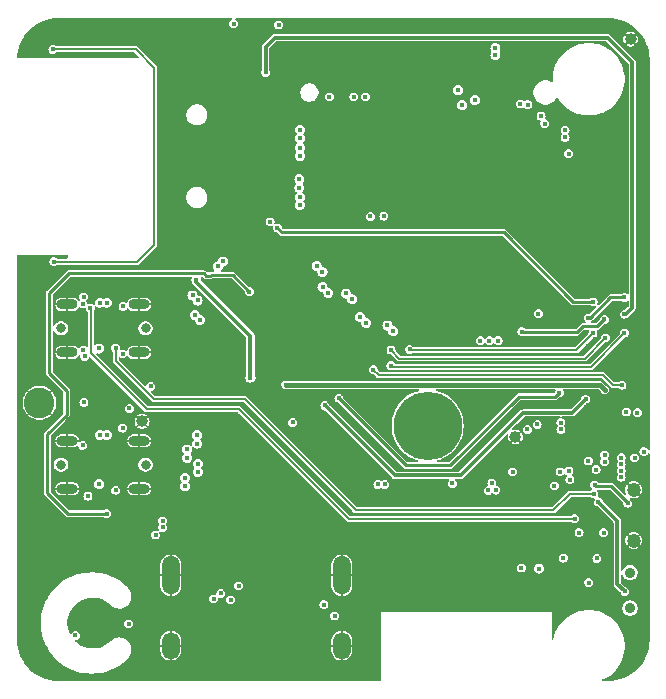
<source format=gbr>
%TF.GenerationSoftware,KiCad,Pcbnew,8.0.7*%
%TF.CreationDate,2025-02-13T17:26:50+01:00*%
%TF.ProjectId,CM5_MINIMA_2,434d355f-4d49-44e4-994d-415f322e6b69,2*%
%TF.SameCoordinates,Original*%
%TF.FileFunction,Copper,L3,Inr*%
%TF.FilePolarity,Positive*%
%FSLAX46Y46*%
G04 Gerber Fmt 4.6, Leading zero omitted, Abs format (unit mm)*
G04 Created by KiCad (PCBNEW 8.0.7) date 2025-02-13 17:26:50*
%MOMM*%
%LPD*%
G01*
G04 APERTURE LIST*
%TA.AperFunction,ComponentPad*%
%ADD10C,5.800000*%
%TD*%
%TA.AperFunction,ComponentPad*%
%ADD11C,2.600000*%
%TD*%
%TA.AperFunction,ComponentPad*%
%ADD12C,0.800000*%
%TD*%
%TA.AperFunction,ComponentPad*%
%ADD13O,1.800000X0.860000*%
%TD*%
%TA.AperFunction,ComponentPad*%
%ADD14C,1.000000*%
%TD*%
%TA.AperFunction,ComponentPad*%
%ADD15O,1.500000X3.300000*%
%TD*%
%TA.AperFunction,ComponentPad*%
%ADD16O,1.500000X2.300000*%
%TD*%
%TA.AperFunction,ComponentPad*%
%ADD17C,1.200000*%
%TD*%
%TA.AperFunction,ComponentPad*%
%ADD18C,0.900000*%
%TD*%
%TA.AperFunction,ViaPad*%
%ADD19C,0.450000*%
%TD*%
%TA.AperFunction,Conductor*%
%ADD20C,0.200000*%
%TD*%
%TA.AperFunction,Conductor*%
%ADD21C,0.300000*%
%TD*%
%TA.AperFunction,Conductor*%
%ADD22C,0.250000*%
%TD*%
%TA.AperFunction,Conductor*%
%ADD23C,0.150000*%
%TD*%
%TA.AperFunction,Conductor*%
%ADD24C,0.400000*%
%TD*%
G04 APERTURE END LIST*
D10*
%TO.N,N/C*%
%TO.C,M701*%
X35310000Y22160000D03*
%TD*%
D11*
%TO.N,GND*%
%TO.C,H101*%
X2450000Y24100000D03*
%TD*%
D12*
%TO.N,*%
%TO.C,J101*%
X11430000Y30400000D03*
X4270000Y30400000D03*
D13*
%TO.N,GND*%
X10900000Y28370000D03*
X10900000Y32430000D03*
X4800000Y28370000D03*
X4800000Y32430000D03*
%TD*%
D14*
%TO.N,GND*%
%TO.C,TP105*%
X11130000Y22530000D03*
%TD*%
D15*
%TO.N,GND*%
%TO.C,J501*%
X28050000Y9500000D03*
X13550000Y9500000D03*
D16*
X13550000Y3540000D03*
X28050000Y3540000D03*
%TD*%
D12*
%TO.N,*%
%TO.C,USB701*%
X11430000Y18850000D03*
X4270000Y18850000D03*
D13*
%TO.N,GND*%
X10900000Y16820000D03*
X10900000Y20880000D03*
X4800000Y16820000D03*
X4800000Y20880000D03*
%TD*%
D17*
%TO.N,GND*%
%TO.C,SW501*%
X52750000Y16740000D03*
X52750000Y12440000D03*
%TD*%
D14*
%TO.N,GND*%
%TO.C,TP104*%
X52490000Y54890000D03*
%TD*%
%TO.N,GND*%
%TO.C,TP106*%
X42750000Y21200000D03*
%TD*%
D18*
%TO.N,*%
%TO.C,SW101*%
X52440000Y9720000D03*
X52440000Y6720000D03*
%TD*%
D19*
%TO.N,GND*%
X30250000Y26440000D03*
X7850000Y24210000D03*
X32540000Y54420000D03*
X46860000Y39790000D03*
X7300000Y55200000D03*
X27090000Y35340000D03*
X26680000Y32670000D03*
X49170000Y8150000D03*
X43490000Y50140000D03*
X8560500Y33180000D03*
X39940000Y49400000D03*
X7820000Y25370000D03*
X13080000Y25190000D03*
X10170000Y13820000D03*
X11100000Y17900000D03*
X49560000Y14290000D03*
X38915000Y29360000D03*
X25040053Y40473670D03*
X30910000Y15470000D03*
X4650000Y19800000D03*
X26120000Y44290000D03*
X31050000Y5150000D03*
X24800000Y11940000D03*
X33560000Y17370000D03*
X21470000Y41920000D03*
X28040000Y54360000D03*
X25370000Y44350000D03*
X19530000Y8050000D03*
X49490000Y17790000D03*
X52120000Y26069998D03*
X29110000Y19320000D03*
X53507714Y19393035D03*
X25980000Y36350000D03*
X29140000Y13670000D03*
X29760000Y32040000D03*
X33050000Y28600000D03*
X30005000Y39390000D03*
X30940000Y13785000D03*
X45055000Y21570000D03*
X32260000Y6660000D03*
X51930000Y32370000D03*
X39770000Y16190000D03*
X32190000Y27860000D03*
X16250000Y21830000D03*
X21050000Y12790000D03*
X51910000Y28630000D03*
X31050000Y900000D03*
X32055000Y40290585D03*
X23462232Y21668615D03*
X49010000Y21990000D03*
X23910000Y44280000D03*
X25240000Y35510000D03*
X13070000Y29760000D03*
X4510000Y33640000D03*
X29640000Y33020000D03*
X19260000Y7440000D03*
X44170000Y6610000D03*
X37480000Y49360000D03*
X30025000Y40305415D03*
X31230000Y30510000D03*
X47870000Y8650000D03*
X31040000Y40280000D03*
X52640000Y31350000D03*
X17520000Y49560000D03*
X49070000Y33690000D03*
X46820000Y30670000D03*
X14150000Y13850000D03*
X18660000Y35900000D03*
X31020000Y39420000D03*
X39490000Y10650000D03*
X23230000Y43980000D03*
X46460000Y35230000D03*
X44120000Y13310000D03*
X24050000Y12770000D03*
X24810000Y8590000D03*
X12420000Y32180000D03*
X43550000Y13690000D03*
X4600000Y31350000D03*
X10530000Y27500000D03*
X15340000Y16620000D03*
X16130000Y7460000D03*
X48960000Y38030000D03*
X14810000Y21705000D03*
X49700000Y24900000D03*
X52400000Y29410000D03*
X41510000Y6630000D03*
X46090000Y47080000D03*
X16820000Y14380000D03*
X38050000Y17310000D03*
X25120000Y47640000D03*
X14690000Y15730000D03*
X17900000Y36810000D03*
X23999945Y43492045D03*
X46670000Y24390000D03*
X23300000Y8590000D03*
X32849147Y29674321D03*
X28590000Y34060000D03*
X2150000Y54550000D03*
X46250000Y6000000D03*
X25740000Y33810000D03*
X25790000Y6990000D03*
X28800000Y32150000D03*
X26520000Y34550000D03*
X23990000Y47700000D03*
X30860000Y31010000D03*
X43330000Y16910000D03*
X28930000Y31190000D03*
X15910000Y26330000D03*
X49550000Y15160000D03*
X9100000Y9700000D03*
X21466457Y46110958D03*
X15980000Y30320000D03*
X7090000Y33130000D03*
X13160000Y17990000D03*
X26320000Y23290000D03*
X51025000Y37425000D03*
X48440000Y11020000D03*
X48920000Y36990000D03*
X22840000Y26090000D03*
X20300000Y11950000D03*
X48750000Y23720000D03*
X26250000Y54390000D03*
X18309997Y56200000D03*
X24750000Y22860000D03*
X43780000Y12810000D03*
X21820000Y8630000D03*
X27590000Y33560000D03*
X9920000Y9710000D03*
X4600000Y29450000D03*
X49930000Y30110000D03*
X22310000Y55610000D03*
X4650000Y17900000D03*
X28420000Y24750000D03*
X17000000Y52200000D03*
X13130000Y16800000D03*
X16220000Y16690000D03*
X31050000Y3050000D03*
X14713995Y32976004D03*
X21110000Y26150000D03*
X13060000Y28900000D03*
X13200000Y22800000D03*
X17310000Y11830000D03*
X43790000Y16030000D03*
X33580000Y16770000D03*
X19530000Y26150000D03*
X40560000Y55630000D03*
X16270000Y15580000D03*
X35320000Y6695000D03*
X48930000Y28900000D03*
X9482596Y5805000D03*
X47420000Y13210000D03*
X6650000Y3700000D03*
X46360000Y36740000D03*
X34145870Y29095594D03*
X23973726Y40376183D03*
X20710000Y33830000D03*
X11100000Y31350000D03*
X50430000Y46860000D03*
X32070000Y39420000D03*
X46280000Y46420000D03*
X37090000Y54520000D03*
X9200000Y11700000D03*
X6700000Y7000000D03*
X11100000Y19800000D03*
X23300000Y11950000D03*
X6890000Y15560000D03*
X43800000Y54420000D03*
X22320000Y39980000D03*
X13500000Y55000000D03*
X10960000Y15680000D03*
X50810000Y12240000D03*
X38040000Y51200000D03*
X45940000Y32170000D03*
X31420000Y27180000D03*
X11200000Y33800000D03*
X49020000Y32010000D03*
X24986325Y43395166D03*
X38540000Y6650000D03*
X28050000Y6600000D03*
X44500000Y31000000D03*
X53730000Y27840000D03*
X1800000Y35650000D03*
X16890000Y8540000D03*
X38970000Y11700000D03*
X43120000Y29420000D03*
X16010000Y23095000D03*
X33120000Y30350000D03*
X17690000Y7050000D03*
X6840000Y21530000D03*
X26380000Y50550000D03*
X32010000Y31340000D03*
X17730000Y16360000D03*
X16730000Y35350000D03*
X25025629Y41888245D03*
X48923266Y19923266D03*
X39490000Y10030000D03*
X29970000Y30210000D03*
X29500000Y50820000D03*
X22210000Y52210000D03*
X8920000Y21590000D03*
X5650000Y6550000D03*
X15310000Y33850000D03*
X42190000Y29410000D03*
X21800000Y11930000D03*
X45160000Y32100000D03*
X29180000Y15800000D03*
X13070000Y26410000D03*
X44370000Y54420000D03*
%TO.N,Net-(T401-SHIELD1)*%
X3675000Y36050000D03*
X3575000Y54025000D03*
%TO.N,/CM5/ETH_PI.TRD3_P*%
X24516770Y46512500D03*
%TO.N,/CM5/ETH_PI.TRD0_P*%
X24490000Y40820000D03*
%TO.N,/CM5/ETH_PI.TRD1_P*%
X24452021Y42325000D03*
%TO.N,/CM5/ETH_PI.TRD2_P*%
X24503854Y45012500D03*
%TO.N,/CM5/nLED_ACTIVITY*%
X52130000Y23330000D03*
%TO.N,/CM5/nRPIBOOT*%
X49770000Y15710000D03*
X52010000Y8130000D03*
%TO.N,/CM5/GPIO_VREF*%
X46040000Y17070000D03*
%TO.N,/CM5/EEPROM_nWP*%
X48920000Y31290000D03*
X51950000Y33020000D03*
%TO.N,/CM5/PI_nLED_PWR*%
X52830000Y19440000D03*
%TO.N,/CM5/nLED_SPEED_100_1000*%
X51980000Y31600000D03*
X21600000Y52080000D03*
%TO.N,/SCL*%
X48950000Y8870000D03*
X27440000Y6050000D03*
X48925000Y19175000D03*
%TO.N,/SDA*%
X50225000Y13100000D03*
X26530000Y7000000D03*
X49575000Y18450000D03*
X48130000Y13110000D03*
X49640000Y10920000D03*
%TO.N,/CM5/GPIO5*%
X31600000Y39910000D03*
%TO.N,+3V3_PI*%
X46810000Y10950000D03*
X9990000Y5390000D03*
X46526815Y18258185D03*
X42500000Y18256371D03*
X47275000Y18325000D03*
X21975000Y39425000D03*
X5482109Y4410903D03*
X46600000Y22430000D03*
X23880000Y22450000D03*
X46600000Y21840000D03*
%TO.N,Net-(D702-K)*%
X18890000Y56200000D03*
X22690000Y56090000D03*
%TO.N,/CM5/CAM_GPIO0*%
X43750000Y21840000D03*
%TO.N,/CM5/PWR_BUT*%
X49450000Y17150000D03*
X52250000Y15600000D03*
%TO.N,/CM5/VBUS_EN*%
X20219615Y33520283D03*
X8150000Y14725000D03*
%TO.N,/CM5/PWM*%
X43300000Y30120000D03*
X50270000Y31160000D03*
%TO.N,/CM5/TACHO*%
X44685000Y31645000D03*
%TO.N,/CM5/CAM_GPIO1*%
X44590000Y22280000D03*
%TO.N,/USB_C.D_P*%
X17979959Y36072910D03*
X7548000Y32579587D03*
%TO.N,/CC2*%
X6764066Y32121560D03*
X47760000Y14300000D03*
%TO.N,/USB_C.D_N*%
X7500000Y28700000D03*
X17552865Y35645816D03*
X8152000Y32579587D03*
%TO.N,/CC1*%
X8900000Y28750000D03*
X49380000Y16400000D03*
%TO.N,+5V*%
X31690000Y17200000D03*
X12280000Y12910000D03*
X51700000Y17800000D03*
X50300000Y19100000D03*
X12872500Y14100000D03*
X53070000Y23270000D03*
X6175000Y28575000D03*
X51700000Y19450000D03*
X53630000Y19960000D03*
X9525000Y32275000D03*
X6100000Y32475000D03*
X10060000Y23630000D03*
X51700000Y18900000D03*
X31100000Y17200000D03*
X9500000Y28250000D03*
X40750000Y17310000D03*
X40445356Y16688826D03*
X6210000Y24130000D03*
X6275000Y28025000D03*
X6180000Y33050000D03*
X11870000Y25480000D03*
X51700000Y18350000D03*
X41070000Y16710000D03*
X50300000Y19675000D03*
X12872500Y13550000D03*
%TO.N,VBUS_USB2.0*%
X6550000Y16200000D03*
X6100000Y20500000D03*
%TO.N,+1V8*%
X47360000Y17600000D03*
%TO.N,/CM5/ETH_nLED_ACTIVITY*%
X49325000Y32650000D03*
X22600000Y38900000D03*
%TO.N,/CM5/ETH_PI.TRD0_N*%
X24490000Y41520000D03*
%TO.N,/CM5/ETH_PI.TRD2_N*%
X24503854Y45712500D03*
%TO.N,/CM5/ETH_PI.TRD1_N*%
X24452021Y43025000D03*
%TO.N,/CM5/ETH_PI.TRD3_N*%
X24516770Y47212500D03*
%TO.N,M2_3V3*%
X40550000Y29360000D03*
X43170000Y49400000D03*
X46950000Y47175000D03*
X47250000Y45200000D03*
X30040000Y50005000D03*
X39770000Y29360000D03*
X41280000Y29370000D03*
X43240000Y10115000D03*
X26986178Y50005000D03*
X29060000Y50005000D03*
X37400000Y17280000D03*
X43800000Y49340000D03*
X45225000Y47725000D03*
X46950000Y46575000D03*
X44920000Y48380000D03*
%TO.N,/USB/CC1*%
X8900000Y16700000D03*
X9490000Y21960000D03*
%TO.N,/CM5/USB2P.D_P*%
X7548000Y21400000D03*
%TO.N,/CM5/USB2P.D_N*%
X8152000Y21400000D03*
X7500000Y17200000D03*
%TO.N,/CM5/PCIE_PI.TX_N*%
X16013547Y31116453D03*
%TO.N,/CM5/PCIE_PI.nWAKE*%
X39310000Y49710000D03*
%TO.N,/CM5/PCIE_PI.nCLKREQ*%
X37880000Y50570000D03*
%TO.N,/CM5/PCIE_PI.PWR_EN*%
X44760000Y10070000D03*
X20310000Y26230000D03*
X15730000Y34500000D03*
%TO.N,/CM5/PCIE_PI.RX_N*%
X15834144Y32761133D03*
%TO.N,/CM5/PCIE_PI.CLK_P*%
X41050000Y54122000D03*
%TO.N,/CM5/PCIE_PI.RX_P*%
X15407050Y33188227D03*
%TO.N,/CM5/PCIE_PI.TX_P*%
X15586453Y31543547D03*
%TO.N,/CM5/PCIE_PI.CLK_N*%
X41050000Y53518000D03*
%TO.N,/CM5/PCIE_PI.nRST*%
X38230000Y49310000D03*
%TO.N,/CM5/DPHY0_P.D0_P*%
X26407488Y35192512D03*
%TO.N,/CM5/DPHY0_P.C_P*%
X28922789Y32859226D03*
%TO.N,/CM5/DPHY0_P.D1_P*%
X26907488Y33402512D03*
%TO.N,/CM5/DPHY0_P.D2_P*%
X30107437Y30864849D03*
%TO.N,/CM5/DPHY0_P.D3_N*%
X31912512Y30647488D03*
%TO.N,/CM5/DPHY0_P.D3_P*%
X32407488Y30152512D03*
%TO.N,/CM5/DPHY0_P.D0_N*%
X25912512Y35687488D03*
%TO.N,/CM5/DPHY0_P.D2_N*%
X29612461Y31359825D03*
%TO.N,/CM5/DPHY0_P.C_N*%
X28427813Y33354202D03*
%TO.N,/CM5/DPHY0_P.D1_N*%
X26412512Y33897488D03*
%TO.N,/CM5/HDMI_PI.CK_P*%
X14770701Y17750000D03*
%TO.N,/CM5/HDMI_PI.CK_N*%
X14770701Y17050000D03*
%TO.N,/CM5/HDMI_PI.D0_N*%
X15850000Y18250000D03*
%TO.N,/CM5/HDMI_PI.SCL*%
X18640000Y7420000D03*
%TO.N,/CM5/HDMI_PI.D2_P*%
X15795809Y21350000D03*
%TO.N,/CM5/HDMI_PI.D0_P*%
X15850000Y18950000D03*
%TO.N,/CM5/HDMI_PI.D1_N*%
X14962002Y19450000D03*
%TO.N,/CM5/HDMI_PI.HOTPLUG*%
X17195816Y7506836D03*
%TO.N,/CM5/HDMI_PI.D1_P*%
X14962002Y20150000D03*
%TO.N,/CM5/HDMI_PI.D2_N*%
X15795809Y20650000D03*
%TO.N,/CM5/HDMI_PI.SDA*%
X17800000Y7970000D03*
%TO.N,/CM5/HDMI_PI.CEC*%
X19300000Y8600000D03*
%TO.N,/CM5/MOSI_GPIO20*%
X50360000Y29600000D03*
X32210000Y28570000D03*
%TO.N,/CM5/MISO_GPIO19*%
X49310000Y30010000D03*
X33800000Y28630000D03*
%TO.N,/CM5/SCLK_GPIO21*%
X32200000Y27250000D03*
X51975000Y30000000D03*
%TO.N,/CM5/BL_GPIO18*%
X50310000Y25200000D03*
X23290000Y25620000D03*
%TO.N,/CM5/RST_GPIO27*%
X27790000Y24490000D03*
X46460000Y24960000D03*
%TO.N,/CM5/DC_GPI25*%
X26610000Y23880000D03*
X48680000Y24410000D03*
%TO.N,/CM5/GPIO4*%
X30460000Y39890000D03*
%TO.N,/CM5/CS_GPIO24*%
X30700000Y26900000D03*
X51760000Y25590000D03*
%TD*%
D20*
%TO.N,Net-(T401-SHIELD1)*%
X12180958Y37499549D02*
X10731409Y36050000D01*
X3575000Y54025000D02*
X10616409Y54025000D01*
X12180958Y52460451D02*
X12180958Y37499549D01*
X10731409Y36050000D02*
X3675000Y36050000D01*
X10616409Y54025000D02*
X12180958Y52460451D01*
D21*
%TO.N,/CM5/nRPIBOOT*%
X52010000Y8130000D02*
X51370000Y8770000D01*
X51370000Y14110000D02*
X49770000Y15710000D01*
X51370000Y8770000D02*
X51370000Y14110000D01*
D22*
%TO.N,/CM5/EEPROM_nWP*%
X48920000Y31290000D02*
X49060000Y31290000D01*
X50790000Y33020000D02*
X51950000Y33020000D01*
X49060000Y31290000D02*
X50790000Y33020000D01*
D21*
%TO.N,/CM5/nLED_SPEED_100_1000*%
X21600000Y54250000D02*
X22375000Y55025000D01*
X21600000Y52080000D02*
X21600000Y54250000D01*
X52620000Y52960000D02*
X52620000Y32140000D01*
X52080000Y31600000D02*
X51980000Y31600000D01*
X22375000Y55025000D02*
X50555000Y55025000D01*
X50555000Y55025000D02*
X52620000Y52960000D01*
X52620000Y32140000D02*
X52080000Y31600000D01*
D22*
%TO.N,/CM5/PWR_BUT*%
X52250000Y15600000D02*
X52250000Y15650000D01*
X52250000Y15650000D02*
X50875000Y17025000D01*
X49575000Y17025000D02*
X49450000Y17150000D01*
X50875000Y17025000D02*
X49575000Y17025000D01*
%TO.N,/CM5/VBUS_EN*%
X3125000Y21475000D02*
X3125000Y16465000D01*
X16928823Y34870000D02*
X16531177Y34870000D01*
X16531177Y34870000D02*
X16351177Y35050000D01*
X4865000Y14725000D02*
X8150000Y14725000D01*
X4750000Y25125000D02*
X4750000Y23100000D01*
X16351177Y35050000D02*
X4920000Y35050000D01*
X3290000Y26585000D02*
X4750000Y25125000D01*
X16998823Y34940000D02*
X16928823Y34870000D01*
X3125000Y16465000D02*
X4865000Y14725000D01*
X20219615Y33520283D02*
X18799898Y34940000D01*
X18799898Y34940000D02*
X16998823Y34940000D01*
X4750000Y23100000D02*
X3125000Y21475000D01*
X3290000Y33420000D02*
X3290000Y26585000D01*
X4920000Y35050000D02*
X3290000Y33420000D01*
%TO.N,/CM5/PWM*%
X49690000Y30580000D02*
X50270000Y31160000D01*
X43300000Y30120000D02*
X43350000Y30070000D01*
X47930000Y30070000D02*
X48440000Y30580000D01*
X43350000Y30070000D02*
X47930000Y30070000D01*
X48440000Y30580000D02*
X49690000Y30580000D01*
D20*
%TO.N,/CC2*%
X11550000Y23550000D02*
X6800000Y28300000D01*
X47700000Y14240000D02*
X28690000Y14240000D01*
X6800000Y28300000D02*
X6800000Y32085626D01*
X47760000Y14300000D02*
X47700000Y14240000D01*
X19380000Y23550000D02*
X11550000Y23550000D01*
D23*
X6764066Y32121560D02*
X6800000Y32085626D01*
D20*
X28690000Y14240000D02*
X19380000Y23550000D01*
%TO.N,/CC1*%
X19810000Y24440000D02*
X12110000Y24440000D01*
X47330000Y16400000D02*
X45945000Y15015000D01*
X12110000Y24440000D02*
X8900000Y27650000D01*
X8900000Y27650000D02*
X8900000Y28750000D01*
X49380000Y16400000D02*
X47330000Y16400000D01*
X45945000Y15015000D02*
X29235000Y15015000D01*
X29235000Y15015000D02*
X19810000Y24440000D01*
D22*
%TO.N,/CM5/ETH_nLED_ACTIVITY*%
X41775000Y38525000D02*
X22975000Y38525000D01*
X47650000Y32650000D02*
X41775000Y38525000D01*
X49325000Y32650000D02*
X47650000Y32650000D01*
X22975000Y38525000D02*
X22600000Y38900000D01*
D21*
%TO.N,/CM5/PCIE_PI.PWR_EN*%
X15730000Y34500000D02*
X15730000Y34334178D01*
X20310000Y29754178D02*
X20310000Y26230000D01*
X15730000Y34334178D02*
X20310000Y29754178D01*
D20*
%TO.N,/CM5/MOSI_GPIO20*%
X48610000Y27850000D02*
X32930000Y27850000D01*
X50360000Y29600000D02*
X48610000Y27850000D01*
X32930000Y27850000D02*
X32210000Y28570000D01*
%TO.N,/CM5/MISO_GPIO19*%
X33880000Y28550000D02*
X33800000Y28630000D01*
X49310000Y30010000D02*
X49310000Y29980000D01*
X49310000Y29980000D02*
X47880000Y28550000D01*
X47880000Y28550000D02*
X33880000Y28550000D01*
%TO.N,/CM5/SCLK_GPIO21*%
X49105000Y27130000D02*
X51975000Y30000000D01*
X32320000Y27130000D02*
X49105000Y27130000D01*
X32200000Y27250000D02*
X32320000Y27130000D01*
D24*
%TO.N,/CM5/BL_GPIO18*%
X49890000Y25620000D02*
X23290000Y25620000D01*
X50310000Y25200000D02*
X49890000Y25620000D01*
D22*
%TO.N,/CM5/RST_GPIO27*%
X37220000Y18800000D02*
X33480000Y18800000D01*
X46460000Y24960000D02*
X46120000Y24620000D01*
X33480000Y18800000D02*
X27790000Y24490000D01*
X46120000Y24620000D02*
X43040000Y24620000D01*
X43040000Y24620000D02*
X37220000Y18800000D01*
D21*
%TO.N,/CM5/DC_GPI25*%
X38110000Y17970000D02*
X32520000Y17970000D01*
X43390000Y23250000D02*
X38110000Y17970000D01*
X32520000Y17970000D02*
X26610000Y23880000D01*
X47520000Y23250000D02*
X43390000Y23250000D01*
X48680000Y24410000D02*
X47520000Y23250000D01*
D20*
%TO.N,/CM5/CS_GPIO24*%
X51040000Y25590000D02*
X50190000Y26440000D01*
X51760000Y25590000D02*
X51040000Y25590000D01*
X31160000Y26440000D02*
X30700000Y26900000D01*
X50190000Y26440000D02*
X31160000Y26440000D01*
%TD*%
%TA.AperFunction,Conductor*%
%TO.N,GND*%
G36*
X18728429Y56647826D02*
G01*
X18750103Y56595500D01*
X18728429Y56543174D01*
X18709699Y56529567D01*
X18671640Y56510175D01*
X18666533Y56507572D01*
X18582428Y56423467D01*
X18528426Y56317484D01*
X18528426Y56317483D01*
X18509819Y56200000D01*
X18528426Y56082518D01*
X18528426Y56082517D01*
X18530952Y56077560D01*
X18582427Y55976535D01*
X18666535Y55892427D01*
X18772518Y55838426D01*
X18890000Y55819819D01*
X19007482Y55838426D01*
X19113465Y55892427D01*
X19197573Y55976535D01*
X19251574Y56082518D01*
X19252759Y56090000D01*
X22309819Y56090000D01*
X22328426Y55972518D01*
X22328426Y55972517D01*
X22355941Y55918516D01*
X22382427Y55866535D01*
X22466535Y55782427D01*
X22572518Y55728426D01*
X22690000Y55709819D01*
X22807482Y55728426D01*
X22913465Y55782427D01*
X22997573Y55866535D01*
X23051574Y55972518D01*
X23070181Y56090000D01*
X23051574Y56207482D01*
X22997573Y56313465D01*
X22913465Y56397573D01*
X22861484Y56424059D01*
X22807483Y56451574D01*
X22690000Y56470181D01*
X22572517Y56451574D01*
X22572516Y56451574D01*
X22466533Y56397572D01*
X22382428Y56313467D01*
X22328426Y56207484D01*
X22328426Y56207483D01*
X22309819Y56090000D01*
X19252759Y56090000D01*
X19270181Y56200000D01*
X19251574Y56317482D01*
X19197573Y56423465D01*
X19113465Y56507573D01*
X19070300Y56529567D01*
X19033519Y56572633D01*
X19037963Y56629096D01*
X19081030Y56665878D01*
X19103897Y56669500D01*
X50535680Y56669500D01*
X50535684Y56669499D01*
X50599757Y56669500D01*
X50603387Y56669411D01*
X50622963Y56668450D01*
X50940973Y56652829D01*
X50948173Y56652120D01*
X51280709Y56602795D01*
X51287824Y56601379D01*
X51613922Y56519698D01*
X51620836Y56517601D01*
X51937358Y56404349D01*
X51944066Y56401570D01*
X52121855Y56317484D01*
X52247958Y56257843D01*
X52254335Y56254435D01*
X52542690Y56081604D01*
X52548722Y56077573D01*
X52818727Y55877326D01*
X52824341Y55872719D01*
X53073423Y55646966D01*
X53078550Y55641839D01*
X53304307Y55392756D01*
X53308907Y55387151D01*
X53509154Y55117149D01*
X53513189Y55111111D01*
X53686013Y54822773D01*
X53689436Y54816368D01*
X53833159Y54512493D01*
X53835938Y54505784D01*
X53949186Y54189278D01*
X53951294Y54182329D01*
X54032974Y53856250D01*
X54034391Y53849127D01*
X54083715Y53516611D01*
X54084427Y53509384D01*
X54100984Y53172362D01*
X54101073Y53168731D01*
X54101073Y20170810D01*
X54079399Y20118484D01*
X54027073Y20096810D01*
X53974747Y20118484D01*
X53961139Y20137214D01*
X53937573Y20183465D01*
X53853465Y20267573D01*
X53801484Y20294059D01*
X53747483Y20321574D01*
X53630000Y20340181D01*
X53512517Y20321574D01*
X53512516Y20321574D01*
X53406533Y20267572D01*
X53322428Y20183467D01*
X53268426Y20077484D01*
X53268426Y20077483D01*
X53249819Y19960000D01*
X53268426Y19842518D01*
X53268426Y19842517D01*
X53274712Y19830181D01*
X53322427Y19736535D01*
X53406535Y19652427D01*
X53512518Y19598426D01*
X53630000Y19579819D01*
X53747482Y19598426D01*
X53853465Y19652427D01*
X53937573Y19736535D01*
X53961139Y19782787D01*
X54004206Y19819569D01*
X54060668Y19815125D01*
X54097451Y19772058D01*
X54101073Y19749191D01*
X54101073Y4031820D01*
X54100984Y4028189D01*
X54084400Y3690619D01*
X54083688Y3683392D01*
X54034363Y3350877D01*
X54032946Y3343755D01*
X53951270Y3017682D01*
X53949162Y3010732D01*
X53835913Y2694227D01*
X53833134Y2687518D01*
X53689412Y2383645D01*
X53685989Y2377240D01*
X53513167Y2088905D01*
X53509132Y2082867D01*
X53308890Y1812873D01*
X53304283Y1807259D01*
X53078529Y1558180D01*
X53073394Y1553046D01*
X52824334Y1327312D01*
X52818720Y1322704D01*
X52548702Y1122447D01*
X52542664Y1118413D01*
X52254344Y945602D01*
X52247940Y942179D01*
X51944057Y798456D01*
X51937348Y795677D01*
X51620849Y682433D01*
X51613899Y680325D01*
X51287821Y598648D01*
X51280698Y597231D01*
X50948185Y547910D01*
X50940958Y547198D01*
X50602840Y530590D01*
X50599210Y530501D01*
X50531155Y530501D01*
X50531139Y530500D01*
X50135321Y530500D01*
X50082995Y552174D01*
X50061321Y604500D01*
X50082995Y656826D01*
X50110881Y674347D01*
X50119208Y677261D01*
X50119212Y677264D01*
X50119215Y677264D01*
X50427910Y825924D01*
X50718018Y1008211D01*
X50985893Y1221834D01*
X51228166Y1464107D01*
X51441789Y1731982D01*
X51624076Y2022090D01*
X51772736Y2330785D01*
X51772736Y2330788D01*
X51772739Y2330792D01*
X51853177Y2560675D01*
X51885897Y2654183D01*
X51962139Y2988217D01*
X52000500Y3328688D01*
X52000500Y3671312D01*
X51962139Y4011783D01*
X51913445Y4225124D01*
X51885898Y4345813D01*
X51885892Y4345831D01*
X51772739Y4669209D01*
X51723968Y4770483D01*
X51624076Y4977910D01*
X51441789Y5268018D01*
X51228166Y5535893D01*
X50985893Y5778166D01*
X50718018Y5991789D01*
X50427910Y6174076D01*
X50343502Y6214725D01*
X50119208Y6322740D01*
X49795830Y6435893D01*
X49795812Y6435899D01*
X49461786Y6512139D01*
X49315866Y6528580D01*
X49121312Y6550500D01*
X48778688Y6550500D01*
X48608452Y6531320D01*
X48438213Y6512139D01*
X48104187Y6435899D01*
X48104169Y6435893D01*
X47780791Y6322740D01*
X47472091Y6174077D01*
X47181981Y5991789D01*
X46914103Y5778163D01*
X46671837Y5535897D01*
X46458211Y5268019D01*
X46275923Y4977909D01*
X46127260Y4669209D01*
X46014107Y4345831D01*
X46014101Y4345813D01*
X45946145Y4048077D01*
X45913370Y4001886D01*
X45857533Y3992399D01*
X45811342Y4025174D01*
X45800000Y4064544D01*
X45800000Y6350000D01*
X31350000Y6350000D01*
X31350000Y604500D01*
X31328326Y552174D01*
X31276000Y530500D01*
X4051819Y530500D01*
X4048188Y530589D01*
X3710617Y547173D01*
X3703390Y547885D01*
X3370873Y597210D01*
X3363751Y598627D01*
X3051191Y676919D01*
X3037677Y680304D01*
X3030728Y682411D01*
X2714221Y795660D01*
X2707512Y798439D01*
X2403637Y942161D01*
X2397232Y945584D01*
X2108896Y1118406D01*
X2102858Y1122441D01*
X1832857Y1322688D01*
X1827244Y1327295D01*
X1578173Y1553039D01*
X1573038Y1558174D01*
X1526447Y1609579D01*
X1347294Y1807245D01*
X1342687Y1812858D01*
X1142440Y2082859D01*
X1138405Y2088897D01*
X1119999Y2119606D01*
X965579Y2377241D01*
X962160Y2383638D01*
X952164Y2404772D01*
X818436Y2687518D01*
X815659Y2694222D01*
X805302Y2723168D01*
X702406Y3010742D01*
X700306Y3017665D01*
X618625Y3343755D01*
X617209Y3350874D01*
X610082Y3398922D01*
X567882Y3683406D01*
X567173Y3690604D01*
X550588Y4028202D01*
X550500Y4031824D01*
X551482Y5657486D01*
X2564869Y5657486D01*
X2564869Y5248693D01*
X2603780Y4841770D01*
X2603782Y4841753D01*
X2665929Y4519738D01*
X2681246Y4440376D01*
X2783270Y4093402D01*
X2796567Y4048179D01*
X2948687Y3668758D01*
X2948692Y3668749D01*
X3136225Y3305546D01*
X3136229Y3305539D01*
X3136235Y3305528D01*
X3254304Y3122114D01*
X3321529Y3017682D01*
X3357503Y2961799D01*
X3610483Y2640691D01*
X3881160Y2357384D01*
X3892887Y2345110D01*
X3892890Y2345108D01*
X4202115Y2077774D01*
X4202119Y2077771D01*
X4202123Y2077768D01*
X4535411Y1841065D01*
X4724953Y1731982D01*
X4889719Y1637157D01*
X5063348Y1558180D01*
X5261820Y1467902D01*
X5261825Y1467901D01*
X5261828Y1467899D01*
X5648330Y1334836D01*
X5648345Y1334831D01*
X6045780Y1239153D01*
X6450519Y1181738D01*
X6858884Y1163107D01*
X7267169Y1183429D01*
X7671665Y1242520D01*
X8068701Y1339843D01*
X8454672Y1474514D01*
X8826072Y1645311D01*
X9179529Y1850682D01*
X9511834Y2088764D01*
X9819969Y2357393D01*
X9914912Y2457583D01*
X9925178Y2466182D01*
X9927558Y2468242D01*
X9927563Y2468244D01*
X9965274Y2510673D01*
X9966861Y2512401D01*
X10005884Y2553584D01*
X10005886Y2553590D01*
X10007909Y2556377D01*
X10015398Y2567060D01*
X10035024Y2589148D01*
X10133825Y2753464D01*
X10200669Y2933167D01*
X10233268Y3122108D01*
X10230506Y3313821D01*
X10192478Y3501745D01*
X10163919Y3572238D01*
X10120488Y3679443D01*
X10120486Y3679448D01*
X10016993Y3840850D01*
X9918158Y3945792D01*
X9885546Y3980420D01*
X9885543Y3980422D01*
X9885540Y3980426D01*
X9822127Y4026672D01*
X12670000Y4026672D01*
X12670000Y3618500D01*
X13100000Y3618500D01*
X13100000Y3461500D01*
X12670000Y3461500D01*
X12670000Y3053329D01*
X12703816Y2883320D01*
X12703818Y2883313D01*
X12770152Y2723168D01*
X12866458Y2579034D01*
X12989033Y2456459D01*
X13133167Y2360153D01*
X13293312Y2293819D01*
X13293319Y2293817D01*
X13463329Y2260000D01*
X13471500Y2260000D01*
X13471500Y2695160D01*
X13490756Y2690000D01*
X13609244Y2690000D01*
X13628500Y2695160D01*
X13628500Y2260000D01*
X13636671Y2260000D01*
X13806680Y2293817D01*
X13806687Y2293819D01*
X13966832Y2360153D01*
X14110966Y2456459D01*
X14110968Y2456460D01*
X14233540Y2579032D01*
X14233541Y2579034D01*
X14329847Y2723168D01*
X14396181Y2883313D01*
X14396183Y2883320D01*
X14430000Y3053329D01*
X14430000Y3461500D01*
X14000000Y3461500D01*
X14000000Y3618500D01*
X14430000Y3618500D01*
X14430000Y4026672D01*
X27170000Y4026672D01*
X27170000Y3618500D01*
X27600000Y3618500D01*
X27600000Y3461500D01*
X27170000Y3461500D01*
X27170000Y3053329D01*
X27203816Y2883320D01*
X27203818Y2883313D01*
X27270152Y2723168D01*
X27366458Y2579034D01*
X27489033Y2456459D01*
X27633167Y2360153D01*
X27793312Y2293819D01*
X27793319Y2293817D01*
X27963329Y2260000D01*
X27971500Y2260000D01*
X27971500Y2695160D01*
X27990756Y2690000D01*
X28109244Y2690000D01*
X28128500Y2695160D01*
X28128500Y2260000D01*
X28136671Y2260000D01*
X28306680Y2293817D01*
X28306687Y2293819D01*
X28466832Y2360153D01*
X28610966Y2456459D01*
X28610968Y2456460D01*
X28733540Y2579032D01*
X28733541Y2579034D01*
X28829847Y2723168D01*
X28896181Y2883313D01*
X28896183Y2883320D01*
X28930000Y3053329D01*
X28930000Y3461500D01*
X28500000Y3461500D01*
X28500000Y3618500D01*
X28930000Y3618500D01*
X28930000Y4026672D01*
X28896183Y4196681D01*
X28896181Y4196688D01*
X28829847Y4356833D01*
X28733541Y4500967D01*
X28610966Y4623542D01*
X28466832Y4719848D01*
X28306687Y4786182D01*
X28306680Y4786184D01*
X28136671Y4820000D01*
X28128500Y4820000D01*
X28128500Y4384841D01*
X28109244Y4390000D01*
X27990756Y4390000D01*
X27971500Y4384841D01*
X27971500Y4820000D01*
X27963329Y4820000D01*
X27793319Y4786184D01*
X27793312Y4786182D01*
X27633167Y4719848D01*
X27489033Y4623542D01*
X27489032Y4623540D01*
X27366460Y4500968D01*
X27366458Y4500967D01*
X27270152Y4356833D01*
X27203818Y4196688D01*
X27203816Y4196681D01*
X27170000Y4026672D01*
X14430000Y4026672D01*
X14396183Y4196681D01*
X14396181Y4196688D01*
X14329847Y4356833D01*
X14233541Y4500967D01*
X14110966Y4623542D01*
X13966832Y4719848D01*
X13806687Y4786182D01*
X13806680Y4786184D01*
X13636671Y4820000D01*
X13628500Y4820000D01*
X13628500Y4384841D01*
X13609244Y4390000D01*
X13490756Y4390000D01*
X13471500Y4384841D01*
X13471500Y4820000D01*
X13463329Y4820000D01*
X13293319Y4786184D01*
X13293312Y4786182D01*
X13133167Y4719848D01*
X12989033Y4623542D01*
X12989032Y4623540D01*
X12866460Y4500968D01*
X12866458Y4500967D01*
X12770152Y4356833D01*
X12703818Y4196688D01*
X12703816Y4196681D01*
X12670000Y4026672D01*
X9822127Y4026672D01*
X9820047Y4028189D01*
X9730629Y4093400D01*
X9730625Y4093402D01*
X9557558Y4175907D01*
X9557555Y4175908D01*
X9372247Y4225124D01*
X9181044Y4239364D01*
X9181042Y4239364D01*
X9181040Y4239364D01*
X9181035Y4239364D01*
X8990497Y4218142D01*
X8990486Y4218140D01*
X8807103Y4162180D01*
X8807102Y4162179D01*
X8637168Y4073401D01*
X8486486Y3954832D01*
X8446150Y3908758D01*
X8438435Y3901150D01*
X8235448Y3728388D01*
X8227497Y3722490D01*
X7993729Y3572238D01*
X7985062Y3567455D01*
X7733339Y3449755D01*
X7724111Y3446171D01*
X7458925Y3363122D01*
X7449301Y3360802D01*
X7175407Y3313893D01*
X7165559Y3312878D01*
X6887848Y3302949D01*
X6877954Y3303258D01*
X6601408Y3330484D01*
X6591642Y3332111D01*
X6321207Y3396007D01*
X6311747Y3398922D01*
X6052250Y3498347D01*
X6043263Y3502500D01*
X5799369Y3635667D01*
X5791021Y3640979D01*
X5567082Y3805510D01*
X5559514Y3811892D01*
X5460648Y3907286D01*
X5438042Y3959217D01*
X5458777Y4011921D01*
X5500452Y4033628D01*
X5599591Y4049329D01*
X5705574Y4103330D01*
X5789682Y4187438D01*
X5843683Y4293421D01*
X5862290Y4410903D01*
X5843683Y4528385D01*
X5789682Y4634368D01*
X5705574Y4718476D01*
X5641363Y4751193D01*
X5599592Y4772477D01*
X5482109Y4791084D01*
X5364626Y4772477D01*
X5364625Y4772477D01*
X5258642Y4718475D01*
X5174536Y4634369D01*
X5132605Y4552076D01*
X5089537Y4515293D01*
X5033075Y4519738D01*
X4998560Y4556744D01*
X4919944Y4741843D01*
X4916692Y4751193D01*
X4843173Y5019172D01*
X4841198Y5028872D01*
X4833985Y5082427D01*
X4804103Y5304288D01*
X4803442Y5314139D01*
X4803442Y5390000D01*
X9609819Y5390000D01*
X9628426Y5272518D01*
X9628426Y5272517D01*
X9640565Y5248693D01*
X9682427Y5166535D01*
X9766535Y5082427D01*
X9872518Y5028426D01*
X9990000Y5009819D01*
X10107482Y5028426D01*
X10213465Y5082427D01*
X10297573Y5166535D01*
X10351574Y5272518D01*
X10370181Y5390000D01*
X10351574Y5507482D01*
X10297573Y5613465D01*
X10213465Y5697573D01*
X10161484Y5724059D01*
X10107483Y5751574D01*
X9990000Y5770181D01*
X9872517Y5751574D01*
X9872516Y5751574D01*
X9766533Y5697572D01*
X9682428Y5613467D01*
X9628426Y5507484D01*
X9628426Y5507483D01*
X9609819Y5390000D01*
X4803442Y5390000D01*
X4803442Y5592035D01*
X4804104Y5601911D01*
X4813250Y5669820D01*
X4841194Y5877316D01*
X4843169Y5887014D01*
X4855653Y5932517D01*
X4887883Y6050000D01*
X27059819Y6050000D01*
X27078426Y5932518D01*
X27078426Y5932517D01*
X27105941Y5878516D01*
X27132427Y5826535D01*
X27216535Y5742427D01*
X27322518Y5688426D01*
X27440000Y5669819D01*
X27557482Y5688426D01*
X27663465Y5742427D01*
X27747573Y5826535D01*
X27801574Y5932518D01*
X27820181Y6050000D01*
X27801574Y6167482D01*
X27747573Y6273465D01*
X27663465Y6357573D01*
X27611484Y6384059D01*
X27557483Y6411574D01*
X27440000Y6430181D01*
X27322517Y6411574D01*
X27322516Y6411574D01*
X27216533Y6357572D01*
X27132428Y6273467D01*
X27078426Y6167484D01*
X27078426Y6167483D01*
X27059819Y6050000D01*
X4887883Y6050000D01*
X4916688Y6154998D01*
X4919934Y6164332D01*
X5028578Y6420138D01*
X5033032Y6428935D01*
X5174848Y6667950D01*
X5180437Y6676076D01*
X5352884Y6894017D01*
X5359513Y6901331D01*
X5559503Y7094300D01*
X5567060Y7100673D01*
X5791011Y7265216D01*
X5799345Y7270520D01*
X6043264Y7403703D01*
X6052234Y7407847D01*
X6311728Y7507274D01*
X6321181Y7510188D01*
X6591643Y7574090D01*
X6601375Y7575712D01*
X6877942Y7602944D01*
X6887830Y7603252D01*
X7165557Y7593323D01*
X7175380Y7592311D01*
X7449295Y7545402D01*
X7458903Y7543085D01*
X7724107Y7460032D01*
X7733315Y7456456D01*
X7985058Y7338749D01*
X7993707Y7333976D01*
X8227487Y7183720D01*
X8235427Y7177830D01*
X8306334Y7117483D01*
X8438423Y7005063D01*
X8446141Y6997452D01*
X8486464Y6951389D01*
X8637135Y6832822D01*
X8637141Y6832818D01*
X8730446Y6784069D01*
X8807078Y6744031D01*
X8913497Y6711555D01*
X8990462Y6688066D01*
X8990464Y6688066D01*
X8990466Y6688065D01*
X9181024Y6666837D01*
X9372232Y6681074D01*
X9557546Y6730288D01*
X9730623Y6812796D01*
X9885540Y6925774D01*
X9955446Y7000000D01*
X26149819Y7000000D01*
X26168426Y6882518D01*
X26168426Y6882517D01*
X26193747Y6832822D01*
X26222427Y6776535D01*
X26306535Y6692427D01*
X26412518Y6638426D01*
X26530000Y6619819D01*
X26647482Y6638426D01*
X26753465Y6692427D01*
X26837573Y6776535D01*
X26841411Y6784068D01*
X51789500Y6784068D01*
X51789500Y6655933D01*
X51814497Y6530261D01*
X51814498Y6530258D01*
X51855951Y6430181D01*
X51863535Y6411873D01*
X51934724Y6305331D01*
X52025331Y6214724D01*
X52131873Y6143535D01*
X52250256Y6094499D01*
X52250258Y6094499D01*
X52250260Y6094498D01*
X52292903Y6086016D01*
X52375931Y6069500D01*
X52375933Y6069500D01*
X52504067Y6069500D01*
X52504069Y6069500D01*
X52629744Y6094499D01*
X52748127Y6143535D01*
X52854669Y6214724D01*
X52945276Y6305331D01*
X53016465Y6411873D01*
X53065501Y6530256D01*
X53090500Y6655931D01*
X53090500Y6784069D01*
X53065501Y6909744D01*
X53016465Y7028127D01*
X52945276Y7134669D01*
X52854669Y7225276D01*
X52748127Y7296465D01*
X52748124Y7296467D01*
X52748123Y7296467D01*
X52629742Y7345502D01*
X52629739Y7345503D01*
X52539696Y7363414D01*
X52504069Y7370500D01*
X52375931Y7370500D01*
X52344726Y7364293D01*
X52250260Y7345503D01*
X52250257Y7345502D01*
X52131876Y7296467D01*
X52025331Y7225277D01*
X52025330Y7225275D01*
X51934725Y7134670D01*
X51934723Y7134669D01*
X51863533Y7028124D01*
X51814498Y6909743D01*
X51814497Y6909740D01*
X51789500Y6784068D01*
X26841411Y6784068D01*
X26891574Y6882518D01*
X26910181Y7000000D01*
X26891574Y7117482D01*
X26837573Y7223465D01*
X26753465Y7307573D01*
X26679027Y7345501D01*
X26647483Y7361574D01*
X26530000Y7380181D01*
X26412517Y7361574D01*
X26412516Y7361574D01*
X26306533Y7307572D01*
X26222428Y7223467D01*
X26168426Y7117484D01*
X26168426Y7117483D01*
X26149819Y7000000D01*
X9955446Y7000000D01*
X10016996Y7065354D01*
X10120490Y7226761D01*
X10192482Y7404469D01*
X10213195Y7506836D01*
X16815635Y7506836D01*
X16834242Y7389354D01*
X16834242Y7389353D01*
X16861757Y7335352D01*
X16888243Y7283371D01*
X16972351Y7199263D01*
X17078334Y7145262D01*
X17195816Y7126655D01*
X17313298Y7145262D01*
X17419281Y7199263D01*
X17503389Y7283371D01*
X17557390Y7389354D01*
X17562244Y7420000D01*
X18259819Y7420000D01*
X18278426Y7302518D01*
X18278426Y7302517D01*
X18281509Y7296467D01*
X18332427Y7196535D01*
X18416535Y7112427D01*
X18522518Y7058426D01*
X18640000Y7039819D01*
X18757482Y7058426D01*
X18863465Y7112427D01*
X18947573Y7196535D01*
X19001574Y7302518D01*
X19020181Y7420000D01*
X19001574Y7537482D01*
X18947573Y7643465D01*
X18863465Y7727573D01*
X18811484Y7754059D01*
X18757483Y7781574D01*
X18640000Y7800181D01*
X18522517Y7781574D01*
X18522516Y7781574D01*
X18416533Y7727572D01*
X18332428Y7643467D01*
X18278426Y7537484D01*
X18278426Y7537483D01*
X18259819Y7420000D01*
X17562244Y7420000D01*
X17575997Y7506836D01*
X17571862Y7532940D01*
X17585083Y7588010D01*
X17633373Y7617604D01*
X17678547Y7610450D01*
X17682518Y7608426D01*
X17800000Y7589819D01*
X17917482Y7608426D01*
X18023465Y7662427D01*
X18107573Y7746535D01*
X18161574Y7852518D01*
X18180181Y7970000D01*
X18161574Y8087482D01*
X18107573Y8193465D01*
X18023465Y8277573D01*
X17971484Y8304059D01*
X17917483Y8331574D01*
X17800000Y8350181D01*
X17682517Y8331574D01*
X17682516Y8331574D01*
X17576533Y8277572D01*
X17492428Y8193467D01*
X17438426Y8087484D01*
X17438426Y8087483D01*
X17419819Y7970000D01*
X17423953Y7943898D01*
X17410731Y7888826D01*
X17362440Y7859233D01*
X17317270Y7866387D01*
X17313300Y7868410D01*
X17195816Y7887017D01*
X17078333Y7868410D01*
X17078332Y7868410D01*
X16972349Y7814408D01*
X16888244Y7730303D01*
X16834242Y7624320D01*
X16834242Y7624319D01*
X16815635Y7506836D01*
X10213195Y7506836D01*
X10230508Y7592398D01*
X10233040Y7768427D01*
X10233266Y7784108D01*
X10233265Y7784109D01*
X10233266Y7784116D01*
X10200661Y7973060D01*
X10133810Y8152766D01*
X10035001Y8317083D01*
X10022126Y8331574D01*
X10015433Y8339107D01*
X10007564Y8350327D01*
X10005884Y8352643D01*
X10005883Y8352646D01*
X10005880Y8352649D01*
X10005878Y8352652D01*
X9966851Y8393839D01*
X9965281Y8395549D01*
X9927548Y8437997D01*
X9927547Y8437998D01*
X9927545Y8438000D01*
X9925606Y8439678D01*
X9914834Y8448700D01*
X9819953Y8548823D01*
X9805919Y8561058D01*
X9511821Y8817447D01*
X9511818Y8817449D01*
X9511816Y8817451D01*
X9179509Y9055530D01*
X9179501Y9055536D01*
X8826054Y9260898D01*
X8826051Y9260900D01*
X8655255Y9339444D01*
X8454649Y9431696D01*
X8068680Y9566364D01*
X7671643Y9663684D01*
X7267150Y9722773D01*
X7063003Y9732933D01*
X6858861Y9743093D01*
X6858858Y9743093D01*
X6858857Y9743093D01*
X6450498Y9724461D01*
X6045773Y9667046D01*
X6045764Y9667044D01*
X6045758Y9667043D01*
X5883840Y9628063D01*
X5648311Y9571361D01*
X5261807Y9438293D01*
X5261796Y9438288D01*
X4889699Y9269033D01*
X4535386Y9065119D01*
X4202107Y8828421D01*
X3892853Y8561058D01*
X3892848Y8561054D01*
X3610478Y8265504D01*
X3610475Y8265501D01*
X3357486Y7944379D01*
X3192024Y7687337D01*
X3136223Y7600652D01*
X3087783Y7506835D01*
X2948679Y7237425D01*
X2948673Y7237413D01*
X2796563Y6858009D01*
X2796558Y6857995D01*
X2681239Y6465794D01*
X2603777Y6064418D01*
X2603776Y6064416D01*
X2564869Y5657486D01*
X551482Y5657486D01*
X554398Y10486672D01*
X12670000Y10486672D01*
X12670000Y9578500D01*
X13100000Y9578500D01*
X13100000Y9421500D01*
X12670000Y9421500D01*
X12670000Y8513329D01*
X12703816Y8343320D01*
X12703818Y8343313D01*
X12770152Y8183168D01*
X12866458Y8039034D01*
X12989033Y7916459D01*
X13133167Y7820153D01*
X13293312Y7753819D01*
X13293319Y7753817D01*
X13463329Y7720000D01*
X13471500Y7720000D01*
X13471500Y8155160D01*
X13490756Y8150000D01*
X13609244Y8150000D01*
X13628500Y8155160D01*
X13628500Y7720000D01*
X13636671Y7720000D01*
X13806680Y7753817D01*
X13806687Y7753819D01*
X13966832Y7820153D01*
X14110966Y7916459D01*
X14110968Y7916460D01*
X14233540Y8039032D01*
X14233541Y8039034D01*
X14329847Y8183168D01*
X14396181Y8343313D01*
X14396183Y8343320D01*
X14430000Y8513329D01*
X14430000Y8600000D01*
X18919819Y8600000D01*
X18938426Y8482518D01*
X18938426Y8482517D01*
X18961327Y8437573D01*
X18992427Y8376535D01*
X19076535Y8292427D01*
X19182518Y8238426D01*
X19300000Y8219819D01*
X19417482Y8238426D01*
X19523465Y8292427D01*
X19607573Y8376535D01*
X19661574Y8482518D01*
X19680181Y8600000D01*
X19661574Y8717482D01*
X19607573Y8823465D01*
X19523465Y8907573D01*
X19471484Y8934059D01*
X19417483Y8961574D01*
X19300000Y8980181D01*
X19182517Y8961574D01*
X19182516Y8961574D01*
X19076533Y8907572D01*
X18992428Y8823467D01*
X18938426Y8717484D01*
X18938426Y8717483D01*
X18919819Y8600000D01*
X14430000Y8600000D01*
X14430000Y9421500D01*
X14000000Y9421500D01*
X14000000Y9578500D01*
X14430000Y9578500D01*
X14430000Y10486672D01*
X27170000Y10486672D01*
X27170000Y9578500D01*
X27600000Y9578500D01*
X27600000Y9421500D01*
X27170000Y9421500D01*
X27170000Y8513329D01*
X27203816Y8343320D01*
X27203818Y8343313D01*
X27270152Y8183168D01*
X27366458Y8039034D01*
X27489033Y7916459D01*
X27633167Y7820153D01*
X27793312Y7753819D01*
X27793319Y7753817D01*
X27963329Y7720000D01*
X27971500Y7720000D01*
X27971500Y8155160D01*
X27990756Y8150000D01*
X28109244Y8150000D01*
X28128500Y8155160D01*
X28128500Y7720000D01*
X28136671Y7720000D01*
X28306680Y7753817D01*
X28306687Y7753819D01*
X28466832Y7820153D01*
X28610966Y7916459D01*
X28610968Y7916460D01*
X28733540Y8039032D01*
X28733541Y8039034D01*
X28829847Y8183168D01*
X28896181Y8343313D01*
X28896183Y8343320D01*
X28930000Y8513329D01*
X28930000Y8870000D01*
X48569819Y8870000D01*
X48588426Y8752518D01*
X48588426Y8752517D01*
X48598672Y8732409D01*
X48642427Y8646535D01*
X48726535Y8562427D01*
X48832518Y8508426D01*
X48950000Y8489819D01*
X49067482Y8508426D01*
X49173465Y8562427D01*
X49257573Y8646535D01*
X49311574Y8752518D01*
X49330181Y8870000D01*
X49311574Y8987482D01*
X49257573Y9093465D01*
X49173465Y9177573D01*
X49100550Y9214725D01*
X49067483Y9231574D01*
X48950000Y9250181D01*
X48832517Y9231574D01*
X48832516Y9231574D01*
X48726533Y9177572D01*
X48642428Y9093467D01*
X48588426Y8987484D01*
X48588426Y8987483D01*
X48569819Y8870000D01*
X28930000Y8870000D01*
X28930000Y9421500D01*
X28500000Y9421500D01*
X28500000Y9578500D01*
X28930000Y9578500D01*
X28930000Y10115000D01*
X42859819Y10115000D01*
X42878426Y9997518D01*
X42878426Y9997517D01*
X42905941Y9943516D01*
X42932427Y9891535D01*
X43016535Y9807427D01*
X43122518Y9753426D01*
X43240000Y9734819D01*
X43357482Y9753426D01*
X43463465Y9807427D01*
X43547573Y9891535D01*
X43601574Y9997518D01*
X43613054Y10070000D01*
X44329196Y10070000D01*
X44350280Y9936874D01*
X44411471Y9816781D01*
X44411472Y9816780D01*
X44506780Y9721472D01*
X44626873Y9660282D01*
X44626873Y9660281D01*
X44645075Y9657399D01*
X44760000Y9639196D01*
X44893126Y9660281D01*
X45013220Y9721472D01*
X45108528Y9816780D01*
X45169719Y9936874D01*
X45190804Y10070000D01*
X45169719Y10203126D01*
X45169719Y10203127D01*
X45108528Y10323220D01*
X45013219Y10418529D01*
X44893126Y10479719D01*
X44893126Y10479720D01*
X44760000Y10500804D01*
X44626873Y10479720D01*
X44626873Y10479719D01*
X44506780Y10418529D01*
X44411471Y10323220D01*
X44350281Y10203127D01*
X44350280Y10203127D01*
X44329196Y10070000D01*
X43613054Y10070000D01*
X43620181Y10115000D01*
X43601574Y10232482D01*
X43547573Y10338465D01*
X43463465Y10422573D01*
X43391494Y10459244D01*
X43357483Y10476574D01*
X43240000Y10495181D01*
X43122517Y10476574D01*
X43122516Y10476574D01*
X43016533Y10422572D01*
X42932428Y10338467D01*
X42878426Y10232484D01*
X42878426Y10232483D01*
X42859819Y10115000D01*
X28930000Y10115000D01*
X28930000Y10486672D01*
X28896183Y10656681D01*
X28896181Y10656688D01*
X28829847Y10816833D01*
X28740869Y10950000D01*
X46429819Y10950000D01*
X46448426Y10832518D01*
X46448426Y10832517D01*
X46455144Y10819333D01*
X46502427Y10726535D01*
X46586535Y10642427D01*
X46692518Y10588426D01*
X46810000Y10569819D01*
X46927482Y10588426D01*
X47033465Y10642427D01*
X47117573Y10726535D01*
X47171574Y10832518D01*
X47185430Y10920000D01*
X49259819Y10920000D01*
X49278426Y10802518D01*
X49278426Y10802517D01*
X49300044Y10760090D01*
X49332427Y10696535D01*
X49416535Y10612427D01*
X49522518Y10558426D01*
X49640000Y10539819D01*
X49757482Y10558426D01*
X49863465Y10612427D01*
X49947573Y10696535D01*
X50001574Y10802518D01*
X50020181Y10920000D01*
X50001574Y11037482D01*
X49947573Y11143465D01*
X49863465Y11227573D01*
X49804587Y11257573D01*
X49757483Y11281574D01*
X49640000Y11300181D01*
X49522517Y11281574D01*
X49522516Y11281574D01*
X49416533Y11227572D01*
X49332428Y11143467D01*
X49278426Y11037484D01*
X49278426Y11037483D01*
X49259819Y10920000D01*
X47185430Y10920000D01*
X47190181Y10950000D01*
X47171574Y11067482D01*
X47117573Y11173465D01*
X47033465Y11257573D01*
X46981484Y11284059D01*
X46927483Y11311574D01*
X46810000Y11330181D01*
X46692517Y11311574D01*
X46692516Y11311574D01*
X46586533Y11257572D01*
X46502428Y11173467D01*
X46448426Y11067484D01*
X46448426Y11067483D01*
X46429819Y10950000D01*
X28740869Y10950000D01*
X28733541Y10960967D01*
X28610966Y11083542D01*
X28466832Y11179848D01*
X28306687Y11246182D01*
X28306680Y11246184D01*
X28136671Y11280000D01*
X28128500Y11280000D01*
X28128500Y10844841D01*
X28109244Y10850000D01*
X27990756Y10850000D01*
X27971500Y10844841D01*
X27971500Y11280000D01*
X27963329Y11280000D01*
X27793319Y11246184D01*
X27793312Y11246182D01*
X27633167Y11179848D01*
X27489033Y11083542D01*
X27489032Y11083540D01*
X27366460Y10960968D01*
X27366458Y10960967D01*
X27270152Y10816833D01*
X27203818Y10656688D01*
X27203816Y10656681D01*
X27170000Y10486672D01*
X14430000Y10486672D01*
X14396183Y10656681D01*
X14396181Y10656688D01*
X14329847Y10816833D01*
X14233541Y10960967D01*
X14110966Y11083542D01*
X13966832Y11179848D01*
X13806687Y11246182D01*
X13806680Y11246184D01*
X13636671Y11280000D01*
X13628500Y11280000D01*
X13628500Y10844841D01*
X13609244Y10850000D01*
X13490756Y10850000D01*
X13471500Y10844841D01*
X13471500Y11280000D01*
X13463329Y11280000D01*
X13293319Y11246184D01*
X13293312Y11246182D01*
X13133167Y11179848D01*
X12989033Y11083542D01*
X12989032Y11083540D01*
X12866460Y10960968D01*
X12866458Y10960967D01*
X12770152Y10816833D01*
X12703818Y10656688D01*
X12703816Y10656681D01*
X12670000Y10486672D01*
X554398Y10486672D01*
X555861Y12910000D01*
X11899819Y12910000D01*
X11918426Y12792518D01*
X11918426Y12792517D01*
X11918471Y12792429D01*
X11972427Y12686535D01*
X12056535Y12602427D01*
X12162518Y12548426D01*
X12280000Y12529819D01*
X12397482Y12548426D01*
X12503465Y12602427D01*
X12587573Y12686535D01*
X12641574Y12792518D01*
X12660181Y12910000D01*
X12641574Y13027482D01*
X12599528Y13110000D01*
X47749819Y13110000D01*
X47768426Y12992518D01*
X47768426Y12992517D01*
X47795941Y12938516D01*
X47822427Y12886535D01*
X47906535Y12802427D01*
X48012518Y12748426D01*
X48130000Y12729819D01*
X48247482Y12748426D01*
X48353465Y12802427D01*
X48437573Y12886535D01*
X48491574Y12992518D01*
X48508597Y13100000D01*
X49844819Y13100000D01*
X49863426Y12982518D01*
X49863426Y12982517D01*
X49890941Y12928516D01*
X49917427Y12876535D01*
X50001535Y12792427D01*
X50107518Y12738426D01*
X50225000Y12719819D01*
X50342482Y12738426D01*
X50448465Y12792427D01*
X50532573Y12876535D01*
X50586574Y12982518D01*
X50605181Y13100000D01*
X50586574Y13217482D01*
X50532573Y13323465D01*
X50448465Y13407573D01*
X50396484Y13434059D01*
X50342483Y13461574D01*
X50225000Y13480181D01*
X50107517Y13461574D01*
X50107516Y13461574D01*
X50001533Y13407572D01*
X49917428Y13323467D01*
X49863426Y13217484D01*
X49863426Y13217483D01*
X49844819Y13100000D01*
X48508597Y13100000D01*
X48510181Y13110000D01*
X48491574Y13227482D01*
X48437573Y13333465D01*
X48353465Y13417573D01*
X48301484Y13444059D01*
X48247483Y13471574D01*
X48130000Y13490181D01*
X48012517Y13471574D01*
X48012516Y13471574D01*
X47906533Y13417572D01*
X47822428Y13333467D01*
X47768426Y13227484D01*
X47768426Y13227483D01*
X47749819Y13110000D01*
X12599528Y13110000D01*
X12594428Y13120010D01*
X12589984Y13176469D01*
X12626767Y13219537D01*
X12683229Y13223982D01*
X12693959Y13219537D01*
X12755018Y13188426D01*
X12872500Y13169819D01*
X12989982Y13188426D01*
X13095965Y13242427D01*
X13180073Y13326535D01*
X13234074Y13432518D01*
X13252681Y13550000D01*
X13234074Y13667482D01*
X13180073Y13773465D01*
X13180072Y13773466D01*
X13180071Y13773468D01*
X13176647Y13778181D01*
X13178135Y13779263D01*
X13159190Y13825000D01*
X13178135Y13870738D01*
X13176647Y13871819D01*
X13180071Y13876533D01*
X13180073Y13876535D01*
X13234074Y13982518D01*
X13252681Y14100000D01*
X13234074Y14217482D01*
X13180073Y14323465D01*
X13095965Y14407573D01*
X13013677Y14449501D01*
X12989983Y14461574D01*
X12872500Y14480181D01*
X12755017Y14461574D01*
X12755016Y14461574D01*
X12649033Y14407572D01*
X12564928Y14323467D01*
X12510926Y14217484D01*
X12510926Y14217483D01*
X12492319Y14100000D01*
X12510926Y13982518D01*
X12510926Y13982517D01*
X12564928Y13876533D01*
X12568353Y13871819D01*
X12566864Y13870738D01*
X12585810Y13825000D01*
X12566864Y13779263D01*
X12568353Y13778181D01*
X12564928Y13773468D01*
X12510926Y13667484D01*
X12510926Y13667483D01*
X12492319Y13550000D01*
X12510926Y13432518D01*
X12510926Y13432517D01*
X12530810Y13393492D01*
X12558070Y13339993D01*
X12562514Y13283531D01*
X12525732Y13240464D01*
X12469269Y13236020D01*
X12458541Y13240464D01*
X12397487Y13271573D01*
X12397482Y13271574D01*
X12280000Y13290181D01*
X12162517Y13271574D01*
X12162516Y13271574D01*
X12056533Y13217572D01*
X11972428Y13133467D01*
X11918426Y13027484D01*
X11918426Y13027483D01*
X11899819Y12910000D01*
X555861Y12910000D01*
X561065Y21529800D01*
X2849500Y21529800D01*
X2849500Y16410200D01*
X2882644Y16330186D01*
X2883859Y16327252D01*
X2883859Y16327251D01*
X2891441Y16308945D01*
X2891444Y16308941D01*
X4708941Y14491443D01*
X4708944Y14491441D01*
X4711216Y14490500D01*
X4810200Y14449500D01*
X4919800Y14449500D01*
X7863810Y14449500D01*
X7916136Y14427826D01*
X7926535Y14417427D01*
X8032518Y14363426D01*
X8150000Y14344819D01*
X8267482Y14363426D01*
X8373465Y14417427D01*
X8457573Y14501535D01*
X8511574Y14607518D01*
X8530181Y14725000D01*
X8511574Y14842482D01*
X8457573Y14948465D01*
X8373465Y15032573D01*
X8321484Y15059059D01*
X8267483Y15086574D01*
X8150000Y15105181D01*
X8032517Y15086574D01*
X8032516Y15086574D01*
X7926533Y15032572D01*
X7916136Y15022174D01*
X7863810Y15000500D01*
X5009768Y15000500D01*
X4957442Y15022174D01*
X3779616Y16200000D01*
X6169819Y16200000D01*
X6188426Y16082518D01*
X6188426Y16082517D01*
X6208867Y16042400D01*
X6242427Y15976535D01*
X6326535Y15892427D01*
X6432518Y15838426D01*
X6550000Y15819819D01*
X6667482Y15838426D01*
X6773465Y15892427D01*
X6857573Y15976535D01*
X6911574Y16082518D01*
X6930181Y16200000D01*
X6911574Y16317482D01*
X6857573Y16423465D01*
X6773465Y16507573D01*
X6721484Y16534059D01*
X6667483Y16561574D01*
X6550000Y16580181D01*
X6432517Y16561574D01*
X6432516Y16561574D01*
X6326533Y16507572D01*
X6242428Y16423467D01*
X6188426Y16317484D01*
X6188426Y16317483D01*
X6169819Y16200000D01*
X3779616Y16200000D01*
X3422174Y16557442D01*
X3400500Y16609768D01*
X3400500Y16898501D01*
X3771278Y16898501D01*
X3771279Y16898500D01*
X4111918Y16898500D01*
X4100001Y16869730D01*
X4100001Y16770270D01*
X4111918Y16741500D01*
X3771278Y16741500D01*
X3808161Y16603852D01*
X3808163Y16603847D01*
X3881886Y16476156D01*
X3986155Y16371887D01*
X4113846Y16298164D01*
X4113851Y16298162D01*
X4256272Y16260001D01*
X4256273Y16260000D01*
X4721500Y16260000D01*
X4721500Y16569988D01*
X4878500Y16569988D01*
X4878500Y16260000D01*
X5343727Y16260000D01*
X5343727Y16260001D01*
X5486148Y16298162D01*
X5486153Y16298164D01*
X5613844Y16371887D01*
X5718113Y16476156D01*
X5791836Y16603847D01*
X5791838Y16603852D01*
X5817601Y16700000D01*
X8519819Y16700000D01*
X8538426Y16582518D01*
X8538426Y16582517D01*
X8540159Y16579116D01*
X8592427Y16476535D01*
X8676535Y16392427D01*
X8782518Y16338426D01*
X8900000Y16319819D01*
X9017482Y16338426D01*
X9123465Y16392427D01*
X9207573Y16476535D01*
X9261574Y16582518D01*
X9280181Y16700000D01*
X9261574Y16817482D01*
X9220293Y16898501D01*
X9871278Y16898501D01*
X9871279Y16898500D01*
X10211918Y16898500D01*
X10200001Y16869730D01*
X10200001Y16770270D01*
X10211918Y16741500D01*
X9871278Y16741500D01*
X9908161Y16603852D01*
X9908163Y16603847D01*
X9981886Y16476156D01*
X10086155Y16371887D01*
X10213846Y16298164D01*
X10213851Y16298162D01*
X10356272Y16260001D01*
X10356273Y16260000D01*
X10821500Y16260000D01*
X10821500Y16569988D01*
X10978500Y16569988D01*
X10978500Y16260000D01*
X11443727Y16260000D01*
X11443727Y16260001D01*
X11586148Y16298162D01*
X11586153Y16298164D01*
X11713844Y16371887D01*
X11818113Y16476156D01*
X11891836Y16603847D01*
X11891838Y16603852D01*
X11928721Y16741500D01*
X11588082Y16741500D01*
X11599999Y16770270D01*
X11599999Y16869730D01*
X11588082Y16898500D01*
X11928721Y16898500D01*
X11928721Y16898501D01*
X11891838Y17036149D01*
X11891836Y17036154D01*
X11818113Y17163845D01*
X11713844Y17268114D01*
X11586153Y17341837D01*
X11586148Y17341839D01*
X11443727Y17380000D01*
X10978500Y17380000D01*
X10978500Y17070012D01*
X10821500Y17070012D01*
X10821500Y17380000D01*
X10356273Y17380000D01*
X10213851Y17341839D01*
X10213846Y17341837D01*
X10086155Y17268114D01*
X9981886Y17163845D01*
X9908163Y17036154D01*
X9908161Y17036149D01*
X9871278Y16898501D01*
X9220293Y16898501D01*
X9207573Y16923465D01*
X9123465Y17007573D01*
X9067372Y17036154D01*
X9017483Y17061574D01*
X8900000Y17080181D01*
X8782517Y17061574D01*
X8782516Y17061574D01*
X8676533Y17007572D01*
X8592428Y16923467D01*
X8538426Y16817484D01*
X8538426Y16817483D01*
X8519819Y16700000D01*
X5817601Y16700000D01*
X5828721Y16741500D01*
X5488082Y16741500D01*
X5499999Y16770270D01*
X5499999Y16869730D01*
X5488082Y16898500D01*
X5828721Y16898500D01*
X5828721Y16898501D01*
X5791838Y17036149D01*
X5791836Y17036154D01*
X5718113Y17163845D01*
X5681958Y17200000D01*
X7069196Y17200000D01*
X7090280Y17066874D01*
X7151471Y16946781D01*
X7151472Y16946780D01*
X7246780Y16851472D01*
X7366873Y16790282D01*
X7366873Y16790281D01*
X7378586Y16788426D01*
X7500000Y16769196D01*
X7633126Y16790281D01*
X7753220Y16851472D01*
X7848528Y16946780D01*
X7909719Y17066874D01*
X7930804Y17200000D01*
X7909719Y17333126D01*
X7909719Y17333127D01*
X7848528Y17453220D01*
X7753219Y17548529D01*
X7633126Y17609719D01*
X7633126Y17609720D01*
X7500000Y17630804D01*
X7366873Y17609720D01*
X7366873Y17609719D01*
X7246780Y17548529D01*
X7151471Y17453220D01*
X7090281Y17333127D01*
X7090280Y17333127D01*
X7069196Y17200000D01*
X5681958Y17200000D01*
X5613844Y17268114D01*
X5486153Y17341837D01*
X5486148Y17341839D01*
X5343727Y17380000D01*
X4878500Y17380000D01*
X4878500Y17070012D01*
X4721500Y17070012D01*
X4721500Y17380000D01*
X4256273Y17380000D01*
X4113851Y17341839D01*
X4113846Y17341837D01*
X3986155Y17268114D01*
X3881886Y17163845D01*
X3808163Y17036154D01*
X3808161Y17036149D01*
X3771278Y16898501D01*
X3400500Y16898501D01*
X3400500Y17750000D01*
X14339897Y17750000D01*
X14360981Y17616874D01*
X14422172Y17496781D01*
X14466627Y17452326D01*
X14488301Y17400000D01*
X14466627Y17347674D01*
X14422173Y17303221D01*
X14422172Y17303220D01*
X14360982Y17183127D01*
X14360981Y17183127D01*
X14339897Y17050000D01*
X14360981Y16916874D01*
X14417318Y16806308D01*
X14422173Y16796780D01*
X14517481Y16701472D01*
X14637574Y16640282D01*
X14637574Y16640281D01*
X14655776Y16637399D01*
X14770701Y16619196D01*
X14903827Y16640281D01*
X15023921Y16701472D01*
X15119229Y16796780D01*
X15180420Y16916874D01*
X15201505Y17050000D01*
X15183302Y17164925D01*
X15180420Y17183127D01*
X15119229Y17303220D01*
X15074775Y17347674D01*
X15053101Y17400000D01*
X15074775Y17452326D01*
X15089139Y17466690D01*
X15119229Y17496780D01*
X15180420Y17616874D01*
X15201505Y17750000D01*
X15180420Y17883126D01*
X15180420Y17883127D01*
X15119229Y18003220D01*
X15023920Y18098529D01*
X14903827Y18159719D01*
X14903827Y18159720D01*
X14770701Y18180804D01*
X14637574Y18159720D01*
X14637574Y18159719D01*
X14517481Y18098529D01*
X14422172Y18003220D01*
X14360982Y17883127D01*
X14360981Y17883127D01*
X14339897Y17750000D01*
X3400500Y17750000D01*
X3400500Y18929060D01*
X3669500Y18929060D01*
X3669500Y18770941D01*
X3710421Y18618221D01*
X3710422Y18618219D01*
X3710423Y18618216D01*
X3789480Y18481284D01*
X3901284Y18369480D01*
X4038216Y18290423D01*
X4190940Y18249501D01*
X4190941Y18249500D01*
X4190943Y18249500D01*
X4349059Y18249500D01*
X4349059Y18249501D01*
X4501784Y18290423D01*
X4638716Y18369480D01*
X4750520Y18481284D01*
X4829577Y18618216D01*
X4870499Y18770941D01*
X4870500Y18770941D01*
X4870500Y18929059D01*
X4870499Y18929060D01*
X10829500Y18929060D01*
X10829500Y18770941D01*
X10870421Y18618221D01*
X10870422Y18618219D01*
X10870423Y18618216D01*
X10949480Y18481284D01*
X11061284Y18369480D01*
X11198216Y18290423D01*
X11350940Y18249501D01*
X11350941Y18249500D01*
X11350943Y18249500D01*
X11509059Y18249500D01*
X11509059Y18249501D01*
X11661784Y18290423D01*
X11798716Y18369480D01*
X11910520Y18481284D01*
X11989577Y18618216D01*
X12030499Y18770941D01*
X12030500Y18770941D01*
X12030500Y18929059D01*
X12030499Y18929060D01*
X12024888Y18950000D01*
X15419196Y18950000D01*
X15440280Y18816874D01*
X15501471Y18696781D01*
X15545926Y18652326D01*
X15567600Y18600000D01*
X15545926Y18547674D01*
X15501472Y18503221D01*
X15501471Y18503220D01*
X15440281Y18383127D01*
X15440280Y18383127D01*
X15419196Y18250000D01*
X15440280Y18116874D01*
X15500903Y17997896D01*
X15501472Y17996780D01*
X15596780Y17901472D01*
X15716873Y17840282D01*
X15716873Y17840281D01*
X15735075Y17837399D01*
X15850000Y17819196D01*
X15983126Y17840281D01*
X16103220Y17901472D01*
X16198528Y17996780D01*
X16259719Y18116874D01*
X16280804Y18250000D01*
X16259719Y18383126D01*
X16259719Y18383127D01*
X16198528Y18503220D01*
X16154074Y18547674D01*
X16132400Y18600000D01*
X16154074Y18652326D01*
X16175215Y18673467D01*
X16198528Y18696780D01*
X16259719Y18816874D01*
X16280804Y18950000D01*
X16260927Y19075500D01*
X16259719Y19083127D01*
X16198528Y19203220D01*
X16103219Y19298529D01*
X15983126Y19359719D01*
X15983126Y19359720D01*
X15850000Y19380804D01*
X15716873Y19359720D01*
X15716873Y19359719D01*
X15596780Y19298529D01*
X15501471Y19203220D01*
X15440281Y19083127D01*
X15440280Y19083127D01*
X15419196Y18950000D01*
X12024888Y18950000D01*
X11990476Y19078427D01*
X11989577Y19081784D01*
X11910520Y19218716D01*
X11798716Y19330520D01*
X11661784Y19409577D01*
X11661781Y19409578D01*
X11661779Y19409579D01*
X11509059Y19450500D01*
X11509057Y19450500D01*
X11350943Y19450500D01*
X11350941Y19450500D01*
X11198220Y19409579D01*
X11198214Y19409576D01*
X11061283Y19330520D01*
X10949480Y19218717D01*
X10870424Y19081786D01*
X10870421Y19081780D01*
X10829500Y18929060D01*
X4870499Y18929060D01*
X4830476Y19078427D01*
X4829577Y19081784D01*
X4750520Y19218716D01*
X4638716Y19330520D01*
X4501784Y19409577D01*
X4501781Y19409578D01*
X4501779Y19409579D01*
X4349059Y19450500D01*
X4349057Y19450500D01*
X4190943Y19450500D01*
X4190941Y19450500D01*
X4038220Y19409579D01*
X4038214Y19409576D01*
X3901283Y19330520D01*
X3789480Y19218717D01*
X3710424Y19081786D01*
X3710421Y19081780D01*
X3669500Y18929060D01*
X3400500Y18929060D01*
X3400500Y20958501D01*
X3771278Y20958501D01*
X3771279Y20958500D01*
X4111918Y20958500D01*
X4100001Y20929730D01*
X4100001Y20830270D01*
X4111918Y20801500D01*
X3771278Y20801500D01*
X3808161Y20663852D01*
X3808163Y20663847D01*
X3881886Y20536156D01*
X3986155Y20431887D01*
X4113846Y20358164D01*
X4113851Y20358162D01*
X4256272Y20320001D01*
X4256273Y20320000D01*
X4721500Y20320000D01*
X4721500Y20629988D01*
X4878500Y20629988D01*
X4878500Y20320000D01*
X5343727Y20320000D01*
X5343727Y20320001D01*
X5486148Y20358162D01*
X5486153Y20358164D01*
X5613845Y20431888D01*
X5617689Y20434837D01*
X5619131Y20432958D01*
X5664248Y20451663D01*
X5716581Y20430006D01*
X5737361Y20389242D01*
X5738426Y20382516D01*
X5761070Y20338076D01*
X5792427Y20276535D01*
X5876535Y20192427D01*
X5982518Y20138426D01*
X6100000Y20119819D01*
X6217482Y20138426D01*
X6240197Y20150000D01*
X14531198Y20150000D01*
X14552282Y20016874D01*
X14613473Y19896781D01*
X14657928Y19852326D01*
X14679602Y19800000D01*
X14657928Y19747674D01*
X14613474Y19703221D01*
X14613473Y19703220D01*
X14552283Y19583127D01*
X14552282Y19583127D01*
X14531198Y19450000D01*
X14552282Y19316874D01*
X14613473Y19196781D01*
X14613474Y19196780D01*
X14708782Y19101472D01*
X14828875Y19040282D01*
X14828875Y19040281D01*
X14847077Y19037399D01*
X14962002Y19019196D01*
X15095128Y19040281D01*
X15215222Y19101472D01*
X15310530Y19196780D01*
X15371721Y19316874D01*
X15392806Y19450000D01*
X15371721Y19583126D01*
X15371721Y19583127D01*
X15310530Y19703220D01*
X15266076Y19747674D01*
X15244402Y19800000D01*
X15266076Y19852326D01*
X15310530Y19896780D01*
X15371721Y20016874D01*
X15392806Y20150000D01*
X15371740Y20283005D01*
X15384962Y20338076D01*
X15433253Y20367669D01*
X15488325Y20354447D01*
X15497155Y20346906D01*
X15542589Y20301472D01*
X15662682Y20240282D01*
X15662682Y20240281D01*
X15680884Y20237399D01*
X15795809Y20219196D01*
X15928935Y20240281D01*
X16049029Y20301472D01*
X16144337Y20396780D01*
X16205528Y20516874D01*
X16226613Y20650000D01*
X16205528Y20783126D01*
X16205528Y20783127D01*
X16144337Y20903220D01*
X16099883Y20947674D01*
X16078209Y21000000D01*
X16099883Y21052326D01*
X16117157Y21069600D01*
X16144337Y21096780D01*
X16205528Y21216874D01*
X16226613Y21350000D01*
X16208410Y21464925D01*
X16205528Y21483127D01*
X16144337Y21603220D01*
X16049028Y21698529D01*
X15928935Y21759719D01*
X15928935Y21759720D01*
X15795809Y21780804D01*
X15662682Y21759720D01*
X15662682Y21759719D01*
X15542589Y21698529D01*
X15447280Y21603220D01*
X15386090Y21483127D01*
X15386089Y21483127D01*
X15365005Y21350000D01*
X15386089Y21216874D01*
X15447280Y21096781D01*
X15491735Y21052326D01*
X15513409Y21000000D01*
X15491735Y20947674D01*
X15447281Y20903221D01*
X15447280Y20903220D01*
X15386090Y20783127D01*
X15386089Y20783127D01*
X15365005Y20650000D01*
X15386070Y20516997D01*
X15372848Y20461925D01*
X15324557Y20432332D01*
X15269485Y20445554D01*
X15260655Y20453095D01*
X15215221Y20498529D01*
X15095128Y20559719D01*
X15095128Y20559720D01*
X14962002Y20580804D01*
X14828875Y20559720D01*
X14828875Y20559719D01*
X14708782Y20498529D01*
X14613473Y20403220D01*
X14552283Y20283127D01*
X14552282Y20283127D01*
X14531198Y20150000D01*
X6240197Y20150000D01*
X6323465Y20192427D01*
X6407573Y20276535D01*
X6461574Y20382518D01*
X6480181Y20500000D01*
X6461574Y20617482D01*
X6407573Y20723465D01*
X6323465Y20807573D01*
X6270891Y20834361D01*
X6217483Y20861574D01*
X6100000Y20880181D01*
X5982517Y20861574D01*
X5899258Y20819152D01*
X5898873Y20819122D01*
X5898109Y20818566D01*
X5880446Y20809566D01*
X5846850Y20801500D01*
X5488082Y20801500D01*
X5499999Y20830270D01*
X5499999Y20929730D01*
X5488082Y20958500D01*
X5828721Y20958500D01*
X5828721Y20958501D01*
X9871278Y20958501D01*
X9871279Y20958500D01*
X10211918Y20958500D01*
X10200001Y20929730D01*
X10200001Y20830270D01*
X10211918Y20801500D01*
X9871278Y20801500D01*
X9908161Y20663852D01*
X9908163Y20663847D01*
X9981886Y20536156D01*
X10086155Y20431887D01*
X10213846Y20358164D01*
X10213851Y20358162D01*
X10356272Y20320001D01*
X10356273Y20320000D01*
X10821500Y20320000D01*
X10821500Y20629988D01*
X10978500Y20629988D01*
X10978500Y20320000D01*
X11443727Y20320000D01*
X11443727Y20320001D01*
X11586148Y20358162D01*
X11586153Y20358164D01*
X11713844Y20431887D01*
X11818113Y20536156D01*
X11891836Y20663847D01*
X11891838Y20663852D01*
X11928721Y20801500D01*
X11588082Y20801500D01*
X11599999Y20830270D01*
X11599999Y20929730D01*
X11588082Y20958500D01*
X11928721Y20958500D01*
X11928721Y20958501D01*
X11891838Y21096149D01*
X11891836Y21096154D01*
X11818113Y21223845D01*
X11713844Y21328114D01*
X11586153Y21401837D01*
X11586148Y21401839D01*
X11443727Y21440000D01*
X10978500Y21440000D01*
X10978500Y21130012D01*
X10821500Y21130012D01*
X10821500Y21440000D01*
X10356273Y21440000D01*
X10213851Y21401839D01*
X10213846Y21401837D01*
X10086155Y21328114D01*
X9981886Y21223845D01*
X9908163Y21096154D01*
X9908161Y21096149D01*
X9871278Y20958501D01*
X5828721Y20958501D01*
X5791838Y21096149D01*
X5791836Y21096154D01*
X5718113Y21223845D01*
X5613844Y21328114D01*
X5489335Y21400000D01*
X7117196Y21400000D01*
X7138280Y21266874D01*
X7199471Y21146781D01*
X7199472Y21146780D01*
X7294780Y21051472D01*
X7414873Y20990282D01*
X7414873Y20990281D01*
X7428897Y20988060D01*
X7548000Y20969196D01*
X7681126Y20990281D01*
X7801220Y21051472D01*
X7801222Y21051475D01*
X7805936Y21054898D01*
X7807918Y21052170D01*
X7850000Y21069600D01*
X7892081Y21052170D01*
X7894064Y21054898D01*
X7898780Y21051472D01*
X8018873Y20990282D01*
X8018873Y20990281D01*
X8032897Y20988060D01*
X8152000Y20969196D01*
X8285126Y20990281D01*
X8405220Y21051472D01*
X8500528Y21146780D01*
X8561719Y21266874D01*
X8582804Y21400000D01*
X8561830Y21532427D01*
X8561719Y21533127D01*
X8500528Y21653220D01*
X8405219Y21748529D01*
X8285126Y21809719D01*
X8285126Y21809720D01*
X8152000Y21830804D01*
X8018873Y21809720D01*
X8018873Y21809719D01*
X7898780Y21748529D01*
X7894064Y21745102D01*
X7892081Y21747831D01*
X7850000Y21730400D01*
X7807918Y21747831D01*
X7805936Y21745102D01*
X7801219Y21748529D01*
X7681126Y21809719D01*
X7681126Y21809720D01*
X7548000Y21830804D01*
X7414873Y21809720D01*
X7414873Y21809719D01*
X7294780Y21748529D01*
X7199471Y21653220D01*
X7138281Y21533127D01*
X7138280Y21533127D01*
X7117196Y21400000D01*
X5489335Y21400000D01*
X5486153Y21401837D01*
X5486148Y21401839D01*
X5343727Y21440000D01*
X4878500Y21440000D01*
X4878500Y21130012D01*
X4721500Y21130012D01*
X4721500Y21440000D01*
X4256273Y21440000D01*
X4113851Y21401839D01*
X4113846Y21401837D01*
X3986155Y21328114D01*
X3881886Y21223845D01*
X3808163Y21096154D01*
X3808161Y21096149D01*
X3771278Y20958501D01*
X3400500Y20958501D01*
X3400500Y21330234D01*
X3422173Y21382559D01*
X3999614Y21960000D01*
X9109819Y21960000D01*
X9128426Y21842518D01*
X9128426Y21842517D01*
X9134804Y21830000D01*
X9182427Y21736535D01*
X9266535Y21652427D01*
X9372518Y21598426D01*
X9490000Y21579819D01*
X9607482Y21598426D01*
X9713465Y21652427D01*
X9797573Y21736535D01*
X9851574Y21842518D01*
X9870181Y21960000D01*
X9851574Y22077482D01*
X9797573Y22183465D01*
X9713465Y22267573D01*
X9661484Y22294059D01*
X9607483Y22321574D01*
X9490000Y22340181D01*
X9372517Y22321574D01*
X9372516Y22321574D01*
X9266533Y22267572D01*
X9182428Y22183467D01*
X9128426Y22077484D01*
X9128426Y22077483D01*
X9109819Y21960000D01*
X3999614Y21960000D01*
X4569619Y22530004D01*
X10495373Y22530004D01*
X10495373Y22529997D01*
X10513812Y22378129D01*
X10513814Y22378125D01*
X10568065Y22235075D01*
X10631768Y22142786D01*
X10906141Y22417160D01*
X10918060Y22388386D01*
X10988386Y22318060D01*
X11017158Y22306143D01*
X10742574Y22031559D01*
X10769486Y22007716D01*
X10769489Y22007714D01*
X10904956Y21936615D01*
X11053502Y21900001D01*
X11053508Y21900000D01*
X11206492Y21900000D01*
X11206497Y21900001D01*
X11355043Y21936615D01*
X11490510Y22007714D01*
X11517424Y22031559D01*
X11242841Y22306143D01*
X11271614Y22318060D01*
X11341940Y22388386D01*
X11353857Y22417159D01*
X11628230Y22142786D01*
X11691935Y22235078D01*
X11746185Y22378125D01*
X11746187Y22378129D01*
X11764627Y22529997D01*
X11764627Y22530004D01*
X11746187Y22681872D01*
X11746185Y22681876D01*
X11691934Y22824926D01*
X11628231Y22917216D01*
X11353857Y22642843D01*
X11341940Y22671614D01*
X11271614Y22741940D01*
X11242840Y22753859D01*
X11517424Y23028442D01*
X11490513Y23052285D01*
X11490510Y23052287D01*
X11355043Y23123386D01*
X11206497Y23160000D01*
X11053502Y23160000D01*
X10904956Y23123386D01*
X10769490Y23052288D01*
X10742573Y23028443D01*
X11017158Y22753858D01*
X10988386Y22741940D01*
X10918060Y22671614D01*
X10906142Y22642842D01*
X10631767Y22917217D01*
X10568067Y22824930D01*
X10568066Y22824928D01*
X10513814Y22681876D01*
X10513812Y22681872D01*
X10495373Y22530004D01*
X4569619Y22530004D01*
X4983557Y22943942D01*
X4991214Y22962427D01*
X5025500Y23045200D01*
X5025500Y23630000D01*
X9679819Y23630000D01*
X9698426Y23512518D01*
X9698426Y23512517D01*
X9709665Y23490460D01*
X9752427Y23406535D01*
X9836535Y23322427D01*
X9942518Y23268426D01*
X10060000Y23249819D01*
X10177482Y23268426D01*
X10283465Y23322427D01*
X10367573Y23406535D01*
X10421574Y23512518D01*
X10440181Y23630000D01*
X10421574Y23747482D01*
X10367573Y23853465D01*
X10283465Y23937573D01*
X10231484Y23964059D01*
X10177483Y23991574D01*
X10060000Y24010181D01*
X9942517Y23991574D01*
X9942516Y23991574D01*
X9836533Y23937572D01*
X9752428Y23853467D01*
X9698426Y23747484D01*
X9698426Y23747483D01*
X9679819Y23630000D01*
X5025500Y23630000D01*
X5025500Y24130000D01*
X5829819Y24130000D01*
X5848426Y24012518D01*
X5848426Y24012517D01*
X5856087Y23997482D01*
X5902427Y23906535D01*
X5986535Y23822427D01*
X6092518Y23768426D01*
X6210000Y23749819D01*
X6327482Y23768426D01*
X6433465Y23822427D01*
X6517573Y23906535D01*
X6571574Y24012518D01*
X6590181Y24130000D01*
X6571574Y24247482D01*
X6517573Y24353465D01*
X6433465Y24437573D01*
X6341937Y24484209D01*
X6327483Y24491574D01*
X6210000Y24510181D01*
X6092517Y24491574D01*
X6092516Y24491574D01*
X5986533Y24437572D01*
X5902428Y24353467D01*
X5848426Y24247484D01*
X5848426Y24247483D01*
X5829819Y24130000D01*
X5025500Y24130000D01*
X5025500Y25179800D01*
X5013066Y25209819D01*
X4993716Y25256535D01*
X4983559Y25281056D01*
X4983557Y25281059D01*
X3587174Y26677442D01*
X3565500Y26729768D01*
X3565500Y30146992D01*
X3587174Y30199318D01*
X3639500Y30220992D01*
X3691826Y30199318D01*
X3707460Y30172238D01*
X3708568Y30172696D01*
X3710421Y30168221D01*
X3710423Y30168216D01*
X3789480Y30031284D01*
X3901284Y29919480D01*
X4038216Y29840423D01*
X4190940Y29799501D01*
X4190941Y29799500D01*
X4190943Y29799500D01*
X4349059Y29799500D01*
X4349059Y29799501D01*
X4501784Y29840423D01*
X4638716Y29919480D01*
X4750520Y30031284D01*
X4829577Y30168216D01*
X4870499Y30320941D01*
X4870500Y30320941D01*
X4870500Y30479059D01*
X4870499Y30479060D01*
X4869825Y30481574D01*
X4829577Y30631784D01*
X4750520Y30768716D01*
X4638716Y30880520D01*
X4501784Y30959577D01*
X4501781Y30959578D01*
X4501779Y30959579D01*
X4349059Y31000500D01*
X4349057Y31000500D01*
X4190943Y31000500D01*
X4190941Y31000500D01*
X4038220Y30959579D01*
X4038214Y30959576D01*
X3901283Y30880520D01*
X3789480Y30768717D01*
X3710424Y30631786D01*
X3708568Y30627304D01*
X3706583Y30628127D01*
X3676497Y30588922D01*
X3620344Y30581531D01*
X3575413Y30616012D01*
X3565500Y30653009D01*
X3565500Y32508501D01*
X3771278Y32508501D01*
X3771279Y32508500D01*
X4111918Y32508500D01*
X4100001Y32479730D01*
X4100001Y32380270D01*
X4111918Y32351500D01*
X3771278Y32351500D01*
X3808161Y32213852D01*
X3808163Y32213847D01*
X3881886Y32086156D01*
X3986155Y31981887D01*
X4113846Y31908164D01*
X4113851Y31908162D01*
X4256272Y31870001D01*
X4256273Y31870000D01*
X4721500Y31870000D01*
X4721500Y32179988D01*
X4878500Y32179988D01*
X4878500Y31870000D01*
X5343727Y31870000D01*
X5343727Y31870001D01*
X5486148Y31908162D01*
X5486153Y31908164D01*
X5613844Y31981887D01*
X5718114Y32086157D01*
X5757627Y32154596D01*
X5802560Y32189075D01*
X5858712Y32181683D01*
X5874039Y32169923D01*
X5876535Y32167427D01*
X5982518Y32113426D01*
X6100000Y32094819D01*
X6217482Y32113426D01*
X6281901Y32146250D01*
X6338361Y32150694D01*
X6381429Y32113911D01*
X6388584Y32091891D01*
X6402492Y32004078D01*
X6402492Y32004077D01*
X6407716Y31993825D01*
X6456493Y31898095D01*
X6527826Y31826762D01*
X6549500Y31774437D01*
X6549500Y28910190D01*
X6527826Y28857864D01*
X6475500Y28836190D01*
X6423174Y28857864D01*
X6398466Y28882572D01*
X6398465Y28882573D01*
X6344264Y28910190D01*
X6292483Y28936574D01*
X6175000Y28955181D01*
X6057517Y28936574D01*
X6057516Y28936574D01*
X5951533Y28882572D01*
X5867427Y28798466D01*
X5834704Y28734244D01*
X5791636Y28697461D01*
X5735174Y28701906D01*
X5716444Y28715514D01*
X5613844Y28818114D01*
X5486153Y28891837D01*
X5486148Y28891839D01*
X5343727Y28930000D01*
X4878500Y28930000D01*
X4878500Y28620012D01*
X4721500Y28620012D01*
X4721500Y28930000D01*
X4256273Y28930000D01*
X4113851Y28891839D01*
X4113846Y28891837D01*
X3986155Y28818114D01*
X3881886Y28713845D01*
X3808163Y28586154D01*
X3808161Y28586149D01*
X3771278Y28448501D01*
X3771279Y28448500D01*
X4111918Y28448500D01*
X4100001Y28419730D01*
X4100001Y28320270D01*
X4111918Y28291500D01*
X3771278Y28291500D01*
X3808161Y28153852D01*
X3808163Y28153847D01*
X3881886Y28026156D01*
X3986155Y27921887D01*
X4113846Y27848164D01*
X4113851Y27848162D01*
X4256272Y27810001D01*
X4256273Y27810000D01*
X4721500Y27810000D01*
X4721500Y28119988D01*
X4878500Y28119988D01*
X4878500Y27810000D01*
X5343727Y27810000D01*
X5343727Y27810001D01*
X5486148Y27848162D01*
X5486153Y27848164D01*
X5613844Y27921887D01*
X5718113Y28026156D01*
X5762237Y28102581D01*
X5807170Y28137059D01*
X5863323Y28129667D01*
X5897801Y28084734D01*
X5899412Y28054007D01*
X5895002Y28026156D01*
X5894819Y28025000D01*
X5907897Y27942429D01*
X5913426Y27907518D01*
X5913426Y27907517D01*
X5940941Y27853516D01*
X5967427Y27801535D01*
X6051535Y27717427D01*
X6157518Y27663426D01*
X6275000Y27644819D01*
X6392482Y27663426D01*
X6498465Y27717427D01*
X6582573Y27801535D01*
X6636574Y27907518D01*
X6641425Y27938149D01*
X6671017Y27986440D01*
X6726089Y27999662D01*
X6766840Y27978899D01*
X11337636Y23408103D01*
X11408103Y23337636D01*
X11500172Y23299500D01*
X19245587Y23299500D01*
X19297913Y23277826D01*
X28548103Y14027636D01*
X28640172Y13989500D01*
X28739828Y13989500D01*
X47524515Y13989500D01*
X47558110Y13981434D01*
X47642518Y13938426D01*
X47760000Y13919819D01*
X47877482Y13938426D01*
X47983465Y13992427D01*
X48067573Y14076535D01*
X48121574Y14182518D01*
X48140181Y14300000D01*
X48121574Y14417482D01*
X48067573Y14523465D01*
X47983465Y14607573D01*
X47931484Y14634059D01*
X47877483Y14661574D01*
X47760000Y14680181D01*
X47642517Y14661574D01*
X47642516Y14661574D01*
X47536533Y14607572D01*
X47452424Y14523463D01*
X47450636Y14521001D01*
X47448898Y14519937D01*
X47448309Y14519347D01*
X47448167Y14519489D01*
X47402344Y14491411D01*
X47390771Y14490500D01*
X28824413Y14490500D01*
X28772087Y14512174D01*
X19521898Y23762363D01*
X19521894Y23762366D01*
X19429828Y23800500D01*
X11684413Y23800500D01*
X11632087Y23822174D01*
X7283577Y28170684D01*
X7261903Y28223010D01*
X7283577Y28275336D01*
X7335903Y28297010D01*
X7360983Y28290989D01*
X7361338Y28292080D01*
X7366873Y28290281D01*
X7385075Y28287399D01*
X7500000Y28269196D01*
X7633126Y28290281D01*
X7753220Y28351472D01*
X7848528Y28446780D01*
X7909719Y28566874D01*
X7930804Y28700000D01*
X7922885Y28750000D01*
X8519819Y28750000D01*
X8538426Y28632518D01*
X8538426Y28632517D01*
X8544798Y28620012D01*
X8576612Y28557573D01*
X8592428Y28526534D01*
X8627826Y28491136D01*
X8649500Y28438810D01*
X8649500Y27600171D01*
X8687634Y27508106D01*
X8687636Y27508103D01*
X11893415Y24302325D01*
X11893418Y24302321D01*
X11897636Y24298103D01*
X11968103Y24227636D01*
X11992572Y24217501D01*
X11992573Y24217500D01*
X11992574Y24217500D01*
X12060173Y24189499D01*
X12060174Y24189499D01*
X12168440Y24189499D01*
X12168448Y24189500D01*
X19675587Y24189500D01*
X19727913Y24167826D01*
X29018415Y14877325D01*
X29018418Y14877321D01*
X29022636Y14873103D01*
X29093103Y14802636D01*
X29185172Y14764500D01*
X29185173Y14764500D01*
X45994827Y14764500D01*
X45994828Y14764500D01*
X46086897Y14802636D01*
X47412086Y16127827D01*
X47464412Y16149500D01*
X49068810Y16149500D01*
X49121136Y16127826D01*
X49156535Y16092427D01*
X49262518Y16038426D01*
X49380000Y16019819D01*
X49385670Y16019819D01*
X49437996Y15998145D01*
X49459670Y15945819D01*
X49451604Y15912225D01*
X49441518Y15892429D01*
X49408426Y15827484D01*
X49408426Y15827483D01*
X49389819Y15710000D01*
X49408426Y15592518D01*
X49408426Y15592517D01*
X49435941Y15538516D01*
X49462427Y15486535D01*
X49546535Y15402427D01*
X49650497Y15349456D01*
X49652516Y15348427D01*
X49652517Y15348426D01*
X49662804Y15346797D01*
X49693032Y15342010D01*
X49733782Y15321247D01*
X51047826Y14007203D01*
X51069500Y13954877D01*
X51069500Y8730436D01*
X51089977Y8654015D01*
X51089978Y8654014D01*
X51089979Y8654011D01*
X51117190Y8606881D01*
X51117190Y8606879D01*
X51129540Y8585489D01*
X51621245Y8093784D01*
X51642008Y8053035D01*
X51648426Y8012518D01*
X51702427Y7906535D01*
X51786535Y7822427D01*
X51892518Y7768426D01*
X52010000Y7749819D01*
X52127482Y7768426D01*
X52233465Y7822427D01*
X52317573Y7906535D01*
X52371574Y8012518D01*
X52390181Y8130000D01*
X52371574Y8247482D01*
X52317573Y8353465D01*
X52233465Y8437573D01*
X52127482Y8491574D01*
X52127480Y8491575D01*
X52127478Y8491575D01*
X52086965Y8497992D01*
X52046216Y8518755D01*
X51692174Y8872797D01*
X51670500Y8925123D01*
X51670500Y9506091D01*
X51692174Y9558417D01*
X51744500Y9580091D01*
X51796826Y9558417D01*
X51811971Y9533145D01*
X51813108Y9533615D01*
X51852593Y9438288D01*
X51863535Y9411873D01*
X51934724Y9305331D01*
X52025331Y9214724D01*
X52131873Y9143535D01*
X52250256Y9094499D01*
X52250258Y9094499D01*
X52250260Y9094498D01*
X52292903Y9086016D01*
X52375931Y9069500D01*
X52375933Y9069500D01*
X52504067Y9069500D01*
X52504069Y9069500D01*
X52629744Y9094499D01*
X52748127Y9143535D01*
X52854669Y9214724D01*
X52945276Y9305331D01*
X53016465Y9411873D01*
X53065501Y9530256D01*
X53090500Y9655931D01*
X53090500Y9784069D01*
X53065501Y9909744D01*
X53016465Y10028127D01*
X52945276Y10134669D01*
X52854669Y10225276D01*
X52843884Y10232482D01*
X52819473Y10248793D01*
X52748127Y10296465D01*
X52748124Y10296467D01*
X52748123Y10296467D01*
X52629742Y10345502D01*
X52629739Y10345503D01*
X52539696Y10363414D01*
X52504069Y10370500D01*
X52375931Y10370500D01*
X52344726Y10364293D01*
X52250260Y10345503D01*
X52250257Y10345502D01*
X52131876Y10296467D01*
X52025331Y10225277D01*
X52025330Y10225275D01*
X51934725Y10134670D01*
X51934723Y10134669D01*
X51863533Y10028124D01*
X51813108Y9906385D01*
X51811055Y9907236D01*
X51779373Y9868642D01*
X51723007Y9863100D01*
X51679232Y9899037D01*
X51670500Y9933910D01*
X51670500Y12440000D01*
X52015381Y12440000D01*
X52033799Y12276533D01*
X52033801Y12276524D01*
X52088129Y12121266D01*
X52088130Y12121264D01*
X52175650Y11981976D01*
X52175649Y11981976D01*
X52178304Y11979322D01*
X52379933Y12180952D01*
X52389901Y12163686D01*
X52473686Y12079901D01*
X52490948Y12069935D01*
X52289320Y11868306D01*
X52291975Y11865651D01*
X52431263Y11778131D01*
X52431265Y11778130D01*
X52586523Y11723802D01*
X52586532Y11723800D01*
X52750000Y11705382D01*
X52913467Y11723800D01*
X52913476Y11723802D01*
X53068734Y11778130D01*
X53068736Y11778131D01*
X53208027Y11865653D01*
X53208031Y11865656D01*
X53210679Y11868305D01*
X53210678Y11868306D01*
X53009050Y12069934D01*
X53026314Y12079901D01*
X53110099Y12163686D01*
X53120066Y12180950D01*
X53321695Y11979321D01*
X53324344Y11981969D01*
X53324347Y11981973D01*
X53411869Y12121264D01*
X53411870Y12121266D01*
X53466198Y12276524D01*
X53466200Y12276533D01*
X53484618Y12440000D01*
X53466200Y12603468D01*
X53466198Y12603477D01*
X53411870Y12758735D01*
X53411869Y12758737D01*
X53324349Y12898025D01*
X53324350Y12898025D01*
X53321694Y12900680D01*
X53120065Y12699052D01*
X53110099Y12716314D01*
X53026314Y12800099D01*
X53009049Y12810067D01*
X53210679Y13011696D01*
X53208024Y13014350D01*
X53068736Y13101870D01*
X53068734Y13101871D01*
X52913476Y13156199D01*
X52913467Y13156201D01*
X52750000Y13174619D01*
X52586532Y13156201D01*
X52586523Y13156199D01*
X52431265Y13101871D01*
X52431260Y13101869D01*
X52291976Y13014350D01*
X52291967Y13014343D01*
X52289320Y13011697D01*
X52289320Y13011696D01*
X52490949Y12810067D01*
X52473686Y12800099D01*
X52389901Y12716314D01*
X52379933Y12699051D01*
X52178304Y12900680D01*
X52178303Y12900680D01*
X52175657Y12898033D01*
X52175650Y12898024D01*
X52088131Y12758740D01*
X52088129Y12758735D01*
X52033801Y12603477D01*
X52033799Y12603468D01*
X52015381Y12440000D01*
X51670500Y12440000D01*
X51670500Y14149565D01*
X51668212Y14158101D01*
X51668210Y14158106D01*
X51650022Y14225988D01*
X51610460Y14294511D01*
X50158753Y15746218D01*
X50137990Y15786969D01*
X50131574Y15827483D01*
X50131573Y15827484D01*
X50125997Y15838427D01*
X50077573Y15933465D01*
X49993465Y16017573D01*
X49941484Y16044059D01*
X49887483Y16071574D01*
X49770000Y16090181D01*
X49764330Y16090181D01*
X49712004Y16111855D01*
X49690330Y16164181D01*
X49698396Y16197777D01*
X49699529Y16200000D01*
X49741574Y16282518D01*
X49760181Y16400000D01*
X49741574Y16517482D01*
X49687573Y16623465D01*
X49687572Y16623466D01*
X49687571Y16623468D01*
X49684147Y16628181D01*
X49685410Y16629099D01*
X49666190Y16675500D01*
X49687864Y16727826D01*
X49740190Y16749500D01*
X50730233Y16749500D01*
X50782559Y16727826D01*
X51848704Y15661680D01*
X51870378Y15609354D01*
X51869819Y15602247D01*
X51869819Y15600001D01*
X51888426Y15482518D01*
X51888426Y15482517D01*
X51915941Y15428516D01*
X51942427Y15376535D01*
X52026535Y15292427D01*
X52132518Y15238426D01*
X52250000Y15219819D01*
X52367482Y15238426D01*
X52473465Y15292427D01*
X52557573Y15376535D01*
X52611574Y15482518D01*
X52630181Y15600000D01*
X52611574Y15717482D01*
X52557573Y15823465D01*
X52473465Y15907573D01*
X52468757Y15910993D01*
X52470064Y15912793D01*
X52438554Y15949684D01*
X52442997Y16006147D01*
X52486063Y16042931D01*
X52533373Y16042400D01*
X52586523Y16023802D01*
X52586532Y16023800D01*
X52750000Y16005382D01*
X52913467Y16023800D01*
X52913476Y16023802D01*
X53068734Y16078130D01*
X53068736Y16078131D01*
X53208027Y16165653D01*
X53208031Y16165656D01*
X53210679Y16168305D01*
X53009050Y16369934D01*
X53026314Y16379901D01*
X53110099Y16463686D01*
X53120066Y16480950D01*
X53321695Y16279321D01*
X53324344Y16281969D01*
X53324347Y16281973D01*
X53411869Y16421264D01*
X53411870Y16421266D01*
X53466198Y16576524D01*
X53466201Y16576534D01*
X53484618Y16740000D01*
X53466200Y16903468D01*
X53466198Y16903477D01*
X53411870Y17058735D01*
X53411869Y17058737D01*
X53324349Y17198025D01*
X53324350Y17198025D01*
X53321694Y17200680D01*
X53120065Y16999052D01*
X53110099Y17016314D01*
X53026314Y17100099D01*
X53009049Y17110067D01*
X53210679Y17311696D01*
X53208024Y17314350D01*
X53068736Y17401870D01*
X53068734Y17401871D01*
X52913476Y17456199D01*
X52913467Y17456201D01*
X52750000Y17474619D01*
X52586532Y17456201D01*
X52586523Y17456199D01*
X52431265Y17401871D01*
X52431260Y17401869D01*
X52291976Y17314350D01*
X52291967Y17314343D01*
X52289320Y17311697D01*
X52289320Y17311696D01*
X52490949Y17110067D01*
X52473686Y17100099D01*
X52389901Y17016314D01*
X52379933Y16999051D01*
X52178304Y17200680D01*
X52178303Y17200680D01*
X52175657Y17198033D01*
X52175650Y17198024D01*
X52088131Y17058740D01*
X52088129Y17058735D01*
X52033801Y16903477D01*
X52033799Y16903468D01*
X52015381Y16740000D01*
X52033799Y16576534D01*
X52033801Y16576524D01*
X52088129Y16421266D01*
X52088130Y16421264D01*
X52110273Y16386023D01*
X52119760Y16330186D01*
X52086985Y16283995D01*
X52031148Y16274508D01*
X51995289Y16294327D01*
X51031059Y17258556D01*
X51031055Y17258559D01*
X51009511Y17267482D01*
X50979290Y17280000D01*
X50929800Y17300500D01*
X50929799Y17300500D01*
X49840098Y17300500D01*
X49787772Y17322174D01*
X49774163Y17340905D01*
X49757572Y17373466D01*
X49673466Y17457572D01*
X49673465Y17457573D01*
X49605060Y17492427D01*
X49567483Y17511574D01*
X49450000Y17530181D01*
X49332517Y17511574D01*
X49332516Y17511574D01*
X49226533Y17457572D01*
X49142428Y17373467D01*
X49088426Y17267484D01*
X49088426Y17267483D01*
X49069819Y17150000D01*
X49088426Y17032518D01*
X49088426Y17032517D01*
X49142428Y16926534D01*
X49220222Y16848740D01*
X49241896Y16796414D01*
X49220222Y16744088D01*
X49201492Y16730480D01*
X49156533Y16707572D01*
X49121136Y16672174D01*
X49068810Y16650500D01*
X47388448Y16650500D01*
X47388440Y16650501D01*
X47379828Y16650501D01*
X47280172Y16650501D01*
X47215069Y16623535D01*
X47215067Y16623534D01*
X47215066Y16623535D01*
X47188102Y16612364D01*
X45862913Y15287174D01*
X45810587Y15265500D01*
X29369412Y15265500D01*
X29317086Y15287174D01*
X27915434Y16688826D01*
X40065175Y16688826D01*
X40083782Y16571344D01*
X40083782Y16571343D01*
X40086351Y16566302D01*
X40137783Y16465361D01*
X40221891Y16381253D01*
X40327874Y16327252D01*
X40445356Y16308645D01*
X40562838Y16327252D01*
X40668821Y16381253D01*
X40715939Y16428371D01*
X40768265Y16450045D01*
X40820591Y16428371D01*
X40846535Y16402427D01*
X40952518Y16348426D01*
X41070000Y16329819D01*
X41187482Y16348426D01*
X41293465Y16402427D01*
X41377573Y16486535D01*
X41431574Y16592518D01*
X41450181Y16710000D01*
X41431574Y16827482D01*
X41377573Y16933465D01*
X41293465Y17017573D01*
X41241484Y17044059D01*
X41190572Y17070000D01*
X45659819Y17070000D01*
X45678426Y16952518D01*
X45678426Y16952517D01*
X45698922Y16912293D01*
X45732427Y16846535D01*
X45816535Y16762427D01*
X45922518Y16708426D01*
X46040000Y16689819D01*
X46157482Y16708426D01*
X46263465Y16762427D01*
X46347573Y16846535D01*
X46401574Y16952518D01*
X46420181Y17070000D01*
X46401574Y17187482D01*
X46347573Y17293465D01*
X46263465Y17377573D01*
X46180551Y17419820D01*
X46157483Y17431574D01*
X46040000Y17450181D01*
X45922517Y17431574D01*
X45922516Y17431574D01*
X45816533Y17377572D01*
X45732428Y17293467D01*
X45678426Y17187484D01*
X45678426Y17187483D01*
X45659819Y17070000D01*
X41190572Y17070000D01*
X41187483Y17071574D01*
X41160816Y17075798D01*
X41112526Y17105392D01*
X41099305Y17160465D01*
X41106458Y17182479D01*
X41111574Y17192518D01*
X41130181Y17310000D01*
X41111574Y17427482D01*
X41057573Y17533465D01*
X40973465Y17617573D01*
X40914090Y17647826D01*
X40867483Y17671574D01*
X40750000Y17690181D01*
X40632517Y17671574D01*
X40632516Y17671574D01*
X40526533Y17617572D01*
X40442428Y17533467D01*
X40388426Y17427484D01*
X40388426Y17427483D01*
X40369819Y17310000D01*
X40388426Y17192518D01*
X40388426Y17192517D01*
X40404669Y17160639D01*
X40409113Y17104176D01*
X40372331Y17061109D01*
X40350312Y17053954D01*
X40327872Y17050400D01*
X40221889Y16996398D01*
X40137784Y16912293D01*
X40083782Y16806310D01*
X40083782Y16806309D01*
X40065175Y16688826D01*
X27915434Y16688826D01*
X27404260Y17200000D01*
X30719819Y17200000D01*
X30738426Y17082518D01*
X30738426Y17082517D01*
X30752980Y17053954D01*
X30792427Y16976535D01*
X30876535Y16892427D01*
X30982518Y16838426D01*
X31100000Y16819819D01*
X31217482Y16838426D01*
X31323465Y16892427D01*
X31342674Y16911636D01*
X31395000Y16933310D01*
X31447326Y16911636D01*
X31466535Y16892427D01*
X31572518Y16838426D01*
X31690000Y16819819D01*
X31807482Y16838426D01*
X31913465Y16892427D01*
X31997573Y16976535D01*
X32051574Y17082518D01*
X32070181Y17200000D01*
X32051574Y17317482D01*
X31997573Y17423465D01*
X31913465Y17507573D01*
X31843594Y17543174D01*
X31807483Y17561574D01*
X31690000Y17580181D01*
X31572517Y17561574D01*
X31572516Y17561574D01*
X31466533Y17507572D01*
X31447326Y17488364D01*
X31395000Y17466690D01*
X31342674Y17488364D01*
X31323466Y17507572D01*
X31323465Y17507573D01*
X31253594Y17543174D01*
X31217483Y17561574D01*
X31100000Y17580181D01*
X30982517Y17561574D01*
X30982516Y17561574D01*
X30876533Y17507572D01*
X30792428Y17423467D01*
X30738426Y17317484D01*
X30738426Y17317483D01*
X30719819Y17200000D01*
X27404260Y17200000D01*
X24644260Y19960000D01*
X22154261Y22450000D01*
X23499819Y22450000D01*
X23518426Y22332518D01*
X23518426Y22332517D01*
X23528617Y22312517D01*
X23572427Y22226535D01*
X23656535Y22142427D01*
X23762518Y22088426D01*
X23880000Y22069819D01*
X23997482Y22088426D01*
X24103465Y22142427D01*
X24187573Y22226535D01*
X24241574Y22332518D01*
X24260181Y22450000D01*
X24241574Y22567482D01*
X24187573Y22673465D01*
X24103465Y22757573D01*
X24047760Y22785956D01*
X23997483Y22811574D01*
X23880000Y22830181D01*
X23762517Y22811574D01*
X23762516Y22811574D01*
X23656533Y22757572D01*
X23572428Y22673467D01*
X23518426Y22567484D01*
X23518426Y22567483D01*
X23499819Y22450000D01*
X22154261Y22450000D01*
X20724261Y23880000D01*
X26229819Y23880000D01*
X26248426Y23762518D01*
X26248426Y23762517D01*
X26256087Y23747482D01*
X26302427Y23656535D01*
X26386535Y23572427D01*
X26482609Y23523475D01*
X26492516Y23518427D01*
X26492517Y23518426D01*
X26502804Y23516797D01*
X26533032Y23512010D01*
X26573782Y23491247D01*
X32279540Y17785489D01*
X32335489Y17729540D01*
X32404011Y17689979D01*
X32404012Y17689979D01*
X32404014Y17689978D01*
X32431855Y17682518D01*
X32480435Y17669501D01*
X32480436Y17669500D01*
X37079810Y17669500D01*
X37132136Y17647826D01*
X37153810Y17595500D01*
X37132136Y17543174D01*
X37092428Y17503467D01*
X37038426Y17397484D01*
X37038426Y17397483D01*
X37019819Y17280000D01*
X37038426Y17162518D01*
X37038426Y17162517D01*
X37039383Y17160639D01*
X37092427Y17056535D01*
X37176535Y16972427D01*
X37282518Y16918426D01*
X37400000Y16899819D01*
X37517482Y16918426D01*
X37623465Y16972427D01*
X37707573Y17056535D01*
X37761574Y17162518D01*
X37780181Y17280000D01*
X37761574Y17397482D01*
X37707573Y17503465D01*
X37667864Y17543174D01*
X37646190Y17595500D01*
X37667864Y17647826D01*
X37720190Y17669500D01*
X38149564Y17669500D01*
X38149564Y17669501D01*
X38225989Y17689979D01*
X38294511Y17729540D01*
X38350460Y17785489D01*
X38821342Y18256371D01*
X42119819Y18256371D01*
X42138426Y18138889D01*
X42138426Y18138888D01*
X42157459Y18101535D01*
X42192427Y18032906D01*
X42276535Y17948798D01*
X42382518Y17894797D01*
X42500000Y17876190D01*
X42617482Y17894797D01*
X42723465Y17948798D01*
X42807573Y18032906D01*
X42861574Y18138889D01*
X42880181Y18256371D01*
X42879894Y18258185D01*
X46146634Y18258185D01*
X46165241Y18140703D01*
X46165241Y18140702D01*
X46177382Y18116874D01*
X46219242Y18034720D01*
X46303350Y17950612D01*
X46409333Y17896611D01*
X46526815Y17878004D01*
X46644297Y17896611D01*
X46750280Y17950612D01*
X46834388Y18034720D01*
X46855607Y18076366D01*
X46898674Y18113147D01*
X46955137Y18108703D01*
X46973867Y18095095D01*
X47051535Y18017427D01*
X47089867Y17997896D01*
X47126649Y17954829D01*
X47122205Y17898366D01*
X47108597Y17879637D01*
X47052428Y17823468D01*
X46998426Y17717484D01*
X46998426Y17717483D01*
X46979819Y17600000D01*
X46998426Y17482518D01*
X46998426Y17482517D01*
X47020891Y17438427D01*
X47052427Y17376535D01*
X47136535Y17292427D01*
X47242518Y17238426D01*
X47360000Y17219819D01*
X47477482Y17238426D01*
X47583465Y17292427D01*
X47667573Y17376535D01*
X47721574Y17482518D01*
X47740181Y17600000D01*
X47721574Y17717482D01*
X47667573Y17823465D01*
X47583465Y17907573D01*
X47545132Y17927105D01*
X47508349Y17970173D01*
X47512794Y18026635D01*
X47526403Y18045365D01*
X47582571Y18101533D01*
X47582573Y18101535D01*
X47636574Y18207518D01*
X47655181Y18325000D01*
X47636574Y18442482D01*
X47632743Y18450000D01*
X49194819Y18450000D01*
X49213426Y18332518D01*
X49213426Y18332517D01*
X49233982Y18292174D01*
X49267427Y18226535D01*
X49351535Y18142427D01*
X49457518Y18088426D01*
X49575000Y18069819D01*
X49692482Y18088426D01*
X49798465Y18142427D01*
X49882573Y18226535D01*
X49936574Y18332518D01*
X49955181Y18450000D01*
X49936574Y18567482D01*
X49882573Y18673465D01*
X49798465Y18757573D01*
X49730060Y18792427D01*
X49692483Y18811574D01*
X49575000Y18830181D01*
X49457517Y18811574D01*
X49457516Y18811574D01*
X49351533Y18757572D01*
X49267428Y18673467D01*
X49213426Y18567484D01*
X49213426Y18567483D01*
X49194819Y18450000D01*
X47632743Y18450000D01*
X47582573Y18548465D01*
X47498465Y18632573D01*
X47423562Y18670738D01*
X47392483Y18686574D01*
X47275000Y18705181D01*
X47157517Y18686574D01*
X47157516Y18686574D01*
X47051533Y18632572D01*
X46967428Y18548467D01*
X46946208Y18506820D01*
X46903141Y18470038D01*
X46846678Y18474482D01*
X46827948Y18488090D01*
X46750281Y18565757D01*
X46750280Y18565758D01*
X46685965Y18598528D01*
X46644298Y18619759D01*
X46526815Y18638366D01*
X46409332Y18619759D01*
X46409331Y18619759D01*
X46303348Y18565757D01*
X46219243Y18481652D01*
X46165241Y18375669D01*
X46165241Y18375668D01*
X46146634Y18258185D01*
X42879894Y18258185D01*
X42861574Y18373853D01*
X42807573Y18479836D01*
X42723465Y18563944D01*
X42652701Y18600000D01*
X42617483Y18617945D01*
X42500000Y18636552D01*
X42382517Y18617945D01*
X42382516Y18617945D01*
X42276533Y18563943D01*
X42192428Y18479838D01*
X42138426Y18373855D01*
X42138426Y18373854D01*
X42119819Y18256371D01*
X38821342Y18256371D01*
X39739971Y19175000D01*
X48544819Y19175000D01*
X48563426Y19057518D01*
X48563426Y19057517D01*
X48582952Y19019196D01*
X48617427Y18951535D01*
X48701535Y18867427D01*
X48807518Y18813426D01*
X48925000Y18794819D01*
X49042482Y18813426D01*
X49148465Y18867427D01*
X49232573Y18951535D01*
X49286574Y19057518D01*
X49305181Y19175000D01*
X49286574Y19292482D01*
X49232573Y19398465D01*
X49148465Y19482573D01*
X49096484Y19509059D01*
X49042483Y19536574D01*
X48925000Y19555181D01*
X48807517Y19536574D01*
X48807516Y19536574D01*
X48701533Y19482572D01*
X48617428Y19398467D01*
X48563426Y19292484D01*
X48563426Y19292483D01*
X48544819Y19175000D01*
X39739971Y19175000D01*
X40239971Y19675000D01*
X49919819Y19675000D01*
X49938426Y19557518D01*
X49938426Y19557517D01*
X49949097Y19536574D01*
X49976612Y19482573D01*
X49992428Y19451534D01*
X50004136Y19439826D01*
X50025810Y19387500D01*
X50004136Y19335174D01*
X49992428Y19323467D01*
X49938426Y19217484D01*
X49938426Y19217483D01*
X49919819Y19100000D01*
X49938426Y18982518D01*
X49938426Y18982517D01*
X49954213Y18951534D01*
X49992427Y18876535D01*
X50076535Y18792427D01*
X50182518Y18738426D01*
X50300000Y18719819D01*
X50417482Y18738426D01*
X50523465Y18792427D01*
X50607573Y18876535D01*
X50661574Y18982518D01*
X50680181Y19100000D01*
X50661574Y19217482D01*
X50607573Y19323465D01*
X50595864Y19335174D01*
X50574190Y19387500D01*
X50595864Y19439826D01*
X50596038Y19440000D01*
X50606038Y19450000D01*
X51319819Y19450000D01*
X51338426Y19332518D01*
X51338426Y19332517D01*
X51392428Y19226533D01*
X51395853Y19221819D01*
X51394364Y19220738D01*
X51413310Y19175000D01*
X51394364Y19129263D01*
X51395853Y19128181D01*
X51392428Y19123468D01*
X51338426Y19017484D01*
X51338426Y19017483D01*
X51319819Y18900000D01*
X51338426Y18782518D01*
X51338426Y18782517D01*
X51392428Y18676533D01*
X51395853Y18671819D01*
X51394364Y18670738D01*
X51413310Y18625000D01*
X51394364Y18579263D01*
X51395853Y18578181D01*
X51392428Y18573468D01*
X51338426Y18467484D01*
X51338426Y18467483D01*
X51319819Y18350000D01*
X51338426Y18232518D01*
X51338426Y18232517D01*
X51392428Y18126533D01*
X51395853Y18121819D01*
X51394364Y18120738D01*
X51413310Y18075000D01*
X51394364Y18029263D01*
X51395853Y18028181D01*
X51392428Y18023468D01*
X51338426Y17917484D01*
X51338426Y17917483D01*
X51319819Y17800000D01*
X51338426Y17682518D01*
X51338426Y17682517D01*
X51344002Y17671574D01*
X51392427Y17576535D01*
X51476535Y17492427D01*
X51582518Y17438426D01*
X51700000Y17419819D01*
X51817482Y17438426D01*
X51923465Y17492427D01*
X52007573Y17576535D01*
X52061574Y17682518D01*
X52080181Y17800000D01*
X52061574Y17917482D01*
X52007573Y18023465D01*
X52007572Y18023466D01*
X52007571Y18023468D01*
X52004147Y18028181D01*
X52005635Y18029263D01*
X51986690Y18075000D01*
X52005635Y18120738D01*
X52004147Y18121819D01*
X52007571Y18126533D01*
X52007573Y18126535D01*
X52061574Y18232518D01*
X52080181Y18350000D01*
X52061574Y18467482D01*
X52007573Y18573465D01*
X52007572Y18573466D01*
X52007571Y18573468D01*
X52004147Y18578181D01*
X52005635Y18579263D01*
X51986690Y18625000D01*
X52005635Y18670738D01*
X52004147Y18671819D01*
X52007571Y18676533D01*
X52007573Y18676535D01*
X52061574Y18782518D01*
X52080181Y18900000D01*
X52061574Y19017482D01*
X52007573Y19123465D01*
X52007572Y19123466D01*
X52007571Y19123468D01*
X52004147Y19128181D01*
X52005635Y19129263D01*
X51986690Y19175000D01*
X52005635Y19220738D01*
X52004147Y19221819D01*
X52007571Y19226533D01*
X52007573Y19226535D01*
X52061574Y19332518D01*
X52078597Y19440000D01*
X52449819Y19440000D01*
X52468426Y19322518D01*
X52468426Y19322517D01*
X52483730Y19292482D01*
X52522427Y19216535D01*
X52606535Y19132427D01*
X52712518Y19078426D01*
X52830000Y19059819D01*
X52947482Y19078426D01*
X53053465Y19132427D01*
X53137573Y19216535D01*
X53191574Y19322518D01*
X53210181Y19440000D01*
X53191574Y19557482D01*
X53137573Y19663465D01*
X53053465Y19747573D01*
X52984356Y19782786D01*
X52947483Y19801574D01*
X52830000Y19820181D01*
X52712517Y19801574D01*
X52712516Y19801574D01*
X52606533Y19747572D01*
X52522428Y19663467D01*
X52468426Y19557484D01*
X52468426Y19557483D01*
X52449819Y19440000D01*
X52078597Y19440000D01*
X52080181Y19450000D01*
X52061574Y19567482D01*
X52007573Y19673465D01*
X51923465Y19757573D01*
X51854952Y19792482D01*
X51817483Y19811574D01*
X51700000Y19830181D01*
X51582517Y19811574D01*
X51582516Y19811574D01*
X51476533Y19757572D01*
X51392428Y19673467D01*
X51338426Y19567484D01*
X51338426Y19567483D01*
X51319819Y19450000D01*
X50606038Y19450000D01*
X50607573Y19451535D01*
X50661574Y19557518D01*
X50680181Y19675000D01*
X50661574Y19792482D01*
X50607573Y19898465D01*
X50523465Y19982573D01*
X50471484Y20009059D01*
X50417483Y20036574D01*
X50300000Y20055181D01*
X50182517Y20036574D01*
X50182516Y20036574D01*
X50076533Y19982572D01*
X49992428Y19898467D01*
X49938426Y19792484D01*
X49938426Y19792483D01*
X49919819Y19675000D01*
X40239971Y19675000D01*
X42022612Y21457642D01*
X42074937Y21479315D01*
X42127263Y21457641D01*
X42148937Y21405315D01*
X42144129Y21379076D01*
X42133813Y21351875D01*
X42133812Y21351872D01*
X42115373Y21200004D01*
X42115373Y21199997D01*
X42133812Y21048129D01*
X42133814Y21048125D01*
X42188065Y20905075D01*
X42251768Y20812786D01*
X42526142Y21087159D01*
X42538060Y21058386D01*
X42608386Y20988060D01*
X42637158Y20976143D01*
X42362574Y20701559D01*
X42389486Y20677716D01*
X42389489Y20677714D01*
X42524956Y20606615D01*
X42673502Y20570001D01*
X42673508Y20570000D01*
X42826492Y20570000D01*
X42826497Y20570001D01*
X42975043Y20606615D01*
X43110510Y20677714D01*
X43137424Y20701559D01*
X42862841Y20976143D01*
X42891614Y20988060D01*
X42961940Y21058386D01*
X42973857Y21087159D01*
X43248230Y20812786D01*
X43311935Y20905078D01*
X43366185Y21048125D01*
X43366187Y21048129D01*
X43384627Y21199997D01*
X43384627Y21200004D01*
X43366187Y21351872D01*
X43366185Y21351876D01*
X43311934Y21494926D01*
X43248231Y21587216D01*
X42973857Y21312843D01*
X42961940Y21341614D01*
X42891614Y21411940D01*
X42862841Y21423858D01*
X43137424Y21698442D01*
X43110513Y21722285D01*
X43110510Y21722287D01*
X42975043Y21793386D01*
X42826497Y21830000D01*
X42673501Y21830000D01*
X42561599Y21802418D01*
X42505607Y21810940D01*
X42484224Y21840000D01*
X43369819Y21840000D01*
X43388426Y21722518D01*
X43388426Y21722517D01*
X43400693Y21698442D01*
X43442427Y21616535D01*
X43526535Y21532427D01*
X43632518Y21478426D01*
X43750000Y21459819D01*
X43867482Y21478426D01*
X43973465Y21532427D01*
X44057573Y21616535D01*
X44111574Y21722518D01*
X44130181Y21840000D01*
X44111574Y21957482D01*
X44057573Y22063465D01*
X43973465Y22147573D01*
X43903019Y22183467D01*
X43867483Y22201574D01*
X43750000Y22220181D01*
X43632517Y22201574D01*
X43632516Y22201574D01*
X43526533Y22147572D01*
X43442428Y22063467D01*
X43388426Y21957484D01*
X43388426Y21957483D01*
X43369819Y21840000D01*
X42484224Y21840000D01*
X42472040Y21856559D01*
X42480562Y21912551D01*
X42491560Y21926590D01*
X42844970Y22280000D01*
X44209819Y22280000D01*
X44228426Y22162518D01*
X44228426Y22162517D01*
X44236041Y22147572D01*
X44282427Y22056535D01*
X44366535Y21972427D01*
X44472518Y21918426D01*
X44590000Y21899819D01*
X44707482Y21918426D01*
X44813465Y21972427D01*
X44897573Y22056535D01*
X44951574Y22162518D01*
X44970181Y22280000D01*
X44951574Y22397482D01*
X44935005Y22430000D01*
X46219819Y22430000D01*
X46238426Y22312518D01*
X46238426Y22312517D01*
X46254995Y22280000D01*
X46282236Y22226535D01*
X46292428Y22206534D01*
X46311636Y22187326D01*
X46333310Y22135000D01*
X46311636Y22082674D01*
X46292428Y22063467D01*
X46238426Y21957484D01*
X46238426Y21957483D01*
X46219819Y21840000D01*
X46238426Y21722518D01*
X46238426Y21722517D01*
X46250693Y21698442D01*
X46292427Y21616535D01*
X46376535Y21532427D01*
X46482518Y21478426D01*
X46600000Y21459819D01*
X46717482Y21478426D01*
X46823465Y21532427D01*
X46907573Y21616535D01*
X46961574Y21722518D01*
X46980181Y21840000D01*
X46961574Y21957482D01*
X46907573Y22063465D01*
X46888364Y22082674D01*
X46866690Y22135000D01*
X46888364Y22187326D01*
X46907573Y22206535D01*
X46961574Y22312518D01*
X46980181Y22430000D01*
X46961574Y22547482D01*
X46907573Y22653465D01*
X46823465Y22737573D01*
X46771484Y22764059D01*
X46717483Y22791574D01*
X46649059Y22802411D01*
X46600768Y22832004D01*
X46598779Y22840287D01*
X46591691Y22823174D01*
X46550941Y22802411D01*
X46482517Y22791574D01*
X46482516Y22791574D01*
X46376533Y22737572D01*
X46292428Y22653467D01*
X46238426Y22547484D01*
X46238426Y22547483D01*
X46219819Y22430000D01*
X44935005Y22430000D01*
X44897573Y22503465D01*
X44813465Y22587573D01*
X44761484Y22614059D01*
X44707483Y22641574D01*
X44590000Y22660181D01*
X44472517Y22641574D01*
X44472516Y22641574D01*
X44366533Y22587572D01*
X44282428Y22503467D01*
X44228426Y22397484D01*
X44228426Y22397483D01*
X44209819Y22280000D01*
X42844970Y22280000D01*
X43492797Y22927826D01*
X43545123Y22949500D01*
X46539365Y22949500D01*
X46591691Y22927826D01*
X46600090Y22907548D01*
X46617139Y22935367D01*
X46660635Y22949500D01*
X47559564Y22949500D01*
X47559564Y22949501D01*
X47635989Y22969979D01*
X47704511Y23009540D01*
X47760460Y23065489D01*
X48024970Y23330000D01*
X51749819Y23330000D01*
X51768426Y23212518D01*
X51768426Y23212517D01*
X51795185Y23160000D01*
X51822427Y23106535D01*
X51906535Y23022427D01*
X52012518Y22968426D01*
X52130000Y22949819D01*
X52247482Y22968426D01*
X52353465Y23022427D01*
X52437573Y23106535D01*
X52491574Y23212518D01*
X52500678Y23270000D01*
X52689819Y23270000D01*
X52708426Y23152518D01*
X52708426Y23152517D01*
X52723269Y23123386D01*
X52762427Y23046535D01*
X52846535Y22962427D01*
X52952518Y22908426D01*
X53070000Y22889819D01*
X53187482Y22908426D01*
X53293465Y22962427D01*
X53377573Y23046535D01*
X53431574Y23152518D01*
X53450181Y23270000D01*
X53431574Y23387482D01*
X53377573Y23493465D01*
X53293465Y23577573D01*
X53241484Y23604059D01*
X53187483Y23631574D01*
X53070000Y23650181D01*
X52952517Y23631574D01*
X52952516Y23631574D01*
X52846533Y23577572D01*
X52762428Y23493467D01*
X52708426Y23387484D01*
X52708426Y23387483D01*
X52689819Y23270000D01*
X52500678Y23270000D01*
X52510181Y23330000D01*
X52491574Y23447482D01*
X52437573Y23553465D01*
X52353465Y23637573D01*
X52301484Y23664059D01*
X52247483Y23691574D01*
X52130000Y23710181D01*
X52012517Y23691574D01*
X52012516Y23691574D01*
X51906533Y23637572D01*
X51822428Y23553467D01*
X51768426Y23447484D01*
X51768426Y23447483D01*
X51749819Y23330000D01*
X48024970Y23330000D01*
X48716218Y24021249D01*
X48756966Y24042010D01*
X48797482Y24048426D01*
X48903465Y24102427D01*
X48987573Y24186535D01*
X49041574Y24292518D01*
X49060181Y24410000D01*
X49041574Y24527482D01*
X48987573Y24633465D01*
X48903465Y24717573D01*
X48845694Y24747009D01*
X48797483Y24771574D01*
X48680000Y24790181D01*
X48562517Y24771574D01*
X48562516Y24771574D01*
X48456533Y24717572D01*
X48372427Y24633466D01*
X48372427Y24633465D01*
X48318427Y24527485D01*
X48318425Y24527480D01*
X48312008Y24486966D01*
X48291245Y24446218D01*
X47417203Y23572174D01*
X47364877Y23550500D01*
X43429562Y23550500D01*
X43350438Y23550500D01*
X43274012Y23530022D01*
X43274011Y23530022D01*
X43274009Y23530021D01*
X43274007Y23530020D01*
X43205492Y23490463D01*
X38007203Y18292174D01*
X37954877Y18270500D01*
X32675123Y18270500D01*
X32622797Y18292174D01*
X26998753Y23916218D01*
X26977990Y23956969D01*
X26971574Y23997483D01*
X26971573Y23997484D01*
X26970544Y23999503D01*
X26917573Y24103465D01*
X26833465Y24187573D01*
X26754837Y24227636D01*
X26727483Y24241574D01*
X26610000Y24260181D01*
X26492517Y24241574D01*
X26492516Y24241574D01*
X26386533Y24187572D01*
X26302428Y24103467D01*
X26248426Y23997484D01*
X26248426Y23997483D01*
X26229819Y23880000D01*
X20724261Y23880000D01*
X19951897Y24652364D01*
X19951894Y24652366D01*
X19859828Y24690500D01*
X12244412Y24690500D01*
X12192086Y24712174D01*
X11916100Y24988160D01*
X11894426Y25040486D01*
X11916100Y25092812D01*
X11956849Y25113575D01*
X11987482Y25118426D01*
X12093465Y25172427D01*
X12177573Y25256535D01*
X12231574Y25362518D01*
X12250181Y25480000D01*
X12231574Y25597482D01*
X12220101Y25620000D01*
X22909819Y25620000D01*
X22928426Y25502518D01*
X22928426Y25502517D01*
X22939899Y25480000D01*
X22982427Y25396535D01*
X23066535Y25312427D01*
X23172518Y25258426D01*
X23290000Y25239819D01*
X23407482Y25258426D01*
X23407484Y25258427D01*
X23413389Y25261435D01*
X23446983Y25269500D01*
X34559966Y25269500D01*
X34612292Y25247826D01*
X34633966Y25195500D01*
X34612292Y25143174D01*
X34580451Y25124392D01*
X34336895Y25054224D01*
X34300893Y25043852D01*
X33984360Y24912741D01*
X33984339Y24912730D01*
X33684490Y24747009D01*
X33684484Y24747005D01*
X33684479Y24747002D01*
X33405047Y24548735D01*
X33405039Y24548729D01*
X33149575Y24320432D01*
X33149568Y24320425D01*
X32921271Y24064961D01*
X32921266Y24064955D01*
X32921265Y24064953D01*
X32722998Y23785521D01*
X32722996Y23785517D01*
X32722991Y23785510D01*
X32557270Y23485661D01*
X32557259Y23485640D01*
X32426148Y23169107D01*
X32331294Y22839866D01*
X32273906Y22502101D01*
X32273904Y22502089D01*
X32254693Y22160000D01*
X32273904Y21817912D01*
X32273906Y21817900D01*
X32331294Y21480135D01*
X32368786Y21350000D01*
X32426147Y21150896D01*
X32441730Y21113276D01*
X32557259Y20834361D01*
X32557270Y20834340D01*
X32709048Y20559719D01*
X32722998Y20534479D01*
X32921265Y20255047D01*
X32921270Y20255042D01*
X32921271Y20255040D01*
X33149568Y19999576D01*
X33149575Y19999569D01*
X33405039Y19771272D01*
X33405047Y19771265D01*
X33684479Y19572998D01*
X33750383Y19536574D01*
X33984339Y19407271D01*
X33984360Y19407260D01*
X34134835Y19344932D01*
X34300896Y19276147D01*
X34472476Y19226716D01*
X34493675Y19220608D01*
X34537956Y19185295D01*
X34544297Y19129014D01*
X34508984Y19084733D01*
X34473189Y19075500D01*
X33624768Y19075500D01*
X33572442Y19097174D01*
X28185406Y24484209D01*
X28164643Y24524959D01*
X28151574Y24607482D01*
X28151574Y24607483D01*
X28151573Y24607484D01*
X28128672Y24652429D01*
X28097573Y24713465D01*
X28013465Y24797573D01*
X27961484Y24824059D01*
X27907483Y24851574D01*
X27790000Y24870181D01*
X27672517Y24851574D01*
X27672516Y24851574D01*
X27566533Y24797572D01*
X27482428Y24713467D01*
X27428426Y24607484D01*
X27428426Y24607483D01*
X27409819Y24490000D01*
X27428426Y24372518D01*
X27428426Y24372517D01*
X27436035Y24357584D01*
X27482427Y24266535D01*
X27566535Y24182427D01*
X27669429Y24130000D01*
X27672516Y24128427D01*
X27672517Y24128426D01*
X27690829Y24125526D01*
X27755041Y24115357D01*
X27795791Y24094594D01*
X33323941Y18566443D01*
X33323940Y18566443D01*
X33353599Y18554159D01*
X33353601Y18554158D01*
X33425200Y18524500D01*
X37274798Y18524500D01*
X37274800Y18524500D01*
X37376058Y18566443D01*
X37453557Y18643942D01*
X43132441Y24322826D01*
X43184767Y24344500D01*
X46174798Y24344500D01*
X46174800Y24344500D01*
X46276058Y24386443D01*
X46353557Y24463942D01*
X46353556Y24463942D01*
X46388517Y24498903D01*
X46454209Y24564596D01*
X46494955Y24585356D01*
X46577482Y24598426D01*
X46683465Y24652427D01*
X46767573Y24736535D01*
X46821574Y24842518D01*
X46840181Y24960000D01*
X46821574Y25077482D01*
X46821573Y25077484D01*
X46821573Y25077485D01*
X46778559Y25161904D01*
X46774115Y25218367D01*
X46810897Y25261434D01*
X46844493Y25269500D01*
X49714166Y25269500D01*
X49766492Y25247826D01*
X49957410Y25056908D01*
X49971018Y25038178D01*
X50002427Y24976535D01*
X50086535Y24892427D01*
X50192518Y24838426D01*
X50310000Y24819819D01*
X50427482Y24838426D01*
X50533465Y24892427D01*
X50617573Y24976535D01*
X50671574Y25082518D01*
X50690181Y25200000D01*
X50671574Y25317482D01*
X50617573Y25423465D01*
X50533465Y25507573D01*
X50471822Y25538982D01*
X50453092Y25552590D01*
X50105212Y25900470D01*
X50025289Y25946614D01*
X50025284Y25946616D01*
X49936146Y25970500D01*
X49936144Y25970500D01*
X23446983Y25970500D01*
X23413389Y25978565D01*
X23407483Y25981574D01*
X23290000Y26000181D01*
X23172517Y25981574D01*
X23172516Y25981574D01*
X23066533Y25927572D01*
X22982428Y25843467D01*
X22928426Y25737484D01*
X22928426Y25737483D01*
X22909819Y25620000D01*
X12220101Y25620000D01*
X12177573Y25703465D01*
X12093465Y25787573D01*
X12029270Y25820282D01*
X11987483Y25841574D01*
X11870000Y25860181D01*
X11752517Y25841574D01*
X11752516Y25841574D01*
X11646533Y25787572D01*
X11562428Y25703467D01*
X11508426Y25597484D01*
X11503574Y25566850D01*
X11473980Y25518559D01*
X11418908Y25505338D01*
X11378159Y25526101D01*
X10311833Y26592427D01*
X9172174Y27732087D01*
X9150500Y27784413D01*
X9150500Y27889810D01*
X9172174Y27942136D01*
X9224500Y27963810D01*
X9270901Y27944590D01*
X9271819Y27945853D01*
X9276532Y27942429D01*
X9276534Y27942428D01*
X9276535Y27942427D01*
X9382518Y27888426D01*
X9500000Y27869819D01*
X9617482Y27888426D01*
X9723465Y27942427D01*
X9807573Y28026535D01*
X9827314Y28065281D01*
X9870379Y28102061D01*
X9926842Y28097618D01*
X9957333Y28068683D01*
X9981886Y28026156D01*
X10086155Y27921887D01*
X10213846Y27848164D01*
X10213851Y27848162D01*
X10356272Y27810001D01*
X10356273Y27810000D01*
X10821500Y27810000D01*
X10821500Y28119988D01*
X10978500Y28119988D01*
X10978500Y27810000D01*
X11443727Y27810000D01*
X11443727Y27810001D01*
X11586148Y27848162D01*
X11586153Y27848164D01*
X11713844Y27921887D01*
X11818113Y28026156D01*
X11891836Y28153847D01*
X11891838Y28153852D01*
X11928721Y28291500D01*
X11588082Y28291500D01*
X11599999Y28320270D01*
X11599999Y28419730D01*
X11588082Y28448500D01*
X11928721Y28448500D01*
X11928721Y28448501D01*
X11891838Y28586149D01*
X11891836Y28586154D01*
X11818113Y28713845D01*
X11713844Y28818114D01*
X11586153Y28891837D01*
X11586148Y28891839D01*
X11443727Y28930000D01*
X10978500Y28930000D01*
X10978500Y28620012D01*
X10821500Y28620012D01*
X10821500Y28930000D01*
X10356273Y28930000D01*
X10213851Y28891839D01*
X10213846Y28891837D01*
X10086155Y28818114D01*
X9981886Y28713845D01*
X9908163Y28586154D01*
X9908161Y28586149D01*
X9896265Y28541750D01*
X9861787Y28496817D01*
X9805634Y28489425D01*
X9772461Y28508577D01*
X9723466Y28557572D01*
X9723465Y28557573D01*
X9667372Y28586154D01*
X9617483Y28611574D01*
X9500000Y28630181D01*
X9382517Y28611574D01*
X9382514Y28611574D01*
X9376750Y28608636D01*
X9320287Y28604193D01*
X9277221Y28640977D01*
X9270067Y28686145D01*
X9280181Y28750000D01*
X9261574Y28867482D01*
X9207573Y28973465D01*
X9123465Y29057573D01*
X9071484Y29084059D01*
X9017483Y29111574D01*
X8900000Y29130181D01*
X8782517Y29111574D01*
X8782516Y29111574D01*
X8676533Y29057572D01*
X8592428Y28973467D01*
X8538426Y28867484D01*
X8538426Y28867483D01*
X8519819Y28750000D01*
X7922885Y28750000D01*
X7909719Y28833126D01*
X7909719Y28833127D01*
X7848528Y28953220D01*
X7753219Y29048529D01*
X7633126Y29109719D01*
X7633126Y29109720D01*
X7500000Y29130804D01*
X7366873Y29109720D01*
X7366873Y29109719D01*
X7246780Y29048529D01*
X7246779Y29048528D01*
X7176826Y28978574D01*
X7124500Y28956900D01*
X7072174Y28978574D01*
X7050500Y29030900D01*
X7050500Y30479060D01*
X10829500Y30479060D01*
X10829500Y30320941D01*
X10870421Y30168221D01*
X10870422Y30168219D01*
X10870423Y30168216D01*
X10949480Y30031284D01*
X11061284Y29919480D01*
X11198216Y29840423D01*
X11350940Y29799501D01*
X11350941Y29799500D01*
X11350943Y29799500D01*
X11509059Y29799500D01*
X11509059Y29799501D01*
X11661784Y29840423D01*
X11798716Y29919480D01*
X11910520Y30031284D01*
X11989577Y30168216D01*
X12030499Y30320941D01*
X12030500Y30320941D01*
X12030500Y30479059D01*
X12030499Y30479060D01*
X12029825Y30481574D01*
X11989577Y30631784D01*
X11910520Y30768716D01*
X11798716Y30880520D01*
X11661784Y30959577D01*
X11661781Y30959578D01*
X11661779Y30959579D01*
X11509059Y31000500D01*
X11509057Y31000500D01*
X11350943Y31000500D01*
X11350941Y31000500D01*
X11198220Y30959579D01*
X11198214Y30959576D01*
X11061283Y30880520D01*
X10949480Y30768717D01*
X10870424Y30631786D01*
X10870421Y30631780D01*
X10829500Y30479060D01*
X7050500Y30479060D01*
X7050500Y31543547D01*
X15155649Y31543547D01*
X15176733Y31410421D01*
X15237924Y31290328D01*
X15237925Y31290327D01*
X15333233Y31195019D01*
X15451037Y31134995D01*
X15453325Y31133829D01*
X15453326Y31133828D01*
X15472621Y31130773D01*
X15530147Y31121662D01*
X15578438Y31092070D01*
X15591660Y31060150D01*
X15603828Y30983327D01*
X15664195Y30864849D01*
X15665019Y30863233D01*
X15760327Y30767925D01*
X15880420Y30706735D01*
X15880420Y30706734D01*
X15898622Y30703852D01*
X16013547Y30685649D01*
X16146673Y30706734D01*
X16266767Y30767925D01*
X16362075Y30863233D01*
X16423266Y30983327D01*
X16444351Y31116453D01*
X16426148Y31231378D01*
X16423266Y31249580D01*
X16362075Y31369673D01*
X16266766Y31464982D01*
X16146673Y31526172D01*
X16069850Y31538340D01*
X16021559Y31567933D01*
X16008338Y31599854D01*
X15996172Y31676674D01*
X15996171Y31676675D01*
X15980030Y31708353D01*
X15934981Y31796767D01*
X15839673Y31892075D01*
X15839672Y31892076D01*
X15719579Y31953266D01*
X15719579Y31953267D01*
X15586453Y31974351D01*
X15453326Y31953267D01*
X15453326Y31953266D01*
X15333233Y31892076D01*
X15237924Y31796767D01*
X15176734Y31676674D01*
X15176733Y31676674D01*
X15155649Y31543547D01*
X7050500Y31543547D01*
X7050500Y31846304D01*
X7069585Y31892382D01*
X7068213Y31893379D01*
X7071637Y31898093D01*
X7071639Y31898095D01*
X7125640Y32004078D01*
X7144247Y32121560D01*
X7130939Y32205584D01*
X7144161Y32260655D01*
X7192452Y32290248D01*
X7247524Y32277026D01*
X7256354Y32269485D01*
X7294780Y32231059D01*
X7414873Y32169869D01*
X7414873Y32169868D01*
X7430273Y32167429D01*
X7548000Y32148783D01*
X7681126Y32169868D01*
X7801220Y32231059D01*
X7801222Y32231062D01*
X7805936Y32234485D01*
X7807918Y32231757D01*
X7850000Y32249187D01*
X7892081Y32231757D01*
X7894064Y32234485D01*
X7898780Y32231059D01*
X8018873Y32169869D01*
X8018873Y32169868D01*
X8034273Y32167429D01*
X8152000Y32148783D01*
X8285126Y32169868D01*
X8405220Y32231059D01*
X8449161Y32275000D01*
X9144819Y32275000D01*
X9163426Y32157518D01*
X9163426Y32157517D01*
X9183455Y32118208D01*
X9217427Y32051535D01*
X9301535Y31967427D01*
X9407518Y31913426D01*
X9525000Y31894819D01*
X9642482Y31913426D01*
X9748465Y31967427D01*
X9832573Y32051535D01*
X9850067Y32085871D01*
X9893132Y32122651D01*
X9949595Y32118208D01*
X9980083Y32089277D01*
X9981882Y32086160D01*
X10086155Y31981887D01*
X10213846Y31908164D01*
X10213851Y31908162D01*
X10356272Y31870001D01*
X10356273Y31870000D01*
X10821500Y31870000D01*
X10821500Y32179988D01*
X10978500Y32179988D01*
X10978500Y31870000D01*
X11443727Y31870000D01*
X11443727Y31870001D01*
X11586148Y31908162D01*
X11586153Y31908164D01*
X11713844Y31981887D01*
X11818113Y32086156D01*
X11891836Y32213847D01*
X11891838Y32213852D01*
X11928721Y32351500D01*
X11588082Y32351500D01*
X11599999Y32380270D01*
X11599999Y32479730D01*
X11588082Y32508500D01*
X11928721Y32508500D01*
X11928721Y32508501D01*
X11891838Y32646149D01*
X11891836Y32646154D01*
X11818113Y32773845D01*
X11713844Y32878114D01*
X11586153Y32951837D01*
X11586148Y32951839D01*
X11443727Y32990000D01*
X10978500Y32990000D01*
X10978500Y32680012D01*
X10821500Y32680012D01*
X10821500Y32990000D01*
X10356273Y32990000D01*
X10213851Y32951839D01*
X10213846Y32951837D01*
X10086155Y32878114D01*
X9981886Y32773845D01*
X9908163Y32646154D01*
X9908162Y32646150D01*
X9894151Y32593863D01*
X9859672Y32548930D01*
X9803519Y32541539D01*
X9770347Y32560691D01*
X9748466Y32582572D01*
X9748465Y32582573D01*
X9659296Y32628007D01*
X9642483Y32636574D01*
X9525000Y32655181D01*
X9407517Y32636574D01*
X9407516Y32636574D01*
X9301533Y32582572D01*
X9217428Y32498467D01*
X9163426Y32392484D01*
X9163426Y32392483D01*
X9144819Y32275000D01*
X8449161Y32275000D01*
X8500528Y32326367D01*
X8561719Y32446461D01*
X8582804Y32579587D01*
X8561719Y32712713D01*
X8561719Y32712714D01*
X8500528Y32832807D01*
X8405219Y32928116D01*
X8285126Y32989306D01*
X8285126Y32989307D01*
X8152000Y33010391D01*
X8018873Y32989307D01*
X8018873Y32989306D01*
X7898780Y32928116D01*
X7894064Y32924689D01*
X7892081Y32927418D01*
X7850000Y32909987D01*
X7807918Y32927418D01*
X7805936Y32924689D01*
X7801219Y32928116D01*
X7681126Y32989306D01*
X7681126Y32989307D01*
X7548000Y33010391D01*
X7414873Y32989307D01*
X7414873Y32989306D01*
X7294780Y32928116D01*
X7199471Y32832807D01*
X7138281Y32712714D01*
X7138280Y32712714D01*
X7117196Y32579587D01*
X7134284Y32471697D01*
X7121062Y32416625D01*
X7072771Y32387032D01*
X7017699Y32400254D01*
X7008869Y32407795D01*
X6987532Y32429132D01*
X6987531Y32429133D01*
X6935550Y32455619D01*
X6881549Y32483134D01*
X6764066Y32501741D01*
X6646583Y32483134D01*
X6582165Y32450311D01*
X6525703Y32445868D01*
X6482635Y32482651D01*
X6475482Y32504668D01*
X6461574Y32592482D01*
X6461574Y32592483D01*
X6461573Y32592485D01*
X6415756Y32682405D01*
X6411312Y32738868D01*
X6429365Y32768327D01*
X6487571Y32826533D01*
X6487573Y32826535D01*
X6541574Y32932518D01*
X6560181Y33050000D01*
X6541574Y33167482D01*
X6531004Y33188227D01*
X14976246Y33188227D01*
X14997330Y33055101D01*
X15058521Y32935008D01*
X15058522Y32935007D01*
X15153830Y32839699D01*
X15258959Y32786133D01*
X15273922Y32778509D01*
X15273923Y32778508D01*
X15293218Y32775453D01*
X15350744Y32766342D01*
X15399035Y32736750D01*
X15412257Y32704830D01*
X15424425Y32628007D01*
X15485316Y32508500D01*
X15485616Y32507913D01*
X15580924Y32412605D01*
X15701017Y32351415D01*
X15701017Y32351414D01*
X15719219Y32348532D01*
X15834144Y32330329D01*
X15967270Y32351414D01*
X16087364Y32412605D01*
X16182672Y32507913D01*
X16243863Y32628007D01*
X16264948Y32761133D01*
X16246227Y32879335D01*
X16243863Y32894260D01*
X16182672Y33014353D01*
X16087363Y33109662D01*
X15967270Y33170852D01*
X15890447Y33183020D01*
X15842156Y33212613D01*
X15828935Y33244534D01*
X15825560Y33265842D01*
X15816769Y33321353D01*
X15816769Y33321354D01*
X15816768Y33321355D01*
X15801201Y33351907D01*
X15755578Y33441447D01*
X15660270Y33536755D01*
X15660269Y33536756D01*
X15540176Y33597946D01*
X15540176Y33597947D01*
X15407050Y33619031D01*
X15273923Y33597947D01*
X15273923Y33597946D01*
X15153830Y33536756D01*
X15058521Y33441447D01*
X14997331Y33321354D01*
X14997330Y33321354D01*
X14976246Y33188227D01*
X6531004Y33188227D01*
X6487573Y33273465D01*
X6403465Y33357573D01*
X6351484Y33384059D01*
X6297483Y33411574D01*
X6180000Y33430181D01*
X6062517Y33411574D01*
X6062516Y33411574D01*
X5956533Y33357572D01*
X5872428Y33273467D01*
X5818426Y33167484D01*
X5818426Y33167483D01*
X5799819Y33050000D01*
X5818426Y32932518D01*
X5818427Y32932514D01*
X5864243Y32842595D01*
X5868687Y32786133D01*
X5850635Y32756674D01*
X5841097Y32747136D01*
X5788771Y32725462D01*
X5736445Y32747136D01*
X5724685Y32762462D01*
X5718113Y32773845D01*
X5613844Y32878114D01*
X5486153Y32951837D01*
X5486148Y32951839D01*
X5343727Y32990000D01*
X4878500Y32990000D01*
X4878500Y32680012D01*
X4721500Y32680012D01*
X4721500Y32990000D01*
X4256273Y32990000D01*
X4113851Y32951839D01*
X4113846Y32951837D01*
X3986155Y32878114D01*
X3881886Y32773845D01*
X3808163Y32646154D01*
X3808161Y32646149D01*
X3771278Y32508501D01*
X3565500Y32508501D01*
X3565500Y33275233D01*
X3587174Y33327559D01*
X5012442Y34752826D01*
X5064768Y34774500D01*
X15271558Y34774500D01*
X15323884Y34752826D01*
X15345558Y34700500D01*
X15337493Y34666908D01*
X15321971Y34636443D01*
X15320280Y34633124D01*
X15299196Y34500000D01*
X15320280Y34366874D01*
X15381471Y34246781D01*
X15384898Y34242064D01*
X15383921Y34241355D01*
X15399009Y34215223D01*
X15403385Y34198893D01*
X15403386Y34198889D01*
X15449530Y34118966D01*
X19937826Y29630670D01*
X19959500Y29578344D01*
X19959500Y26497117D01*
X19951435Y26463522D01*
X19900281Y26363127D01*
X19879196Y26230000D01*
X19900280Y26096874D01*
X19959029Y25981574D01*
X19961472Y25976780D01*
X20056780Y25881472D01*
X20176873Y25820282D01*
X20176873Y25820281D01*
X20195075Y25817399D01*
X20310000Y25799196D01*
X20443126Y25820281D01*
X20563220Y25881472D01*
X20658528Y25976780D01*
X20719719Y26096874D01*
X20740804Y26230000D01*
X20719719Y26363126D01*
X20668565Y26463522D01*
X20660500Y26497117D01*
X20660500Y26900000D01*
X30319819Y26900000D01*
X30338426Y26782518D01*
X30338426Y26782517D01*
X30365303Y26729768D01*
X30392427Y26676535D01*
X30476535Y26592427D01*
X30582518Y26538426D01*
X30700000Y26519819D01*
X30705752Y26518908D01*
X30705241Y26515688D01*
X30747594Y26498145D01*
X30947636Y26298103D01*
X31018103Y26227636D01*
X31110172Y26189500D01*
X50055587Y26189500D01*
X50107913Y26167826D01*
X50823415Y25452325D01*
X50823418Y25452321D01*
X50827636Y25448103D01*
X50898103Y25377636D01*
X50934601Y25362518D01*
X50990173Y25339499D01*
X50990174Y25339499D01*
X51098440Y25339499D01*
X51098448Y25339500D01*
X51448810Y25339500D01*
X51501136Y25317826D01*
X51536535Y25282427D01*
X51642518Y25228426D01*
X51760000Y25209819D01*
X51877482Y25228426D01*
X51983465Y25282427D01*
X52067573Y25366535D01*
X52121574Y25472518D01*
X52140181Y25590000D01*
X52121574Y25707482D01*
X52067573Y25813465D01*
X51983465Y25897573D01*
X51887213Y25946616D01*
X51877483Y25951574D01*
X51760000Y25970181D01*
X51642517Y25951574D01*
X51642516Y25951574D01*
X51536533Y25897572D01*
X51501136Y25862174D01*
X51448810Y25840500D01*
X51174412Y25840500D01*
X51122086Y25862174D01*
X50331897Y26652364D01*
X50331894Y26652366D01*
X50239828Y26690500D01*
X31294413Y26690500D01*
X31242087Y26712174D01*
X31101855Y26852406D01*
X31084312Y26894759D01*
X31081092Y26894248D01*
X31077388Y26917636D01*
X31061574Y27017482D01*
X31007573Y27123465D01*
X30923465Y27207573D01*
X30871484Y27234059D01*
X30840198Y27250000D01*
X31819819Y27250000D01*
X31838426Y27132518D01*
X31838426Y27132517D01*
X31865941Y27078516D01*
X31892427Y27026535D01*
X31976535Y26942427D01*
X32082518Y26888426D01*
X32200000Y26869819D01*
X32249277Y26877624D01*
X32255364Y26878588D01*
X32266940Y26879499D01*
X32378440Y26879499D01*
X32378448Y26879500D01*
X49154827Y26879500D01*
X49154828Y26879500D01*
X49246897Y26917636D01*
X51927404Y29598146D01*
X51969756Y29615689D01*
X51969247Y29618908D01*
X51974999Y29619820D01*
X51975000Y29619819D01*
X52092482Y29638426D01*
X52198465Y29692427D01*
X52282573Y29776535D01*
X52336574Y29882518D01*
X52355181Y30000000D01*
X52336574Y30117482D01*
X52282573Y30223465D01*
X52198465Y30307573D01*
X52124029Y30345500D01*
X52092483Y30361574D01*
X51975000Y30380181D01*
X51857517Y30361574D01*
X51857516Y30361574D01*
X51751533Y30307572D01*
X51667428Y30223467D01*
X51613426Y30117484D01*
X51613426Y30117483D01*
X51593908Y29994248D01*
X51590687Y29994759D01*
X51573145Y29952406D01*
X49022913Y27402174D01*
X48970587Y27380500D01*
X32600288Y27380500D01*
X32547962Y27402174D01*
X32534354Y27420904D01*
X32507573Y27473465D01*
X32423465Y27557573D01*
X32339860Y27600172D01*
X32317483Y27611574D01*
X32200000Y27630181D01*
X32082517Y27611574D01*
X32082516Y27611574D01*
X31976533Y27557572D01*
X31892428Y27473467D01*
X31838426Y27367484D01*
X31838426Y27367483D01*
X31819819Y27250000D01*
X30840198Y27250000D01*
X30817483Y27261574D01*
X30700000Y27280181D01*
X30582517Y27261574D01*
X30582516Y27261574D01*
X30476533Y27207572D01*
X30392428Y27123467D01*
X30338426Y27017484D01*
X30338426Y27017483D01*
X30319819Y26900000D01*
X20660500Y26900000D01*
X20660500Y28570000D01*
X31829819Y28570000D01*
X31848426Y28452518D01*
X31848426Y28452517D01*
X31865132Y28419730D01*
X31902427Y28346535D01*
X31986535Y28262427D01*
X32092518Y28208426D01*
X32210000Y28189819D01*
X32215752Y28188908D01*
X32215241Y28185688D01*
X32257594Y28168145D01*
X32713415Y27712325D01*
X32713418Y27712321D01*
X32717636Y27708103D01*
X32788103Y27637636D01*
X32806101Y27630181D01*
X32880172Y27599499D01*
X32880173Y27599499D01*
X32988440Y27599499D01*
X32988448Y27599500D01*
X48659827Y27599500D01*
X48659828Y27599500D01*
X48751897Y27637636D01*
X50312404Y29198146D01*
X50354756Y29215689D01*
X50354247Y29218908D01*
X50359999Y29219820D01*
X50360000Y29219819D01*
X50477482Y29238426D01*
X50583465Y29292427D01*
X50667573Y29376535D01*
X50721574Y29482518D01*
X50740181Y29600000D01*
X50721574Y29717482D01*
X50667573Y29823465D01*
X50583465Y29907573D01*
X50512181Y29943894D01*
X50477483Y29961574D01*
X50360000Y29980181D01*
X50242517Y29961574D01*
X50242516Y29961574D01*
X50136533Y29907572D01*
X50052428Y29823467D01*
X49998426Y29717484D01*
X49998426Y29717483D01*
X49978908Y29594248D01*
X49975687Y29594759D01*
X49958145Y29552406D01*
X48527913Y28122174D01*
X48475587Y28100500D01*
X33064412Y28100500D01*
X33012086Y28122174D01*
X32611855Y28522406D01*
X32594312Y28564759D01*
X32591092Y28564248D01*
X32587623Y28586149D01*
X32571574Y28687482D01*
X32517573Y28793465D01*
X32433465Y28877573D01*
X32381484Y28904059D01*
X32327483Y28931574D01*
X32210000Y28950181D01*
X32092517Y28931574D01*
X32092516Y28931574D01*
X31986533Y28877572D01*
X31902428Y28793467D01*
X31848426Y28687484D01*
X31848426Y28687483D01*
X31829819Y28570000D01*
X20660500Y28570000D01*
X20660500Y29360000D01*
X39389819Y29360000D01*
X39408426Y29242518D01*
X39408426Y29242517D01*
X39420456Y29218908D01*
X39462427Y29136535D01*
X39546535Y29052427D01*
X39652518Y28998426D01*
X39770000Y28979819D01*
X39887482Y28998426D01*
X39993465Y29052427D01*
X40077573Y29136535D01*
X40094066Y29168906D01*
X40137133Y29205687D01*
X40193596Y29201243D01*
X40225933Y29168906D01*
X40242427Y29136535D01*
X40326535Y29052427D01*
X40432518Y28998426D01*
X40550000Y28979819D01*
X40667482Y28998426D01*
X40773465Y29052427D01*
X40857573Y29136535D01*
X40857579Y29136548D01*
X40859174Y29138742D01*
X40860740Y29139703D01*
X40861691Y29140653D01*
X40861919Y29140425D01*
X40907458Y29168345D01*
X40962534Y29155136D01*
X40971377Y29147585D01*
X40972427Y29146535D01*
X41056535Y29062427D01*
X41162518Y29008426D01*
X41280000Y28989819D01*
X41397482Y29008426D01*
X41503465Y29062427D01*
X41587573Y29146535D01*
X41641574Y29252518D01*
X41660181Y29370000D01*
X41641574Y29487482D01*
X41587573Y29593465D01*
X41503465Y29677573D01*
X41451484Y29704059D01*
X41397483Y29731574D01*
X41280000Y29750181D01*
X41162517Y29731574D01*
X41162516Y29731574D01*
X41056533Y29677572D01*
X40972427Y29593466D01*
X40970818Y29591250D01*
X40969252Y29590291D01*
X40968309Y29589347D01*
X40968082Y29589574D01*
X40922529Y29561654D01*
X40867456Y29574872D01*
X40858622Y29582416D01*
X40773466Y29667572D01*
X40773465Y29667573D01*
X40705060Y29702427D01*
X40667483Y29721574D01*
X40550000Y29740181D01*
X40432517Y29721574D01*
X40432516Y29721574D01*
X40326533Y29667572D01*
X40242427Y29583466D01*
X40225934Y29551096D01*
X40182866Y29514313D01*
X40126404Y29518758D01*
X40094066Y29551096D01*
X40077572Y29583466D01*
X39993466Y29667572D01*
X39993465Y29667573D01*
X39925060Y29702427D01*
X39887483Y29721574D01*
X39770000Y29740181D01*
X39652517Y29721574D01*
X39652516Y29721574D01*
X39546533Y29667572D01*
X39462428Y29583467D01*
X39408426Y29477484D01*
X39408426Y29477483D01*
X39389819Y29360000D01*
X20660500Y29360000D01*
X20660500Y29800324D01*
X20660499Y29800325D01*
X20636615Y29889463D01*
X20636614Y29889465D01*
X20636614Y29889466D01*
X20613112Y29930172D01*
X20590470Y29969390D01*
X19200035Y31359825D01*
X29181657Y31359825D01*
X29202741Y31226699D01*
X29263932Y31106606D01*
X29263933Y31106605D01*
X29359241Y31011297D01*
X29479335Y30950106D01*
X29612461Y30929021D01*
X29612462Y30929022D01*
X29614756Y30928658D01*
X29663047Y30899065D01*
X29676269Y30867145D01*
X29697717Y30731724D01*
X29697718Y30731723D01*
X29756675Y30616012D01*
X29758909Y30611629D01*
X29854217Y30516321D01*
X29974310Y30455131D01*
X29974310Y30455130D01*
X29992512Y30452248D01*
X30107437Y30434045D01*
X30240563Y30455130D01*
X30360657Y30516321D01*
X30455965Y30611629D01*
X30474236Y30647488D01*
X31481708Y30647488D01*
X31502792Y30514362D01*
X31563983Y30394269D01*
X31563984Y30394268D01*
X31659292Y30298960D01*
X31779386Y30237769D01*
X31912512Y30216684D01*
X31912513Y30216685D01*
X31914807Y30216321D01*
X31963098Y30186728D01*
X31976320Y30154808D01*
X31997768Y30019387D01*
X31997769Y30019386D01*
X32054740Y29907573D01*
X32058960Y29899292D01*
X32154268Y29803984D01*
X32274361Y29742794D01*
X32274361Y29742793D01*
X32292563Y29739911D01*
X32407488Y29721708D01*
X32540614Y29742793D01*
X32660708Y29803984D01*
X32756016Y29899292D01*
X32817207Y30019386D01*
X32838292Y30152512D01*
X32820089Y30267437D01*
X32817207Y30285639D01*
X32756016Y30405732D01*
X32660707Y30501041D01*
X32540614Y30562231D01*
X32540613Y30562232D01*
X32405192Y30583680D01*
X32356901Y30613273D01*
X32343679Y30645193D01*
X32343316Y30647488D01*
X32322231Y30780614D01*
X32261040Y30900708D01*
X32165732Y30996016D01*
X32165731Y30996017D01*
X32045638Y31057207D01*
X32045638Y31057208D01*
X31912512Y31078292D01*
X31779385Y31057208D01*
X31779385Y31057207D01*
X31659292Y30996017D01*
X31563983Y30900708D01*
X31502793Y30780615D01*
X31502792Y30780615D01*
X31481708Y30647488D01*
X30474236Y30647488D01*
X30517156Y30731723D01*
X30538241Y30864849D01*
X30517156Y30997975D01*
X30517156Y30997976D01*
X30455965Y31118069D01*
X30360656Y31213378D01*
X30240563Y31274568D01*
X30240562Y31274569D01*
X30105141Y31296017D01*
X30056850Y31325610D01*
X30043628Y31357530D01*
X30041705Y31369673D01*
X30022180Y31492951D01*
X29960989Y31613045D01*
X29929034Y31645000D01*
X44304819Y31645000D01*
X44323426Y31527518D01*
X44323426Y31527517D01*
X44330585Y31513467D01*
X44377427Y31421535D01*
X44461535Y31337427D01*
X44567518Y31283426D01*
X44685000Y31264819D01*
X44802482Y31283426D01*
X44908465Y31337427D01*
X44992573Y31421535D01*
X45046574Y31527518D01*
X45065181Y31645000D01*
X45046574Y31762482D01*
X44992573Y31868465D01*
X44908465Y31952573D01*
X44850933Y31981887D01*
X44802483Y32006574D01*
X44685000Y32025181D01*
X44567517Y32006574D01*
X44567516Y32006574D01*
X44461533Y31952572D01*
X44377428Y31868467D01*
X44323426Y31762484D01*
X44323426Y31762483D01*
X44304819Y31645000D01*
X29929034Y31645000D01*
X29865681Y31708353D01*
X29865680Y31708354D01*
X29745587Y31769544D01*
X29745587Y31769545D01*
X29612461Y31790629D01*
X29479334Y31769545D01*
X29479334Y31769544D01*
X29359241Y31708354D01*
X29263932Y31613045D01*
X29202742Y31492952D01*
X29202741Y31492952D01*
X29181657Y31359825D01*
X19200035Y31359825D01*
X16173663Y34386197D01*
X16151989Y34438523D01*
X16152899Y34450093D01*
X16160804Y34500000D01*
X16139719Y34633126D01*
X16122506Y34666907D01*
X16118064Y34723368D01*
X16154847Y34766435D01*
X16188442Y34774500D01*
X16206410Y34774500D01*
X16258735Y34752827D01*
X16344656Y34666905D01*
X16375118Y34636443D01*
X16375117Y34636443D01*
X16383126Y34633126D01*
X16404776Y34624159D01*
X16476377Y34594500D01*
X16983621Y34594500D01*
X16983623Y34594500D01*
X17084881Y34636443D01*
X17091264Y34642827D01*
X17143589Y34664500D01*
X18655131Y34664500D01*
X18707457Y34642826D01*
X19824207Y33526076D01*
X19844970Y33485326D01*
X19858040Y33402802D01*
X19858041Y33402801D01*
X19912042Y33296818D01*
X19996150Y33212710D01*
X20102133Y33158709D01*
X20219615Y33140102D01*
X20337097Y33158709D01*
X20443080Y33212710D01*
X20527188Y33296818D01*
X20581189Y33402801D01*
X20599796Y33520283D01*
X20581189Y33637765D01*
X20527188Y33743748D01*
X20443080Y33827856D01*
X20337097Y33881857D01*
X20337096Y33881858D01*
X20254572Y33894928D01*
X20249548Y33897488D01*
X25981708Y33897488D01*
X26002792Y33764362D01*
X26063983Y33644269D01*
X26063984Y33644268D01*
X26159292Y33548960D01*
X26279386Y33487769D01*
X26412512Y33466684D01*
X26412513Y33466685D01*
X26414807Y33466321D01*
X26463098Y33436728D01*
X26476320Y33404808D01*
X26497768Y33269387D01*
X26497769Y33269386D01*
X26554161Y33158709D01*
X26558960Y33149292D01*
X26654268Y33053984D01*
X26774361Y32992794D01*
X26774361Y32992793D01*
X26777146Y32992352D01*
X26907488Y32971708D01*
X27040614Y32992793D01*
X27160708Y33053984D01*
X27256016Y33149292D01*
X27317207Y33269386D01*
X27330640Y33354202D01*
X27997009Y33354202D01*
X28018093Y33221076D01*
X28079284Y33100983D01*
X28079285Y33100982D01*
X28174593Y33005674D01*
X28294687Y32944483D01*
X28427813Y32923398D01*
X28427814Y32923399D01*
X28430108Y32923035D01*
X28478399Y32893442D01*
X28491621Y32861522D01*
X28513069Y32726101D01*
X28513070Y32726100D01*
X28558685Y32636574D01*
X28574261Y32606006D01*
X28669569Y32510698D01*
X28789662Y32449508D01*
X28789662Y32449507D01*
X28807864Y32446625D01*
X28922789Y32428422D01*
X29055915Y32449507D01*
X29176009Y32510698D01*
X29271317Y32606006D01*
X29332508Y32726100D01*
X29353593Y32859226D01*
X29335390Y32974151D01*
X29332508Y32992353D01*
X29271317Y33112446D01*
X29176008Y33207755D01*
X29055915Y33268945D01*
X29055914Y33268946D01*
X28920493Y33290394D01*
X28872202Y33319987D01*
X28858980Y33351907D01*
X28858083Y33357573D01*
X28837532Y33487328D01*
X28776341Y33607422D01*
X28681033Y33702730D01*
X28681032Y33702731D01*
X28560939Y33763921D01*
X28560939Y33763922D01*
X28427813Y33785006D01*
X28294686Y33763922D01*
X28294686Y33763921D01*
X28174593Y33702731D01*
X28079284Y33607422D01*
X28018094Y33487329D01*
X28018093Y33487329D01*
X27997009Y33354202D01*
X27330640Y33354202D01*
X27338292Y33402512D01*
X27319639Y33520283D01*
X27317207Y33535639D01*
X27256016Y33655732D01*
X27160707Y33751041D01*
X27040614Y33812231D01*
X27040613Y33812232D01*
X26905192Y33833680D01*
X26856901Y33863273D01*
X26843679Y33895193D01*
X26843316Y33897488D01*
X26822231Y34030614D01*
X26761040Y34150708D01*
X26665732Y34246016D01*
X26665731Y34246017D01*
X26545638Y34307207D01*
X26545638Y34307208D01*
X26412512Y34328292D01*
X26279385Y34307208D01*
X26279385Y34307207D01*
X26159292Y34246017D01*
X26063983Y34150708D01*
X26002793Y34030615D01*
X26002792Y34030615D01*
X25981708Y33897488D01*
X20249548Y33897488D01*
X20213822Y33915691D01*
X19629512Y34500001D01*
X18955956Y35173557D01*
X18854698Y35215500D01*
X18854697Y35215500D01*
X17902949Y35215500D01*
X17850623Y35237174D01*
X17828949Y35289500D01*
X17850623Y35341826D01*
X17901393Y35392596D01*
X17962584Y35512690D01*
X17974750Y35589513D01*
X18004342Y35637803D01*
X18036261Y35651024D01*
X18113085Y35663191D01*
X18160771Y35687488D01*
X25481708Y35687488D01*
X25502792Y35554362D01*
X25563983Y35434269D01*
X25563984Y35434268D01*
X25659292Y35338960D01*
X25779386Y35277769D01*
X25912512Y35256684D01*
X25912513Y35256685D01*
X25914807Y35256321D01*
X25963098Y35226728D01*
X25976320Y35194808D01*
X25997768Y35059387D01*
X25997769Y35059386D01*
X26058960Y34939292D01*
X26154268Y34843984D01*
X26274361Y34782794D01*
X26274361Y34782793D01*
X26292563Y34779911D01*
X26407488Y34761708D01*
X26540614Y34782793D01*
X26660708Y34843984D01*
X26756016Y34939292D01*
X26817207Y35059386D01*
X26838292Y35192512D01*
X26817207Y35325638D01*
X26817207Y35325639D01*
X26756016Y35445732D01*
X26660707Y35541041D01*
X26540614Y35602231D01*
X26540613Y35602232D01*
X26405192Y35623680D01*
X26356901Y35653273D01*
X26343679Y35685193D01*
X26343167Y35688427D01*
X26322231Y35820614D01*
X26261040Y35940708D01*
X26165732Y36036016D01*
X26165731Y36036017D01*
X26045638Y36097207D01*
X26045638Y36097208D01*
X25912512Y36118292D01*
X25779385Y36097208D01*
X25779385Y36097207D01*
X25659292Y36036017D01*
X25563983Y35940708D01*
X25502793Y35820615D01*
X25502792Y35820615D01*
X25481708Y35687488D01*
X18160771Y35687488D01*
X18233179Y35724382D01*
X18328487Y35819690D01*
X18389678Y35939784D01*
X18410763Y36072910D01*
X18389678Y36206036D01*
X18389678Y36206037D01*
X18328487Y36326130D01*
X18233178Y36421439D01*
X18113085Y36482629D01*
X18113085Y36482630D01*
X17979959Y36503714D01*
X17846832Y36482630D01*
X17846832Y36482629D01*
X17726739Y36421439D01*
X17631430Y36326130D01*
X17570240Y36206037D01*
X17558072Y36129215D01*
X17528478Y36080924D01*
X17496560Y36067703D01*
X17419738Y36055535D01*
X17299645Y35994345D01*
X17204336Y35899036D01*
X17143146Y35778943D01*
X17143145Y35778943D01*
X17122061Y35645816D01*
X17143145Y35512690D01*
X17204336Y35392597D01*
X17255107Y35341826D01*
X17276781Y35289500D01*
X17255107Y35237174D01*
X17202781Y35215500D01*
X16944023Y35215500D01*
X16902081Y35198127D01*
X16842766Y35173558D01*
X16842765Y35173558D01*
X16842765Y35173557D01*
X16836381Y35167174D01*
X16784057Y35145500D01*
X16675945Y35145500D01*
X16623619Y35167174D01*
X16507236Y35283556D01*
X16507235Y35283557D01*
X16507230Y35283559D01*
X16489394Y35290947D01*
X16474086Y35297288D01*
X16405977Y35325500D01*
X4865200Y35325500D01*
X4797091Y35297288D01*
X4797090Y35297288D01*
X4763943Y35283559D01*
X4763940Y35283557D01*
X3133942Y33653557D01*
X3056442Y33576057D01*
X3039700Y33535638D01*
X3014500Y33474800D01*
X3014500Y26530200D01*
X3052448Y26438587D01*
X3056442Y26428943D01*
X4452826Y25032559D01*
X4474500Y24980233D01*
X4474500Y23244767D01*
X4452826Y23192441D01*
X2891442Y21631057D01*
X2870219Y21579820D01*
X2849500Y21529800D01*
X561065Y21529800D01*
X562617Y24100004D01*
X1015099Y24100004D01*
X1015099Y24099997D01*
X1034667Y23863830D01*
X1092848Y23634082D01*
X1188042Y23417063D01*
X1317662Y23218664D01*
X1317665Y23218661D01*
X1384759Y23145778D01*
X1616673Y23377692D01*
X1727689Y23266676D01*
X1493438Y23032424D01*
X1665181Y22898751D01*
X1873607Y22785956D01*
X2097754Y22709007D01*
X2331510Y22670001D01*
X2331513Y22670000D01*
X2568487Y22670000D01*
X2568489Y22670001D01*
X2802245Y22709007D01*
X3026392Y22785956D01*
X3234817Y22898751D01*
X3406559Y23032425D01*
X3172309Y23266675D01*
X3283325Y23377691D01*
X3515239Y23145777D01*
X3515239Y23145778D01*
X3582333Y23218661D01*
X3582346Y23218678D01*
X3711957Y23417063D01*
X3807151Y23634082D01*
X3865332Y23863830D01*
X3884901Y24099997D01*
X3884901Y24100004D01*
X3865332Y24336171D01*
X3807151Y24565919D01*
X3711957Y24782938D01*
X3582337Y24981337D01*
X3582334Y24981340D01*
X3515239Y25054224D01*
X3283325Y24822310D01*
X3172308Y24933327D01*
X3406560Y25167578D01*
X3234818Y25301250D01*
X3026392Y25414045D01*
X2802245Y25490994D01*
X2568489Y25530000D01*
X2331510Y25530000D01*
X2097754Y25490994D01*
X1873607Y25414045D01*
X1665191Y25301255D01*
X1665181Y25301249D01*
X1493438Y25167578D01*
X1727690Y24933326D01*
X1616674Y24822310D01*
X1384759Y25054224D01*
X1317664Y24981340D01*
X1317662Y24981337D01*
X1188042Y24782938D01*
X1092848Y24565919D01*
X1034667Y24336171D01*
X1015099Y24100004D01*
X562617Y24100004D01*
X570153Y36580546D01*
X591859Y36632857D01*
X644153Y36654500D01*
X4762920Y36654500D01*
X4815246Y36632826D01*
X4836920Y36580500D01*
X4836920Y36374500D01*
X4815246Y36322174D01*
X4762920Y36300500D01*
X3986190Y36300500D01*
X3933864Y36322174D01*
X3898466Y36357572D01*
X3898465Y36357573D01*
X3846484Y36384059D01*
X3792483Y36411574D01*
X3675000Y36430181D01*
X3557517Y36411574D01*
X3557516Y36411574D01*
X3451533Y36357572D01*
X3367428Y36273467D01*
X3313426Y36167484D01*
X3313426Y36167483D01*
X3294819Y36050000D01*
X3313426Y35932518D01*
X3313426Y35932517D01*
X3330486Y35899036D01*
X3367427Y35826535D01*
X3451535Y35742427D01*
X3557518Y35688426D01*
X3675000Y35669819D01*
X3792482Y35688426D01*
X3898465Y35742427D01*
X3933864Y35777826D01*
X3986190Y35799500D01*
X10781236Y35799500D01*
X10781237Y35799500D01*
X10873306Y35837636D01*
X12312446Y37276779D01*
X12312449Y37276780D01*
X12322854Y37287185D01*
X12322855Y37287185D01*
X12393322Y37357652D01*
X12431458Y37449721D01*
X12431458Y39890000D01*
X30079819Y39890000D01*
X30098426Y39772518D01*
X30098426Y39772517D01*
X30118779Y39732573D01*
X30152427Y39666535D01*
X30236535Y39582427D01*
X30342518Y39528426D01*
X30460000Y39509819D01*
X30577482Y39528426D01*
X30683465Y39582427D01*
X30767573Y39666535D01*
X30821574Y39772518D01*
X30840181Y39890000D01*
X30837013Y39910000D01*
X31219819Y39910000D01*
X31238426Y39792518D01*
X31238426Y39792517D01*
X31248617Y39772517D01*
X31292427Y39686535D01*
X31376535Y39602427D01*
X31482518Y39548426D01*
X31600000Y39529819D01*
X31717482Y39548426D01*
X31823465Y39602427D01*
X31907573Y39686535D01*
X31961574Y39792518D01*
X31980181Y39910000D01*
X31961574Y40027482D01*
X31907573Y40133465D01*
X31823465Y40217573D01*
X31771484Y40244059D01*
X31717483Y40271574D01*
X31600000Y40290181D01*
X31482517Y40271574D01*
X31482516Y40271574D01*
X31376533Y40217572D01*
X31292428Y40133467D01*
X31238426Y40027484D01*
X31238426Y40027483D01*
X31219819Y39910000D01*
X30837013Y39910000D01*
X30821574Y40007482D01*
X30767573Y40113465D01*
X30683465Y40197573D01*
X30631484Y40224059D01*
X30577483Y40251574D01*
X30460000Y40270181D01*
X30342517Y40251574D01*
X30342516Y40251574D01*
X30236533Y40197572D01*
X30152428Y40113467D01*
X30098426Y40007484D01*
X30098426Y40007483D01*
X30079819Y39890000D01*
X12431458Y39890000D01*
X12431458Y41568691D01*
X14869500Y41568691D01*
X14869500Y41391309D01*
X14880930Y41333844D01*
X14904104Y41217340D01*
X14904107Y41217330D01*
X14971985Y41053456D01*
X14971986Y41053454D01*
X14971987Y41053453D01*
X15070536Y40905965D01*
X15195965Y40780536D01*
X15343453Y40681987D01*
X15507334Y40614106D01*
X15681309Y40579500D01*
X15681311Y40579500D01*
X15858689Y40579500D01*
X15858691Y40579500D01*
X16032666Y40614106D01*
X16196547Y40681987D01*
X16344035Y40780536D01*
X16469464Y40905965D01*
X16568013Y41053453D01*
X16635894Y41217334D01*
X16670500Y41391309D01*
X16670500Y41568691D01*
X16635894Y41742666D01*
X16583761Y41868528D01*
X16568014Y41906545D01*
X16562955Y41914116D01*
X16469464Y42054035D01*
X16344035Y42179464D01*
X16325462Y42191874D01*
X16196544Y42278015D01*
X16032670Y42345893D01*
X16032660Y42345896D01*
X15916156Y42369070D01*
X15858691Y42380500D01*
X15681309Y42380500D01*
X15631989Y42370690D01*
X15507339Y42345896D01*
X15507329Y42345893D01*
X15343455Y42278015D01*
X15195968Y42179467D01*
X15070533Y42054032D01*
X14971985Y41906545D01*
X14904107Y41742671D01*
X14904104Y41742661D01*
X14886295Y41653127D01*
X14869500Y41568691D01*
X12431458Y41568691D01*
X12431458Y43025000D01*
X24021217Y43025000D01*
X24042301Y42891874D01*
X24103492Y42771781D01*
X24147947Y42727326D01*
X24169621Y42675000D01*
X24147947Y42622674D01*
X24103493Y42578221D01*
X24103492Y42578220D01*
X24042302Y42458127D01*
X24042301Y42458127D01*
X24021217Y42325000D01*
X24042301Y42191874D01*
X24103492Y42071781D01*
X24103493Y42071780D01*
X24198801Y41976472D01*
X24204717Y41973458D01*
X24241500Y41930395D01*
X24237059Y41873932D01*
X24223449Y41855198D01*
X24141471Y41773220D01*
X24080281Y41653127D01*
X24080280Y41653127D01*
X24059196Y41520000D01*
X24080280Y41386874D01*
X24141471Y41266781D01*
X24185926Y41222326D01*
X24207600Y41170000D01*
X24185926Y41117674D01*
X24141472Y41073221D01*
X24141471Y41073220D01*
X24080281Y40953127D01*
X24080280Y40953127D01*
X24059196Y40820000D01*
X24080280Y40686874D01*
X24141471Y40566781D01*
X24141472Y40566780D01*
X24236780Y40471472D01*
X24356873Y40410282D01*
X24356873Y40410281D01*
X24375075Y40407399D01*
X24490000Y40389196D01*
X24623126Y40410281D01*
X24743220Y40471472D01*
X24838528Y40566780D01*
X24899719Y40686874D01*
X24920804Y40820000D01*
X24899719Y40953126D01*
X24899719Y40953127D01*
X24838528Y41073220D01*
X24794074Y41117674D01*
X24772400Y41170000D01*
X24794074Y41222326D01*
X24838528Y41266780D01*
X24899719Y41386874D01*
X24920804Y41520000D01*
X24899719Y41653126D01*
X24899719Y41653127D01*
X24838528Y41773220D01*
X24743221Y41868527D01*
X24743220Y41868528D01*
X24737301Y41871544D01*
X24700519Y41914608D01*
X24704962Y41971071D01*
X24718568Y41989800D01*
X24800549Y42071780D01*
X24861740Y42191874D01*
X24882825Y42325000D01*
X24861740Y42458126D01*
X24861740Y42458127D01*
X24800549Y42578220D01*
X24756095Y42622674D01*
X24734421Y42675000D01*
X24756095Y42727326D01*
X24800549Y42771780D01*
X24861740Y42891874D01*
X24882825Y43025000D01*
X24861740Y43158126D01*
X24861740Y43158127D01*
X24800549Y43278220D01*
X24705240Y43373529D01*
X24585147Y43434719D01*
X24585147Y43434720D01*
X24452021Y43455804D01*
X24318894Y43434720D01*
X24318894Y43434719D01*
X24198801Y43373529D01*
X24103492Y43278220D01*
X24042302Y43158127D01*
X24042301Y43158127D01*
X24021217Y43025000D01*
X12431458Y43025000D01*
X12431458Y45712500D01*
X24073050Y45712500D01*
X24094134Y45579374D01*
X24155325Y45459281D01*
X24199780Y45414826D01*
X24221454Y45362500D01*
X24199780Y45310174D01*
X24155326Y45265721D01*
X24155325Y45265720D01*
X24094135Y45145627D01*
X24094134Y45145627D01*
X24073050Y45012500D01*
X24094134Y44879374D01*
X24155325Y44759281D01*
X24155326Y44759280D01*
X24250634Y44663972D01*
X24370727Y44602782D01*
X24370727Y44602781D01*
X24388929Y44599899D01*
X24503854Y44581696D01*
X24636980Y44602781D01*
X24757074Y44663972D01*
X24852382Y44759280D01*
X24913573Y44879374D01*
X24934658Y45012500D01*
X24913573Y45145626D01*
X24913573Y45145627D01*
X24885868Y45200000D01*
X46869819Y45200000D01*
X46888426Y45082518D01*
X46888426Y45082517D01*
X46915941Y45028516D01*
X46942427Y44976535D01*
X47026535Y44892427D01*
X47132518Y44838426D01*
X47250000Y44819819D01*
X47367482Y44838426D01*
X47473465Y44892427D01*
X47557573Y44976535D01*
X47611574Y45082518D01*
X47630181Y45200000D01*
X47611574Y45317482D01*
X47557573Y45423465D01*
X47473465Y45507573D01*
X47421484Y45534059D01*
X47367483Y45561574D01*
X47250000Y45580181D01*
X47132517Y45561574D01*
X47132516Y45561574D01*
X47026533Y45507572D01*
X46942428Y45423467D01*
X46888426Y45317484D01*
X46888426Y45317483D01*
X46869819Y45200000D01*
X24885868Y45200000D01*
X24852382Y45265720D01*
X24807928Y45310174D01*
X24786254Y45362500D01*
X24807928Y45414826D01*
X24816569Y45423467D01*
X24852382Y45459280D01*
X24913573Y45579374D01*
X24934658Y45712500D01*
X24913573Y45845626D01*
X24913573Y45845627D01*
X24852382Y45965720D01*
X24764150Y46053952D01*
X24742476Y46106278D01*
X24764150Y46158604D01*
X24767377Y46161360D01*
X24769987Y46163971D01*
X24769990Y46163972D01*
X24865298Y46259280D01*
X24926489Y46379374D01*
X24947574Y46512500D01*
X24926489Y46645626D01*
X24926489Y46645627D01*
X24865298Y46765720D01*
X24820844Y46810174D01*
X24799170Y46862500D01*
X24820844Y46914826D01*
X24833344Y46927326D01*
X24865298Y46959280D01*
X24926489Y47079374D01*
X24941635Y47175000D01*
X46569819Y47175000D01*
X46588426Y47057518D01*
X46588426Y47057517D01*
X46615941Y47003516D01*
X46638480Y46959281D01*
X46642428Y46951534D01*
X46666636Y46927326D01*
X46688310Y46875000D01*
X46666636Y46822674D01*
X46642428Y46798467D01*
X46588426Y46692484D01*
X46588426Y46692483D01*
X46569819Y46575000D01*
X46588426Y46457518D01*
X46588426Y46457517D01*
X46615941Y46403516D01*
X46642427Y46351535D01*
X46726535Y46267427D01*
X46832518Y46213426D01*
X46950000Y46194819D01*
X47067482Y46213426D01*
X47173465Y46267427D01*
X47257573Y46351535D01*
X47311574Y46457518D01*
X47330181Y46575000D01*
X47311574Y46692482D01*
X47257573Y46798465D01*
X47233364Y46822674D01*
X47211690Y46875000D01*
X47233364Y46927326D01*
X47257573Y46951535D01*
X47311574Y47057518D01*
X47330181Y47175000D01*
X47311574Y47292482D01*
X47257573Y47398465D01*
X47173465Y47482573D01*
X47121484Y47509059D01*
X47067483Y47536574D01*
X46950000Y47555181D01*
X46832517Y47536574D01*
X46832516Y47536574D01*
X46726533Y47482572D01*
X46642428Y47398467D01*
X46588426Y47292484D01*
X46588426Y47292483D01*
X46569819Y47175000D01*
X24941635Y47175000D01*
X24947574Y47212500D01*
X24926489Y47345626D01*
X24926489Y47345627D01*
X24865298Y47465720D01*
X24769989Y47561029D01*
X24649896Y47622219D01*
X24649896Y47622220D01*
X24516770Y47643304D01*
X24383643Y47622220D01*
X24383643Y47622219D01*
X24263550Y47561029D01*
X24168241Y47465720D01*
X24107051Y47345627D01*
X24107050Y47345627D01*
X24085966Y47212500D01*
X24107050Y47079374D01*
X24168241Y46959281D01*
X24212696Y46914826D01*
X24234370Y46862500D01*
X24212696Y46810174D01*
X24168242Y46765721D01*
X24168241Y46765720D01*
X24107051Y46645627D01*
X24107050Y46645627D01*
X24085966Y46512500D01*
X24107050Y46379374D01*
X24168241Y46259281D01*
X24256473Y46171049D01*
X24278147Y46118723D01*
X24256473Y46066397D01*
X24253248Y46063643D01*
X24155325Y45965720D01*
X24094135Y45845627D01*
X24094134Y45845627D01*
X24073050Y45712500D01*
X12431458Y45712500D01*
X12431458Y48568690D01*
X14869500Y48568690D01*
X14869500Y48391311D01*
X14904104Y48217340D01*
X14904107Y48217330D01*
X14971985Y48053456D01*
X14971986Y48053454D01*
X14971987Y48053453D01*
X15070536Y47905965D01*
X15195965Y47780536D01*
X15343453Y47681987D01*
X15507334Y47614106D01*
X15681309Y47579500D01*
X15681311Y47579500D01*
X15858689Y47579500D01*
X15858691Y47579500D01*
X16032666Y47614106D01*
X16196547Y47681987D01*
X16344035Y47780536D01*
X16469464Y47905965D01*
X16568013Y48053453D01*
X16635894Y48217334D01*
X16668250Y48380000D01*
X44539819Y48380000D01*
X44558426Y48262518D01*
X44558426Y48262517D01*
X44581445Y48217340D01*
X44612427Y48156535D01*
X44696535Y48072427D01*
X44774753Y48032573D01*
X44802516Y48018427D01*
X44802517Y48018426D01*
X44812918Y48016779D01*
X44841231Y48012295D01*
X44889523Y47982703D01*
X44902745Y47927631D01*
X44895591Y47905611D01*
X44863426Y47842483D01*
X44844819Y47725000D01*
X44863426Y47607518D01*
X44863426Y47607517D01*
X44877702Y47579500D01*
X44917427Y47501535D01*
X45001535Y47417427D01*
X45107518Y47363426D01*
X45225000Y47344819D01*
X45342482Y47363426D01*
X45448465Y47417427D01*
X45532573Y47501535D01*
X45586574Y47607518D01*
X45605181Y47725000D01*
X45586574Y47842482D01*
X45532573Y47948465D01*
X45448465Y48032573D01*
X45396484Y48059059D01*
X45342483Y48086574D01*
X45303767Y48092706D01*
X45255476Y48122299D01*
X45242254Y48177371D01*
X45249409Y48199391D01*
X45281574Y48262518D01*
X45300181Y48380000D01*
X45281574Y48497482D01*
X45227573Y48603465D01*
X45143465Y48687573D01*
X45091484Y48714059D01*
X45037483Y48741574D01*
X44920000Y48760181D01*
X44802517Y48741574D01*
X44802516Y48741574D01*
X44696533Y48687572D01*
X44612428Y48603467D01*
X44558426Y48497484D01*
X44558426Y48497483D01*
X44539819Y48380000D01*
X16668250Y48380000D01*
X16670500Y48391309D01*
X16670500Y48568691D01*
X16635894Y48742666D01*
X16579342Y48879197D01*
X16568014Y48906545D01*
X16532417Y48959819D01*
X16469464Y49054035D01*
X16344035Y49179464D01*
X16280624Y49221834D01*
X16196544Y49278015D01*
X16119324Y49310000D01*
X37799196Y49310000D01*
X37820280Y49176874D01*
X37881471Y49056781D01*
X37881472Y49056780D01*
X37976780Y48961472D01*
X38096873Y48900282D01*
X38096873Y48900281D01*
X38115075Y48897399D01*
X38230000Y48879196D01*
X38363126Y48900281D01*
X38483220Y48961472D01*
X38578528Y49056780D01*
X38639719Y49176874D01*
X38660804Y49310000D01*
X38639719Y49443126D01*
X38639719Y49443127D01*
X38578528Y49563220D01*
X38483219Y49658529D01*
X38382201Y49710000D01*
X38879196Y49710000D01*
X38900280Y49576874D01*
X38961114Y49457482D01*
X38961472Y49456780D01*
X39056780Y49361472D01*
X39176873Y49300282D01*
X39176873Y49300281D01*
X39195075Y49297399D01*
X39310000Y49279196D01*
X39443126Y49300281D01*
X39563220Y49361472D01*
X39601748Y49400000D01*
X42789819Y49400000D01*
X42808426Y49282518D01*
X42808426Y49282517D01*
X42810720Y49278015D01*
X42862427Y49176535D01*
X42946535Y49092427D01*
X43052518Y49038426D01*
X43170000Y49019819D01*
X43287482Y49038426D01*
X43393465Y49092427D01*
X43402672Y49101635D01*
X43454993Y49123311D01*
X43507321Y49101641D01*
X43576535Y49032427D01*
X43682518Y48978426D01*
X43800000Y48959819D01*
X43917482Y48978426D01*
X44023465Y49032427D01*
X44107573Y49116535D01*
X44161574Y49222518D01*
X44180181Y49340000D01*
X44161574Y49457482D01*
X44107573Y49563465D01*
X44023465Y49647573D01*
X43944592Y49687761D01*
X43917483Y49701574D01*
X43800000Y49720181D01*
X43682517Y49701574D01*
X43682513Y49701573D01*
X43576539Y49647577D01*
X43567324Y49638362D01*
X43514997Y49616690D01*
X43462674Y49638364D01*
X43393466Y49707572D01*
X43393465Y49707573D01*
X43341484Y49734059D01*
X43287483Y49761574D01*
X43170000Y49780181D01*
X43052517Y49761574D01*
X43052516Y49761574D01*
X42946533Y49707572D01*
X42862428Y49623467D01*
X42808426Y49517484D01*
X42808426Y49517483D01*
X42789819Y49400000D01*
X39601748Y49400000D01*
X39658528Y49456780D01*
X39719719Y49576874D01*
X39740804Y49710000D01*
X39719719Y49843126D01*
X39719719Y49843127D01*
X39658528Y49963220D01*
X39563219Y50058529D01*
X39443126Y50119719D01*
X39443126Y50119720D01*
X39310000Y50140804D01*
X39176873Y50119720D01*
X39176873Y50119719D01*
X39056780Y50058529D01*
X38961471Y49963220D01*
X38900281Y49843127D01*
X38900280Y49843127D01*
X38879196Y49710000D01*
X38382201Y49710000D01*
X38363126Y49719719D01*
X38363126Y49719720D01*
X38230000Y49740804D01*
X38096873Y49719720D01*
X38096873Y49719719D01*
X37976780Y49658529D01*
X37881471Y49563220D01*
X37820281Y49443127D01*
X37820280Y49443127D01*
X37799196Y49310000D01*
X16119324Y49310000D01*
X16032670Y49345893D01*
X16032660Y49345896D01*
X15916156Y49369070D01*
X15858691Y49380500D01*
X15681309Y49380500D01*
X15631989Y49370690D01*
X15507339Y49345896D01*
X15507329Y49345893D01*
X15343455Y49278015D01*
X15195968Y49179467D01*
X15070533Y49054032D01*
X14971985Y48906545D01*
X14904107Y48742671D01*
X14904104Y48742661D01*
X14869500Y48568690D01*
X12431458Y48568690D01*
X12431458Y50451380D01*
X24524500Y50451380D01*
X24524500Y50298621D01*
X24554300Y50148802D01*
X24554302Y50148795D01*
X24612760Y50007664D01*
X24693040Y49887517D01*
X24697630Y49880648D01*
X24805648Y49772630D01*
X24932663Y49687761D01*
X25073795Y49629302D01*
X25223620Y49599500D01*
X25223621Y49599500D01*
X25376379Y49599500D01*
X25376380Y49599500D01*
X25526205Y49629302D01*
X25667337Y49687761D01*
X25794352Y49772630D01*
X25902370Y49880648D01*
X25985460Y50005000D01*
X26605997Y50005000D01*
X26624604Y49887518D01*
X26624604Y49887517D01*
X26628102Y49880652D01*
X26678605Y49781535D01*
X26762713Y49697427D01*
X26868696Y49643426D01*
X26986178Y49624819D01*
X27103660Y49643426D01*
X27209643Y49697427D01*
X27293751Y49781535D01*
X27347752Y49887518D01*
X27366359Y50005000D01*
X28679819Y50005000D01*
X28698426Y49887518D01*
X28698426Y49887517D01*
X28701924Y49880652D01*
X28752427Y49781535D01*
X28836535Y49697427D01*
X28942518Y49643426D01*
X29060000Y49624819D01*
X29177482Y49643426D01*
X29283465Y49697427D01*
X29367573Y49781535D01*
X29421574Y49887518D01*
X29440181Y50005000D01*
X29659819Y50005000D01*
X29678426Y49887518D01*
X29678426Y49887517D01*
X29681924Y49880652D01*
X29732427Y49781535D01*
X29816535Y49697427D01*
X29922518Y49643426D01*
X30040000Y49624819D01*
X30157482Y49643426D01*
X30263465Y49697427D01*
X30347573Y49781535D01*
X30401574Y49887518D01*
X30420181Y50005000D01*
X30401574Y50122482D01*
X30347573Y50228465D01*
X30263465Y50312573D01*
X30211484Y50339059D01*
X30157483Y50366574D01*
X30040000Y50385181D01*
X29922517Y50366574D01*
X29922516Y50366574D01*
X29816533Y50312572D01*
X29732428Y50228467D01*
X29678426Y50122484D01*
X29678426Y50122483D01*
X29659819Y50005000D01*
X29440181Y50005000D01*
X29421574Y50122482D01*
X29367573Y50228465D01*
X29283465Y50312573D01*
X29231484Y50339059D01*
X29177483Y50366574D01*
X29060000Y50385181D01*
X28942517Y50366574D01*
X28942516Y50366574D01*
X28836533Y50312572D01*
X28752428Y50228467D01*
X28698426Y50122484D01*
X28698426Y50122483D01*
X28679819Y50005000D01*
X27366359Y50005000D01*
X27347752Y50122482D01*
X27293751Y50228465D01*
X27209643Y50312573D01*
X27157662Y50339059D01*
X27103661Y50366574D01*
X26986178Y50385181D01*
X26868695Y50366574D01*
X26868694Y50366574D01*
X26762711Y50312572D01*
X26678606Y50228467D01*
X26624604Y50122484D01*
X26624604Y50122483D01*
X26605997Y50005000D01*
X25985460Y50005000D01*
X25987239Y50007663D01*
X26045698Y50148795D01*
X26075500Y50298620D01*
X26075500Y50451380D01*
X26051905Y50570000D01*
X37449196Y50570000D01*
X37470280Y50436874D01*
X37524336Y50330785D01*
X37531472Y50316780D01*
X37626780Y50221472D01*
X37746873Y50160282D01*
X37746873Y50160281D01*
X37765075Y50157399D01*
X37880000Y50139196D01*
X38013126Y50160281D01*
X38133220Y50221472D01*
X38228528Y50316780D01*
X38289719Y50436874D01*
X38295916Y50476003D01*
X44274500Y50476003D01*
X44274500Y50273998D01*
X44313907Y50075880D01*
X44313909Y50075873D01*
X44391214Y49889244D01*
X44496292Y49731982D01*
X44503442Y49721282D01*
X44646282Y49578442D01*
X44814244Y49466214D01*
X45000873Y49388909D01*
X45198997Y49349500D01*
X45198998Y49349500D01*
X45401002Y49349500D01*
X45401003Y49349500D01*
X45599127Y49388909D01*
X45785756Y49466214D01*
X45953718Y49578442D01*
X46096558Y49721282D01*
X46208786Y49889244D01*
X46213807Y49901368D01*
X46253852Y49941417D01*
X46310489Y49941421D01*
X46344832Y49912423D01*
X46458211Y49731982D01*
X46671834Y49464107D01*
X46914107Y49221834D01*
X47181982Y49008211D01*
X47472090Y48825924D01*
X47723158Y48705016D01*
X47780791Y48677261D01*
X48071492Y48575542D01*
X48104183Y48564103D01*
X48438217Y48487861D01*
X48778688Y48449500D01*
X48778692Y48449500D01*
X49121308Y48449500D01*
X49121312Y48449500D01*
X49461783Y48487861D01*
X49795817Y48564103D01*
X49941463Y48615067D01*
X50119208Y48677261D01*
X50119212Y48677264D01*
X50119215Y48677264D01*
X50427910Y48825924D01*
X50718018Y49008211D01*
X50985893Y49221834D01*
X51228166Y49464107D01*
X51441789Y49731982D01*
X51624076Y50022090D01*
X51772736Y50330785D01*
X51772736Y50330788D01*
X51772739Y50330792D01*
X51867359Y50601205D01*
X51885897Y50654183D01*
X51962139Y50988217D01*
X52000500Y51328688D01*
X52000500Y51671312D01*
X51962139Y52011783D01*
X51895564Y52303465D01*
X51885898Y52345813D01*
X51885892Y52345831D01*
X51772739Y52669209D01*
X51692643Y52835529D01*
X51624076Y52977910D01*
X51441789Y53268018D01*
X51228166Y53535893D01*
X50985893Y53778166D01*
X50718018Y53991789D01*
X50427910Y54174076D01*
X50396343Y54189278D01*
X50119208Y54322740D01*
X49795830Y54435893D01*
X49795812Y54435899D01*
X49461786Y54512139D01*
X49315866Y54528580D01*
X49121312Y54550500D01*
X48778688Y54550500D01*
X48612007Y54531720D01*
X48438213Y54512139D01*
X48104187Y54435899D01*
X48104169Y54435893D01*
X47780791Y54322740D01*
X47472091Y54174077D01*
X47181981Y53991789D01*
X46914103Y53778163D01*
X46671837Y53535897D01*
X46458211Y53268019D01*
X46275923Y52977909D01*
X46127260Y52669209D01*
X46014107Y52345831D01*
X46014101Y52345813D01*
X45937861Y52011787D01*
X45937861Y52011783D01*
X45904809Y51718426D01*
X45899500Y51671309D01*
X45899500Y51346230D01*
X45877826Y51293904D01*
X45825500Y51272230D01*
X45789531Y51283135D01*
X45788964Y51282072D01*
X45785761Y51283784D01*
X45599127Y51361091D01*
X45599120Y51361093D01*
X45449862Y51390782D01*
X45401003Y51400500D01*
X45198997Y51400500D01*
X45159803Y51392704D01*
X45000879Y51361093D01*
X45000872Y51361091D01*
X44814243Y51283786D01*
X44646282Y51171559D01*
X44646281Y51171557D01*
X44503443Y51028719D01*
X44503441Y51028718D01*
X44391214Y50860757D01*
X44313909Y50674128D01*
X44313907Y50674121D01*
X44274500Y50476003D01*
X38295916Y50476003D01*
X38310804Y50570000D01*
X38289719Y50703126D01*
X38289719Y50703127D01*
X38228528Y50823220D01*
X38133219Y50918529D01*
X38013126Y50979719D01*
X38013126Y50979720D01*
X37880000Y51000804D01*
X37746873Y50979720D01*
X37746873Y50979719D01*
X37626780Y50918529D01*
X37531471Y50823220D01*
X37470281Y50703127D01*
X37470280Y50703127D01*
X37449196Y50570000D01*
X26051905Y50570000D01*
X26045698Y50601205D01*
X25987239Y50742337D01*
X25902370Y50869352D01*
X25794352Y50977370D01*
X25794348Y50977373D01*
X25667336Y51062240D01*
X25526205Y51120698D01*
X25526198Y51120700D01*
X25413328Y51143151D01*
X25376380Y51150500D01*
X25223620Y51150500D01*
X25193981Y51144605D01*
X25073801Y51120700D01*
X25073794Y51120698D01*
X24932663Y51062240D01*
X24805651Y50977373D01*
X24697627Y50869349D01*
X24612760Y50742337D01*
X24554302Y50601206D01*
X24554300Y50601199D01*
X24524500Y50451380D01*
X12431458Y50451380D01*
X12431458Y52080000D01*
X21219819Y52080000D01*
X21238426Y51962518D01*
X21238426Y51962517D01*
X21262052Y51916149D01*
X21292427Y51856535D01*
X21376535Y51772427D01*
X21482518Y51718426D01*
X21600000Y51699819D01*
X21717482Y51718426D01*
X21823465Y51772427D01*
X21907573Y51856535D01*
X21961574Y51962518D01*
X21980181Y52080000D01*
X21961574Y52197482D01*
X21961573Y52197484D01*
X21961573Y52197485D01*
X21908566Y52301516D01*
X21900500Y52335112D01*
X21900500Y54094877D01*
X21911735Y54122000D01*
X40619196Y54122000D01*
X40640280Y53988874D01*
X40701471Y53868781D01*
X40704898Y53864064D01*
X40702169Y53862082D01*
X40719600Y53820000D01*
X40702169Y53777919D01*
X40704898Y53775936D01*
X40701471Y53771220D01*
X40640281Y53651127D01*
X40640280Y53651127D01*
X40619196Y53518000D01*
X40640280Y53384874D01*
X40699822Y53268018D01*
X40701472Y53264780D01*
X40796780Y53169472D01*
X40916873Y53108282D01*
X40916873Y53108281D01*
X40935075Y53105399D01*
X41050000Y53087196D01*
X41183126Y53108281D01*
X41303220Y53169472D01*
X41398528Y53264780D01*
X41459719Y53384874D01*
X41480804Y53518000D01*
X41459719Y53651126D01*
X41459719Y53651127D01*
X41398528Y53771220D01*
X41395102Y53775936D01*
X41397830Y53777919D01*
X41380400Y53820000D01*
X41397830Y53862082D01*
X41395102Y53864064D01*
X41398525Y53868778D01*
X41398528Y53868780D01*
X41459719Y53988874D01*
X41480804Y54122000D01*
X41459719Y54255126D01*
X41459719Y54255127D01*
X41398528Y54375220D01*
X41303219Y54470529D01*
X41183126Y54531719D01*
X41183126Y54531720D01*
X41050000Y54552804D01*
X40916873Y54531720D01*
X40916873Y54531719D01*
X40796780Y54470529D01*
X40701471Y54375220D01*
X40640281Y54255127D01*
X40640280Y54255127D01*
X40619196Y54122000D01*
X21911735Y54122000D01*
X21922174Y54147203D01*
X22477797Y54702826D01*
X22530123Y54724500D01*
X50399877Y54724500D01*
X50452203Y54702826D01*
X52297826Y52857203D01*
X52319500Y52804877D01*
X52319500Y33360190D01*
X52297826Y33307864D01*
X52245500Y33286190D01*
X52193174Y33307864D01*
X52173466Y33327572D01*
X52173465Y33327573D01*
X52114587Y33357573D01*
X52067483Y33381574D01*
X51950000Y33400181D01*
X51832517Y33381574D01*
X51832516Y33381574D01*
X51726533Y33327572D01*
X51716136Y33317174D01*
X51663810Y33295500D01*
X50735200Y33295500D01*
X50663598Y33265843D01*
X50663599Y33265842D01*
X50633942Y33253558D01*
X49781827Y32401444D01*
X49729501Y32379770D01*
X49677175Y32401444D01*
X49655501Y32453770D01*
X49663565Y32487362D01*
X49686574Y32532518D01*
X49705181Y32650000D01*
X49686574Y32767482D01*
X49632573Y32873465D01*
X49548465Y32957573D01*
X49496484Y32984059D01*
X49442483Y33011574D01*
X49325000Y33030181D01*
X49207517Y33011574D01*
X49207516Y33011574D01*
X49101533Y32957572D01*
X49091136Y32947174D01*
X49038810Y32925500D01*
X47794768Y32925500D01*
X47742442Y32947174D01*
X46303419Y34386197D01*
X41931058Y38758557D01*
X41829800Y38800500D01*
X41829799Y38800500D01*
X23119768Y38800500D01*
X23067442Y38822174D01*
X22995406Y38894209D01*
X22974643Y38934959D01*
X22961574Y39017482D01*
X22961574Y39017483D01*
X22961573Y39017484D01*
X22947645Y39044819D01*
X22907573Y39123465D01*
X22823465Y39207573D01*
X22754748Y39242586D01*
X22717483Y39261574D01*
X22600000Y39280181D01*
X22482517Y39261574D01*
X22482513Y39261573D01*
X22445250Y39242586D01*
X22388788Y39238142D01*
X22345721Y39274925D01*
X22338566Y39320096D01*
X22355181Y39425000D01*
X22336574Y39542482D01*
X22282573Y39648465D01*
X22198465Y39732573D01*
X22146484Y39759059D01*
X22092483Y39786574D01*
X21975000Y39805181D01*
X21857517Y39786574D01*
X21857516Y39786574D01*
X21751533Y39732572D01*
X21667428Y39648467D01*
X21613426Y39542484D01*
X21613426Y39542483D01*
X21594819Y39425000D01*
X21613426Y39307518D01*
X21613426Y39307517D01*
X21627355Y39280181D01*
X21667427Y39201535D01*
X21751535Y39117427D01*
X21857518Y39063426D01*
X21975000Y39044819D01*
X22092482Y39063426D01*
X22129748Y39082415D01*
X22186209Y39086860D01*
X22229277Y39050078D01*
X22236433Y39004906D01*
X22219819Y38900002D01*
X22219819Y38900001D01*
X22238426Y38782518D01*
X22238426Y38782517D01*
X22265941Y38728516D01*
X22292427Y38676535D01*
X22376535Y38592427D01*
X22480497Y38539456D01*
X22482516Y38538427D01*
X22482517Y38538426D01*
X22500829Y38535526D01*
X22565041Y38525357D01*
X22605791Y38504594D01*
X22818941Y38291443D01*
X22818940Y38291443D01*
X22848599Y38279159D01*
X22920200Y38249500D01*
X41630233Y38249500D01*
X41682558Y38227827D01*
X47493942Y32416442D01*
X47595200Y32374500D01*
X49038810Y32374500D01*
X49091136Y32352826D01*
X49101535Y32342427D01*
X49207518Y32288426D01*
X49325000Y32269819D01*
X49442482Y32288426D01*
X49487636Y32311434D01*
X49544096Y32315878D01*
X49587164Y32279096D01*
X49591609Y32222633D01*
X49573556Y32193173D01*
X49059374Y31678991D01*
X49007048Y31657317D01*
X48995473Y31658228D01*
X48920000Y31670181D01*
X48802517Y31651574D01*
X48802516Y31651574D01*
X48696533Y31597572D01*
X48612428Y31513467D01*
X48558426Y31407484D01*
X48558426Y31407483D01*
X48539819Y31290000D01*
X48558426Y31172518D01*
X48558426Y31172517D01*
X48584338Y31121662D01*
X48610948Y31069437D01*
X48612428Y31066534D01*
X48697136Y30981826D01*
X48718810Y30929500D01*
X48697136Y30877174D01*
X48644810Y30855500D01*
X48385200Y30855500D01*
X48343258Y30838127D01*
X48283943Y30813558D01*
X47837559Y30367174D01*
X47785233Y30345500D01*
X43636190Y30345500D01*
X43583864Y30367174D01*
X43523466Y30427572D01*
X43523465Y30427573D01*
X43469379Y30455131D01*
X43417483Y30481574D01*
X43300000Y30500181D01*
X43182517Y30481574D01*
X43182516Y30481574D01*
X43076533Y30427572D01*
X42992428Y30343467D01*
X42938426Y30237484D01*
X42938426Y30237483D01*
X42919819Y30120000D01*
X42938426Y30002518D01*
X42938426Y30002517D01*
X42959288Y29961574D01*
X42992427Y29896535D01*
X43076535Y29812427D01*
X43182518Y29758426D01*
X43300000Y29739819D01*
X43417482Y29758426D01*
X43472451Y29786434D01*
X43506046Y29794500D01*
X47984798Y29794500D01*
X47984800Y29794500D01*
X48086058Y29836443D01*
X48163557Y29913942D01*
X48532441Y30282826D01*
X48584767Y30304500D01*
X48917864Y30304500D01*
X48970190Y30282826D01*
X48991864Y30230500D01*
X48983798Y30196905D01*
X48948427Y30127487D01*
X48948426Y30127483D01*
X48929819Y30010000D01*
X48929819Y30009999D01*
X48931566Y29998966D01*
X48918343Y29943894D01*
X48910803Y29935066D01*
X47797913Y28822174D01*
X47745587Y28800500D01*
X34179907Y28800500D01*
X34127581Y28822174D01*
X34113975Y28840900D01*
X34107573Y28853465D01*
X34023465Y28937573D01*
X33940551Y28979820D01*
X33917483Y28991574D01*
X33800000Y29010181D01*
X33682517Y28991574D01*
X33682516Y28991574D01*
X33576533Y28937572D01*
X33492428Y28853467D01*
X33438426Y28747484D01*
X33438426Y28747483D01*
X33419819Y28630000D01*
X33438426Y28512518D01*
X33438426Y28512517D01*
X33450192Y28489425D01*
X33492427Y28406535D01*
X33576535Y28322427D01*
X33682518Y28268426D01*
X33800000Y28249819D01*
X33917482Y28268426D01*
X33962641Y28291436D01*
X33996233Y28299500D01*
X47929827Y28299500D01*
X47929828Y28299500D01*
X48021897Y28337636D01*
X49297847Y29613588D01*
X49338594Y29634349D01*
X49427482Y29648426D01*
X49533465Y29702427D01*
X49617573Y29786535D01*
X49671574Y29892518D01*
X49690181Y30010000D01*
X49671574Y30127482D01*
X49671572Y30127485D01*
X49671572Y30127487D01*
X49636202Y30196905D01*
X49631758Y30253367D01*
X49668541Y30296434D01*
X49702136Y30304500D01*
X49744798Y30304500D01*
X49744800Y30304500D01*
X49846058Y30346443D01*
X49923557Y30423942D01*
X50264209Y30764596D01*
X50304955Y30785356D01*
X50387482Y30798426D01*
X50493465Y30852427D01*
X50577573Y30936535D01*
X50631574Y31042518D01*
X50650181Y31160000D01*
X50631574Y31277482D01*
X50577573Y31383465D01*
X50493465Y31467573D01*
X50441484Y31494059D01*
X50387483Y31521574D01*
X50270000Y31540181D01*
X50152517Y31521574D01*
X50152516Y31521574D01*
X50046533Y31467572D01*
X49962427Y31383466D01*
X49962427Y31383465D01*
X49908426Y31277483D01*
X49895355Y31194958D01*
X49874592Y31154209D01*
X49597559Y30877174D01*
X49545233Y30855500D01*
X49195190Y30855500D01*
X49142864Y30877174D01*
X49121190Y30929500D01*
X49142864Y30981826D01*
X49161538Y31000500D01*
X49227573Y31066535D01*
X49227578Y31066547D01*
X49227925Y31067022D01*
X49235462Y31075849D01*
X49293557Y31133942D01*
X49293556Y31133942D01*
X50882442Y32722826D01*
X50934768Y32744500D01*
X51663810Y32744500D01*
X51716136Y32722826D01*
X51726535Y32712427D01*
X51832518Y32658426D01*
X51950000Y32639819D01*
X52067482Y32658426D01*
X52173465Y32712427D01*
X52193174Y32732136D01*
X52245500Y32753810D01*
X52297826Y32732136D01*
X52319500Y32679810D01*
X52319500Y32295124D01*
X52297826Y32242798D01*
X52054321Y31999294D01*
X52001995Y31977620D01*
X51990421Y31978531D01*
X51980002Y31980181D01*
X51980000Y31980181D01*
X51862517Y31961574D01*
X51862516Y31961574D01*
X51756533Y31907572D01*
X51672428Y31823467D01*
X51618426Y31717484D01*
X51618426Y31717483D01*
X51599819Y31600000D01*
X51618426Y31482518D01*
X51618426Y31482517D01*
X51645941Y31428516D01*
X51672427Y31376535D01*
X51756535Y31292427D01*
X51862518Y31238426D01*
X51980000Y31219819D01*
X52097482Y31238426D01*
X52203465Y31292427D01*
X52287573Y31376535D01*
X52288552Y31378457D01*
X52302165Y31397195D01*
X52320460Y31415489D01*
X52860460Y31955489D01*
X52882593Y31993825D01*
X52900021Y32024011D01*
X52920499Y32100436D01*
X52920500Y32100436D01*
X52920500Y52999564D01*
X52920499Y52999565D01*
X52900022Y53075986D01*
X52900020Y53075991D01*
X52889420Y53094351D01*
X52860460Y53144511D01*
X52804511Y53200460D01*
X51114967Y54890004D01*
X51855373Y54890004D01*
X51855373Y54889997D01*
X51873812Y54738129D01*
X51873814Y54738125D01*
X51928065Y54595075D01*
X51991768Y54502786D01*
X52266141Y54777160D01*
X52278060Y54748386D01*
X52348386Y54678060D01*
X52377158Y54666143D01*
X52102574Y54391559D01*
X52129486Y54367716D01*
X52129489Y54367714D01*
X52264956Y54296615D01*
X52413502Y54260001D01*
X52413508Y54260000D01*
X52566492Y54260000D01*
X52566497Y54260001D01*
X52715043Y54296615D01*
X52850510Y54367714D01*
X52877424Y54391559D01*
X52602841Y54666143D01*
X52631614Y54678060D01*
X52701940Y54748386D01*
X52713857Y54777159D01*
X52988230Y54502786D01*
X53051935Y54595078D01*
X53106185Y54738125D01*
X53106187Y54738129D01*
X53124627Y54889997D01*
X53124627Y54890004D01*
X53106187Y55041872D01*
X53106185Y55041876D01*
X53051934Y55184926D01*
X52988231Y55277216D01*
X52713857Y55002843D01*
X52701940Y55031614D01*
X52631614Y55101940D01*
X52602840Y55113859D01*
X52877424Y55388442D01*
X52850513Y55412285D01*
X52850510Y55412287D01*
X52715043Y55483386D01*
X52566497Y55520000D01*
X52413502Y55520000D01*
X52264956Y55483386D01*
X52129490Y55412288D01*
X52102573Y55388443D01*
X52377158Y55113858D01*
X52348386Y55101940D01*
X52278060Y55031614D01*
X52266142Y55002842D01*
X51991767Y55277217D01*
X51928067Y55184930D01*
X51928066Y55184928D01*
X51873814Y55041876D01*
X51873812Y55041872D01*
X51855373Y54890004D01*
X51114967Y54890004D01*
X50739511Y55265460D01*
X50719147Y55277217D01*
X50670990Y55305021D01*
X50670985Y55305023D01*
X50594564Y55325500D01*
X50594562Y55325500D01*
X22414562Y55325500D01*
X22335438Y55325500D01*
X22259012Y55305022D01*
X22259011Y55305022D01*
X22259009Y55305021D01*
X22259007Y55305020D01*
X22190492Y55265463D01*
X21415489Y54490460D01*
X21359540Y54434512D01*
X21319979Y54365991D01*
X21319977Y54365986D01*
X21299500Y54289565D01*
X21299500Y52335112D01*
X21291434Y52301516D01*
X21238426Y52197485D01*
X21238426Y52197483D01*
X21219819Y52080000D01*
X12431458Y52080000D01*
X12431458Y52510279D01*
X12399851Y52586585D01*
X12393323Y52602346D01*
X12393321Y52602349D01*
X10758307Y54237363D01*
X10758303Y54237366D01*
X10666237Y54275500D01*
X3886190Y54275500D01*
X3833864Y54297174D01*
X3798466Y54332572D01*
X3798465Y54332573D01*
X3746484Y54359059D01*
X3692483Y54386574D01*
X3575000Y54405181D01*
X3457517Y54386574D01*
X3457516Y54386574D01*
X3351533Y54332572D01*
X3267428Y54248467D01*
X3213426Y54142484D01*
X3213426Y54142483D01*
X3194819Y54025000D01*
X3213426Y53907518D01*
X3213426Y53907517D01*
X3233163Y53868781D01*
X3267427Y53801535D01*
X3351535Y53717427D01*
X3457518Y53663426D01*
X3575000Y53644819D01*
X3692482Y53663426D01*
X3798465Y53717427D01*
X3833864Y53752826D01*
X3886190Y53774500D01*
X10481996Y53774500D01*
X10534322Y53752826D01*
X10875537Y53411611D01*
X10897211Y53359285D01*
X10875537Y53306959D01*
X10823211Y53285285D01*
X10812680Y53286038D01*
X10677322Y53305500D01*
X10677318Y53305500D01*
X10635892Y53305500D01*
X634882Y53305500D01*
X582556Y53327174D01*
X560882Y53379500D01*
X560971Y53383130D01*
X563238Y53429300D01*
X567173Y53509397D01*
X567882Y53516593D01*
X617209Y53849131D01*
X618626Y53856249D01*
X631468Y53907518D01*
X700307Y54182342D01*
X702404Y54189253D01*
X815663Y54505790D01*
X818433Y54512478D01*
X962168Y54816379D01*
X965574Y54822752D01*
X1138410Y55111112D01*
X1142434Y55117134D01*
X1342690Y55387148D01*
X1347294Y55392756D01*
X1573050Y55641840D01*
X1578160Y55646950D01*
X1827248Y55872711D01*
X1832857Y55877313D01*
X1880087Y55912341D01*
X2102866Y56077566D01*
X2108888Y56081590D01*
X2397248Y56254426D01*
X2403621Y56257832D01*
X2707522Y56401567D01*
X2714210Y56404337D01*
X3030747Y56517596D01*
X3037658Y56519693D01*
X3363755Y56601375D01*
X3370869Y56602791D01*
X3703407Y56652118D01*
X3710601Y56652827D01*
X4048188Y56669412D01*
X4051819Y56669500D01*
X4115892Y56669500D01*
X18676103Y56669500D01*
X18728429Y56647826D01*
G37*
%TD.AperFunction*%
%TD*%
%TA.AperFunction,NonConductor*%
G36*
X46127834Y25247826D02*
G01*
X46149508Y25195500D01*
X46141442Y25161908D01*
X46119289Y25118427D01*
X46098425Y25077481D01*
X46085355Y24994958D01*
X46064593Y24954211D01*
X46027560Y24917176D01*
X45975235Y24895500D01*
X42985200Y24895500D01*
X42943258Y24878127D01*
X42883943Y24853558D01*
X37127559Y19097174D01*
X37075233Y19075500D01*
X36146811Y19075500D01*
X36094485Y19097174D01*
X36072811Y19149500D01*
X36094485Y19201826D01*
X36126325Y19220608D01*
X36143619Y19225591D01*
X36319104Y19276147D01*
X36587934Y19387500D01*
X36635639Y19407260D01*
X36635641Y19407262D01*
X36635648Y19407264D01*
X36935521Y19572998D01*
X37214953Y19771265D01*
X37470428Y19999572D01*
X37698735Y20255047D01*
X37897002Y20534479D01*
X38062736Y20834352D01*
X38193853Y21150896D01*
X38288704Y21480130D01*
X38346096Y21817914D01*
X38365307Y22160000D01*
X38346096Y22502086D01*
X38302687Y22757573D01*
X38288705Y22839866D01*
X38274314Y22889819D01*
X38193853Y23169104D01*
X38124044Y23337637D01*
X38062740Y23485640D01*
X38062729Y23485661D01*
X37906450Y23768426D01*
X37897002Y23785521D01*
X37698735Y24064953D01*
X37667414Y24100001D01*
X37470431Y24320425D01*
X37470424Y24320432D01*
X37214960Y24548729D01*
X37214958Y24548730D01*
X37214953Y24548735D01*
X36935521Y24747002D01*
X36935511Y24747008D01*
X36935509Y24747009D01*
X36635660Y24912730D01*
X36635639Y24912741D01*
X36346370Y25032559D01*
X36319104Y25043853D01*
X36039548Y25124392D01*
X35995267Y25159705D01*
X35988926Y25215986D01*
X36024239Y25260267D01*
X36060034Y25269500D01*
X46075508Y25269500D01*
X46127834Y25247826D01*
G37*
%TD.AperFunction*%
M02*

</source>
